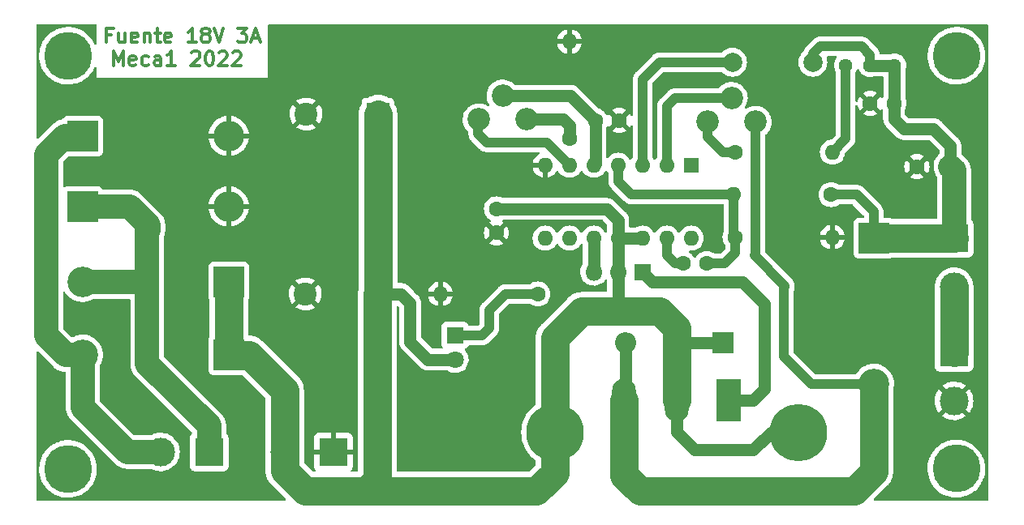
<source format=gbl>
%TF.GenerationSoftware,KiCad,Pcbnew,6.0.4-6f826c9f35~116~ubuntu20.04.1*%
%TF.CreationDate,2022-05-17T19:43:33-03:00*%
%TF.ProjectId,Kicad_Projects,4b696361-645f-4507-926f-6a656374732e,rev?*%
%TF.SameCoordinates,Original*%
%TF.FileFunction,Copper,L2,Bot*%
%TF.FilePolarity,Positive*%
%FSLAX46Y46*%
G04 Gerber Fmt 4.6, Leading zero omitted, Abs format (unit mm)*
G04 Created by KiCad (PCBNEW 6.0.4-6f826c9f35~116~ubuntu20.04.1) date 2022-05-17 19:43:33*
%MOMM*%
%LPD*%
G01*
G04 APERTURE LIST*
%ADD10C,0.300000*%
%TA.AperFunction,NonConductor*%
%ADD11C,0.300000*%
%TD*%
%TA.AperFunction,ComponentPad*%
%ADD12C,1.600000*%
%TD*%
%TA.AperFunction,ComponentPad*%
%ADD13O,1.600000X1.600000*%
%TD*%
%TA.AperFunction,ComponentPad*%
%ADD14C,2.340000*%
%TD*%
%TA.AperFunction,ComponentPad*%
%ADD15R,1.800000X1.800000*%
%TD*%
%TA.AperFunction,ComponentPad*%
%ADD16O,1.800000X1.800000*%
%TD*%
%TA.AperFunction,ComponentPad*%
%ADD17R,2.400000X2.400000*%
%TD*%
%TA.AperFunction,ComponentPad*%
%ADD18C,2.400000*%
%TD*%
%TA.AperFunction,ComponentPad*%
%ADD19R,2.500000X4.500000*%
%TD*%
%TA.AperFunction,ComponentPad*%
%ADD20O,2.500000X4.500000*%
%TD*%
%TA.AperFunction,ComponentPad*%
%ADD21R,3.200000X3.200000*%
%TD*%
%TA.AperFunction,ComponentPad*%
%ADD22O,3.200000X3.200000*%
%TD*%
%TA.AperFunction,ComponentPad*%
%ADD23R,2.200000X2.200000*%
%TD*%
%TA.AperFunction,ComponentPad*%
%ADD24O,2.200000X2.200000*%
%TD*%
%TA.AperFunction,ComponentPad*%
%ADD25C,6.000000*%
%TD*%
%TA.AperFunction,ComponentPad*%
%ADD26C,1.440000*%
%TD*%
%TA.AperFunction,ComponentPad*%
%ADD27R,3.000000X3.000000*%
%TD*%
%TA.AperFunction,ComponentPad*%
%ADD28C,3.000000*%
%TD*%
%TA.AperFunction,ComponentPad*%
%ADD29R,1.600000X1.600000*%
%TD*%
%TA.AperFunction,ComponentPad*%
%ADD30C,1.800000*%
%TD*%
%TA.AperFunction,ViaPad*%
%ADD31C,5.000000*%
%TD*%
%TA.AperFunction,ViaPad*%
%ADD32C,2.000000*%
%TD*%
%TA.AperFunction,Conductor*%
%ADD33C,1.000000*%
%TD*%
%TA.AperFunction,Conductor*%
%ADD34C,1.250000*%
%TD*%
%TA.AperFunction,Conductor*%
%ADD35C,3.000000*%
%TD*%
%TA.AperFunction,Conductor*%
%ADD36C,2.500000*%
%TD*%
G04 APERTURE END LIST*
D10*
D11*
X71820428Y-74031357D02*
X71320428Y-74031357D01*
X71320428Y-74817071D02*
X71320428Y-73317071D01*
X72034714Y-73317071D01*
X73249000Y-73817071D02*
X73249000Y-74817071D01*
X72606142Y-73817071D02*
X72606142Y-74602785D01*
X72677571Y-74745642D01*
X72820428Y-74817071D01*
X73034714Y-74817071D01*
X73177571Y-74745642D01*
X73249000Y-74674214D01*
X74534714Y-74745642D02*
X74391857Y-74817071D01*
X74106142Y-74817071D01*
X73963285Y-74745642D01*
X73891857Y-74602785D01*
X73891857Y-74031357D01*
X73963285Y-73888500D01*
X74106142Y-73817071D01*
X74391857Y-73817071D01*
X74534714Y-73888500D01*
X74606142Y-74031357D01*
X74606142Y-74174214D01*
X73891857Y-74317071D01*
X75249000Y-73817071D02*
X75249000Y-74817071D01*
X75249000Y-73959928D02*
X75320428Y-73888500D01*
X75463285Y-73817071D01*
X75677571Y-73817071D01*
X75820428Y-73888500D01*
X75891857Y-74031357D01*
X75891857Y-74817071D01*
X76391857Y-73817071D02*
X76963285Y-73817071D01*
X76606142Y-73317071D02*
X76606142Y-74602785D01*
X76677571Y-74745642D01*
X76820428Y-74817071D01*
X76963285Y-74817071D01*
X78034714Y-74745642D02*
X77891857Y-74817071D01*
X77606142Y-74817071D01*
X77463285Y-74745642D01*
X77391857Y-74602785D01*
X77391857Y-74031357D01*
X77463285Y-73888500D01*
X77606142Y-73817071D01*
X77891857Y-73817071D01*
X78034714Y-73888500D01*
X78106142Y-74031357D01*
X78106142Y-74174214D01*
X77391857Y-74317071D01*
X80677571Y-74817071D02*
X79820428Y-74817071D01*
X80249000Y-74817071D02*
X80249000Y-73317071D01*
X80106142Y-73531357D01*
X79963285Y-73674214D01*
X79820428Y-73745642D01*
X81534714Y-73959928D02*
X81391857Y-73888500D01*
X81320428Y-73817071D01*
X81249000Y-73674214D01*
X81249000Y-73602785D01*
X81320428Y-73459928D01*
X81391857Y-73388500D01*
X81534714Y-73317071D01*
X81820428Y-73317071D01*
X81963285Y-73388500D01*
X82034714Y-73459928D01*
X82106142Y-73602785D01*
X82106142Y-73674214D01*
X82034714Y-73817071D01*
X81963285Y-73888500D01*
X81820428Y-73959928D01*
X81534714Y-73959928D01*
X81391857Y-74031357D01*
X81320428Y-74102785D01*
X81249000Y-74245642D01*
X81249000Y-74531357D01*
X81320428Y-74674214D01*
X81391857Y-74745642D01*
X81534714Y-74817071D01*
X81820428Y-74817071D01*
X81963285Y-74745642D01*
X82034714Y-74674214D01*
X82106142Y-74531357D01*
X82106142Y-74245642D01*
X82034714Y-74102785D01*
X81963285Y-74031357D01*
X81820428Y-73959928D01*
X82534714Y-73317071D02*
X83034714Y-74817071D01*
X83534714Y-73317071D01*
X85034714Y-73317071D02*
X85963285Y-73317071D01*
X85463285Y-73888500D01*
X85677571Y-73888500D01*
X85820428Y-73959928D01*
X85891857Y-74031357D01*
X85963285Y-74174214D01*
X85963285Y-74531357D01*
X85891857Y-74674214D01*
X85820428Y-74745642D01*
X85677571Y-74817071D01*
X85249000Y-74817071D01*
X85106142Y-74745642D01*
X85034714Y-74674214D01*
X86534714Y-74388500D02*
X87249000Y-74388500D01*
X86391857Y-74817071D02*
X86891857Y-73317071D01*
X87391857Y-74817071D01*
X72070428Y-77232071D02*
X72070428Y-75732071D01*
X72570428Y-76803500D01*
X73070428Y-75732071D01*
X73070428Y-77232071D01*
X74356142Y-77160642D02*
X74213285Y-77232071D01*
X73927571Y-77232071D01*
X73784714Y-77160642D01*
X73713285Y-77017785D01*
X73713285Y-76446357D01*
X73784714Y-76303500D01*
X73927571Y-76232071D01*
X74213285Y-76232071D01*
X74356142Y-76303500D01*
X74427571Y-76446357D01*
X74427571Y-76589214D01*
X73713285Y-76732071D01*
X75713285Y-77160642D02*
X75570428Y-77232071D01*
X75284714Y-77232071D01*
X75141857Y-77160642D01*
X75070428Y-77089214D01*
X74999000Y-76946357D01*
X74999000Y-76517785D01*
X75070428Y-76374928D01*
X75141857Y-76303500D01*
X75284714Y-76232071D01*
X75570428Y-76232071D01*
X75713285Y-76303500D01*
X76999000Y-77232071D02*
X76999000Y-76446357D01*
X76927571Y-76303500D01*
X76784714Y-76232071D01*
X76499000Y-76232071D01*
X76356142Y-76303500D01*
X76999000Y-77160642D02*
X76856142Y-77232071D01*
X76499000Y-77232071D01*
X76356142Y-77160642D01*
X76284714Y-77017785D01*
X76284714Y-76874928D01*
X76356142Y-76732071D01*
X76499000Y-76660642D01*
X76856142Y-76660642D01*
X76999000Y-76589214D01*
X78499000Y-77232071D02*
X77641857Y-77232071D01*
X78070428Y-77232071D02*
X78070428Y-75732071D01*
X77927571Y-75946357D01*
X77784714Y-76089214D01*
X77641857Y-76160642D01*
X80213285Y-75874928D02*
X80284714Y-75803500D01*
X80427571Y-75732071D01*
X80784714Y-75732071D01*
X80927571Y-75803500D01*
X80999000Y-75874928D01*
X81070428Y-76017785D01*
X81070428Y-76160642D01*
X80999000Y-76374928D01*
X80141857Y-77232071D01*
X81070428Y-77232071D01*
X81999000Y-75732071D02*
X82141857Y-75732071D01*
X82284714Y-75803500D01*
X82356142Y-75874928D01*
X82427571Y-76017785D01*
X82499000Y-76303500D01*
X82499000Y-76660642D01*
X82427571Y-76946357D01*
X82356142Y-77089214D01*
X82284714Y-77160642D01*
X82141857Y-77232071D01*
X81999000Y-77232071D01*
X81856142Y-77160642D01*
X81784714Y-77089214D01*
X81713285Y-76946357D01*
X81641857Y-76660642D01*
X81641857Y-76303500D01*
X81713285Y-76017785D01*
X81784714Y-75874928D01*
X81856142Y-75803500D01*
X81999000Y-75732071D01*
X83070428Y-75874928D02*
X83141857Y-75803500D01*
X83284714Y-75732071D01*
X83641857Y-75732071D01*
X83784714Y-75803500D01*
X83856142Y-75874928D01*
X83927571Y-76017785D01*
X83927571Y-76160642D01*
X83856142Y-76374928D01*
X82999000Y-77232071D01*
X83927571Y-77232071D01*
X84499000Y-75874928D02*
X84570428Y-75803500D01*
X84713285Y-75732071D01*
X85070428Y-75732071D01*
X85213285Y-75803500D01*
X85284714Y-75874928D01*
X85356142Y-76017785D01*
X85356142Y-76160642D01*
X85284714Y-76374928D01*
X84427571Y-77232071D01*
X85356142Y-77232071D01*
D12*
%TO.P,R4,1*%
%TO.N,Net-(C5-Pad1)*%
X136907000Y-95158000D03*
D13*
%TO.P,R4,2*%
%TO.N,GND*%
X147067000Y-95158000D03*
%TD*%
D14*
%TO.P,Regulacion_Corriente1,1,1*%
%TO.N,Net-(R5-Pad1)*%
X134051000Y-83115000D03*
%TO.P,Regulacion_Corriente1,2,2*%
%TO.N,Net-(Regulacion_Corriente1-Pad2)*%
X136551000Y-80615000D03*
%TO.P,Regulacion_Corriente1,3,3*%
%TO.N,TBJ_Out*%
X139051000Y-83115000D03*
%TD*%
D15*
%TO.P,Q1,1,E*%
%TO.N,Net-(Q1-Pad1)*%
X127254000Y-98812000D03*
D16*
%TO.P,Q1,2,C*%
%TO.N,+VDC*%
X124714000Y-98812000D03*
%TO.P,Q1,3,B*%
%TO.N,Net-(Q1-Pad3)*%
X122174000Y-98812000D03*
%TD*%
D17*
%TO.P,C2,1*%
%TO.N,+VDC*%
X99568000Y-101092000D03*
D18*
%TO.P,C2,2*%
%TO.N,GND*%
X92068000Y-101092000D03*
%TD*%
D12*
%TO.P,R3,1*%
%TO.N,Vout*%
X146940000Y-90713000D03*
D13*
%TO.P,R3,2*%
%TO.N,Net-(C5-Pad1)*%
X136780000Y-90713000D03*
%TD*%
D14*
%TO.P,Regulacion_Tension1,3,3*%
%TO.N,Net-(R1-Pad1)*%
X115175000Y-82861000D03*
%TO.P,Regulacion_Tension1,2,2*%
%TO.N,Net-(C3-Pad1)*%
X112675000Y-80361000D03*
%TO.P,Regulacion_Tension1,1,1*%
%TO.N,Net-(Regulacion_Tension1-Pad1)*%
X110175000Y-82861000D03*
%TD*%
D19*
%TO.P,Q2,1,B*%
%TO.N,Net-(Q1-Pad1)*%
X136260000Y-112194000D03*
D20*
%TO.P,Q2,2,C*%
%TO.N,+VDC*%
X130810000Y-112194000D03*
%TO.P,Q2,3,E*%
%TO.N,TBJ_Out*%
X125360000Y-112194000D03*
%TD*%
D21*
%TO.P,D3,1,K*%
%TO.N,AC_N*%
X68834000Y-91948000D03*
D22*
%TO.P,D3,2,A*%
%TO.N,GND*%
X84074000Y-91948000D03*
%TD*%
D17*
%TO.P,C1,1*%
%TO.N,+VDC*%
X99651755Y-82296000D03*
D18*
%TO.P,C1,2*%
%TO.N,GND*%
X92151755Y-82296000D03*
%TD*%
D12*
%TO.P,C3,1*%
%TO.N,Net-(C3-Pad1)*%
X122322000Y-82966000D03*
%TO.P,C3,2*%
%TO.N,GND*%
X124822000Y-82966000D03*
%TD*%
D23*
%TO.P,D6,1,K*%
%TO.N,+VDC*%
X135636000Y-106172000D03*
D24*
%TO.P,D6,2,A*%
%TO.N,TBJ_Out*%
X125476000Y-106172000D03*
%TD*%
D21*
%TO.P,D2,1,K*%
%TO.N,+VDC*%
X84074000Y-99822000D03*
D22*
%TO.P,D2,2,A*%
%TO.N,AC_N*%
X68834000Y-99822000D03*
%TD*%
D21*
%TO.P,D1,1,K*%
%TO.N,+VDC*%
X84074000Y-107442000D03*
D22*
%TO.P,D1,2,A*%
%TO.N,AC_F*%
X68834000Y-107442000D03*
%TD*%
D21*
%TO.P,D7,1,K*%
%TO.N,Vout*%
X151384000Y-95250000D03*
D22*
%TO.P,D7,2,A*%
%TO.N,TBJ_Out*%
X151384000Y-110490000D03*
%TD*%
D25*
%TO.P,HS1,1*%
%TO.N,+VDC*%
X143510000Y-115570000D03*
X118110000Y-115570000D03*
%TD*%
D26*
%TO.P,Ajuste_Iout_max1,1,1*%
%TO.N,Net-(Ajuste_Iout_max1-Pad1)*%
X148464000Y-77199000D03*
%TO.P,Ajuste_Iout_max1,2,2*%
%TO.N,Vout*%
X151004000Y-77199000D03*
%TO.P,Ajuste_Iout_max1,3,3*%
X153544000Y-77199000D03*
%TD*%
D27*
%TO.P,J1,1,Pin_1*%
%TO.N,AC_N*%
X82042000Y-117602000D03*
D28*
%TO.P,J1,2,Pin_2*%
%TO.N,AC_F*%
X76962000Y-117602000D03*
%TD*%
D12*
%TO.P,C7,1*%
%TO.N,Vout*%
X153504000Y-81188000D03*
%TO.P,C7,2*%
%TO.N,GND*%
X151004000Y-81188000D03*
%TD*%
D29*
%TO.P,U1,1,NC*%
%TO.N,unconnected-(U1-Pad1)*%
X132339000Y-87640000D03*
D13*
%TO.P,U1,2,ILIM*%
%TO.N,Net-(Regulacion_Corriente1-Pad2)*%
X129799000Y-87640000D03*
%TO.P,U1,3,CSEN*%
%TO.N,Vout*%
X127259000Y-87640000D03*
%TO.P,U1,4,-*%
%TO.N,Net-(C5-Pad1)*%
X124719000Y-87640000D03*
%TO.P,U1,5,+*%
%TO.N,Net-(C3-Pad1)*%
X122179000Y-87640000D03*
%TO.P,U1,6,VREF*%
%TO.N,Net-(Regulacion_Tension1-Pad1)*%
X119639000Y-87640000D03*
%TO.P,U1,7,V-*%
%TO.N,GND*%
X117099000Y-87640000D03*
%TO.P,U1,8,NC*%
%TO.N,unconnected-(U1-Pad8)*%
X117099000Y-95260000D03*
%TO.P,U1,9,VZ*%
%TO.N,unconnected-(U1-Pad9)*%
X119639000Y-95260000D03*
%TO.P,U1,10,Vout*%
%TO.N,Net-(Q1-Pad3)*%
X122179000Y-95260000D03*
%TO.P,U1,11,VC*%
%TO.N,+VDC*%
X124719000Y-95260000D03*
%TO.P,U1,12,V+*%
X127259000Y-95260000D03*
%TO.P,U1,13,FC*%
%TO.N,Net-(C5-Pad2)*%
X129799000Y-95260000D03*
%TO.P,U1,14,NC*%
%TO.N,unconnected-(U1-Pad14)*%
X132339000Y-95260000D03*
%TD*%
D12*
%TO.P,R5,1*%
%TO.N,Net-(R5-Pad1)*%
X136907000Y-86268000D03*
D13*
%TO.P,R5,2*%
%TO.N,Net-(Ajuste_Iout_max1-Pad1)*%
X147067000Y-86268000D03*
%TD*%
D15*
%TO.P,D5,1,K*%
%TO.N,Net-(D5-Pad1)*%
X107696000Y-105410000D03*
D30*
%TO.P,D5,2,A*%
%TO.N,+VDC*%
X107696000Y-107950000D03*
%TD*%
D29*
%TO.P,C6,1*%
%TO.N,Vout*%
X159386000Y-87792000D03*
D12*
%TO.P,C6,2*%
%TO.N,GND*%
X155886000Y-87792000D03*
%TD*%
D21*
%TO.P,D4,1,K*%
%TO.N,AC_F*%
X68834000Y-84582000D03*
D22*
%TO.P,D4,2,A*%
%TO.N,GND*%
X84074000Y-84582000D03*
%TD*%
D27*
%TO.P,J3,1,Pin_1*%
%TO.N,Vout*%
X159766000Y-95250000D03*
D28*
%TO.P,J3,2,Pin_2*%
%TO.N,Vout_amp*%
X159766000Y-100330000D03*
%TD*%
D27*
%TO.P,J4,1,Pin_1*%
%TO.N,Vout_amp*%
X159766000Y-107188000D03*
D28*
%TO.P,J4,2,Pin_2*%
%TO.N,GND*%
X159766000Y-112268000D03*
%TD*%
D12*
%TO.P,C5,1*%
%TO.N,Net-(C5-Pad1)*%
X133965000Y-97917000D03*
%TO.P,C5,2*%
%TO.N,Net-(C5-Pad2)*%
X131465000Y-97917000D03*
%TD*%
%TO.P,R1,1*%
%TO.N,Net-(R1-Pad1)*%
X119635000Y-84871000D03*
D13*
%TO.P,R1,2*%
%TO.N,GND*%
X119635000Y-74711000D03*
%TD*%
D12*
%TO.P,R2,1*%
%TO.N,Net-(D5-Pad1)*%
X116332000Y-101092000D03*
D13*
%TO.P,R2,2*%
%TO.N,GND*%
X106172000Y-101092000D03*
%TD*%
D12*
%TO.P,C4,1*%
%TO.N,+VDC*%
X112014000Y-92202000D03*
%TO.P,C4,2*%
%TO.N,GND*%
X112014000Y-94702000D03*
%TD*%
D27*
%TO.P,J2,1,Pin_1*%
%TO.N,GND*%
X94996000Y-117602000D03*
D28*
%TO.P,J2,2,Pin_2*%
%TO.N,+VDC*%
X89916000Y-117602000D03*
%TD*%
D31*
%TO.N,*%
X160020000Y-76200000D03*
X67310000Y-119380000D03*
X67310000Y-76200000D03*
X159998022Y-119351386D03*
D32*
%TO.N,Vout*%
X136653000Y-76870000D03*
X145035000Y-76870000D03*
%TD*%
D33*
%TO.N,Net-(D5-Pad1)*%
X116332000Y-101092000D02*
X112939000Y-101092000D01*
X112939000Y-101092000D02*
X111253000Y-102778000D01*
X111253000Y-102778000D02*
X111253000Y-104683000D01*
X111253000Y-104683000D02*
X110526000Y-105410000D01*
X110526000Y-105410000D02*
X107696000Y-105410000D01*
D34*
%TO.N,Vout*%
X159386000Y-87792000D02*
X159386000Y-85633000D01*
X153504000Y-82799000D02*
X153504000Y-81188000D01*
X159386000Y-85633000D02*
X157608000Y-83855000D01*
X154560000Y-83855000D02*
X153504000Y-82799000D01*
X157608000Y-83855000D02*
X154560000Y-83855000D01*
X153544000Y-77199000D02*
X153544000Y-81148000D01*
X153544000Y-81148000D02*
X153504000Y-81188000D01*
X151004000Y-77199000D02*
X153544000Y-77199000D01*
D33*
X150115000Y-75219000D02*
X145797000Y-75219000D01*
X151004000Y-77199000D02*
X151004000Y-76108000D01*
X145035000Y-75981000D02*
X145035000Y-76870000D01*
X151004000Y-76108000D02*
X150115000Y-75219000D01*
X145797000Y-75219000D02*
X145035000Y-75981000D01*
%TO.N,Net-(Ajuste_Iout_max1-Pad1)*%
X148464000Y-77199000D02*
X148464000Y-84871000D01*
X148464000Y-84871000D02*
X147067000Y-86268000D01*
%TO.N,Vout*%
X146940000Y-90713000D02*
X149607000Y-90713000D01*
X151384000Y-92490000D02*
X151384000Y-95250000D01*
X149607000Y-90713000D02*
X151384000Y-92490000D01*
%TO.N,TBJ_Out*%
X142114000Y-100238000D02*
X138939000Y-97063000D01*
X144873000Y-110490000D02*
X141987000Y-107604000D01*
X142114000Y-100365000D02*
X142114000Y-100238000D01*
X151384000Y-110490000D02*
X144873000Y-110490000D01*
X141987000Y-107604000D02*
X141987000Y-100492000D01*
X141987000Y-100492000D02*
X142114000Y-100365000D01*
X138939000Y-97063000D02*
X139051000Y-96951000D01*
X139051000Y-96951000D02*
X139051000Y-83115000D01*
%TO.N,Net-(Regulacion_Corriente1-Pad2)*%
X130622000Y-80615000D02*
X129795000Y-81442000D01*
X136551000Y-80615000D02*
X130622000Y-80615000D01*
X129795000Y-81442000D02*
X129799000Y-81446000D01*
X129799000Y-81446000D02*
X129799000Y-87640000D01*
%TO.N,Net-(R5-Pad1)*%
X136907000Y-86268000D02*
X135637000Y-86268000D01*
X135637000Y-86268000D02*
X134051000Y-84682000D01*
X134051000Y-84682000D02*
X134051000Y-83115000D01*
%TO.N,Vout*%
X136653000Y-76870000D02*
X129033000Y-76870000D01*
X127259000Y-78644000D02*
X127259000Y-87640000D01*
X129033000Y-76870000D02*
X127259000Y-78644000D01*
%TO.N,Net-(C5-Pad2)*%
X129799000Y-95260000D02*
X129799000Y-97067000D01*
X129799000Y-97067000D02*
X130649000Y-97917000D01*
X130649000Y-97917000D02*
X131465000Y-97917000D01*
%TO.N,Net-(C5-Pad1)*%
X136907000Y-95158000D02*
X136907000Y-96809000D01*
X136907000Y-96809000D02*
X135799000Y-97917000D01*
X135799000Y-97917000D02*
X133965000Y-97917000D01*
X136780000Y-90713000D02*
X136780000Y-95031000D01*
X136780000Y-95031000D02*
X136907000Y-95158000D01*
X126112000Y-90713000D02*
X124715000Y-89316000D01*
X136780000Y-90713000D02*
X126112000Y-90713000D01*
X124715000Y-89316000D02*
X124719000Y-89312000D01*
X124719000Y-89312000D02*
X124719000Y-87640000D01*
%TO.N,Net-(Regulacion_Tension1-Pad1)*%
X119639000Y-87640000D02*
X117251000Y-85252000D01*
X117251000Y-85252000D02*
X110999000Y-85252000D01*
X110999000Y-85252000D02*
X110110000Y-84363000D01*
X110110000Y-84363000D02*
X110110000Y-82926000D01*
X110110000Y-82926000D02*
X110175000Y-82861000D01*
D34*
%TO.N,Net-(Q1-Pad3)*%
X122179000Y-95260000D02*
X122179000Y-98807000D01*
X122179000Y-98807000D02*
X122174000Y-98812000D01*
%TO.N,+VDC*%
X124719000Y-95260000D02*
X124719000Y-98807000D01*
X124719000Y-98807000D02*
X124714000Y-98812000D01*
X127259000Y-95260000D02*
X124719000Y-95260000D01*
X112014000Y-92202000D02*
X123537000Y-92202000D01*
X123537000Y-92202000D02*
X124719000Y-93384000D01*
X124719000Y-93384000D02*
X124719000Y-95260000D01*
D35*
X120905000Y-102905000D02*
X124715000Y-102905000D01*
X124715000Y-102905000D02*
X129033000Y-102905000D01*
D34*
X124714000Y-98812000D02*
X124714000Y-102904000D01*
X124714000Y-102904000D02*
X124715000Y-102905000D01*
%TO.N,Net-(Q1-Pad1)*%
X136260000Y-112194000D02*
X138794000Y-112194000D01*
X138794000Y-112194000D02*
X139955000Y-111033000D01*
X128299000Y-99857000D02*
X127254000Y-98812000D01*
X139955000Y-111033000D02*
X139955000Y-102143000D01*
X139955000Y-102143000D02*
X137669000Y-99857000D01*
X137669000Y-99857000D02*
X128299000Y-99857000D01*
%TO.N,Net-(R1-Pad1)*%
X119635000Y-83474000D02*
X119000000Y-82839000D01*
X119635000Y-84871000D02*
X119635000Y-83474000D01*
X119000000Y-82839000D02*
X118978000Y-82861000D01*
X118978000Y-82861000D02*
X115175000Y-82861000D01*
%TO.N,Net-(C3-Pad1)*%
X122322000Y-82966000D02*
X122322000Y-87497000D01*
X122322000Y-87497000D02*
X122179000Y-87640000D01*
X112675000Y-80361000D02*
X119717000Y-80361000D01*
X119717000Y-80361000D02*
X122322000Y-82966000D01*
%TO.N,+VDC*%
X130810000Y-112194000D02*
X130810000Y-115477000D01*
X130810000Y-115477000D02*
X132716000Y-117383000D01*
X132716000Y-117383000D02*
X138812000Y-117383000D01*
X138812000Y-117383000D02*
X140625000Y-115570000D01*
X140625000Y-115570000D02*
X143510000Y-115570000D01*
D35*
X130810000Y-104682000D02*
X130810000Y-106208000D01*
X130810000Y-106208000D02*
X130810000Y-112194000D01*
D34*
X135636000Y-106172000D02*
X130846000Y-106172000D01*
X130846000Y-106172000D02*
X130810000Y-106208000D01*
%TO.N,TBJ_Out*%
X125476000Y-106172000D02*
X125476000Y-112078000D01*
X125476000Y-112078000D02*
X125360000Y-112194000D01*
%TO.N,+VDC*%
X102998000Y-106080000D02*
X102998000Y-102016000D01*
X107696000Y-107950000D02*
X104868000Y-107950000D01*
X104868000Y-107950000D02*
X102998000Y-106080000D01*
X102998000Y-102016000D02*
X102074000Y-101092000D01*
X102074000Y-101092000D02*
X99568000Y-101092000D01*
D36*
%TO.N,Vout*%
X159766000Y-95250000D02*
X159766000Y-88172000D01*
X159766000Y-88172000D02*
X159386000Y-87792000D01*
D35*
X159766000Y-95250000D02*
X151384000Y-95250000D01*
%TO.N,Vout_amp*%
X159766000Y-107188000D02*
X159766000Y-100330000D01*
%TO.N,TBJ_Out*%
X151384000Y-110490000D02*
X151384000Y-119658980D01*
X151384000Y-119658980D02*
X149353000Y-121689980D01*
X125360000Y-120060000D02*
X125360000Y-112194000D01*
X149353000Y-121689980D02*
X126989980Y-121689980D01*
X126989980Y-121689980D02*
X125360000Y-120060000D01*
%TO.N,+VDC*%
X118110000Y-115570000D02*
X118110000Y-105700000D01*
X118110000Y-105700000D02*
X120905000Y-102905000D01*
X129033000Y-102905000D02*
X130810000Y-104682000D01*
X92064980Y-121689980D02*
X98437020Y-121689980D01*
X98437020Y-121689980D02*
X116206000Y-121689980D01*
X99568000Y-101092000D02*
X99568000Y-120559000D01*
X99568000Y-120559000D02*
X98437020Y-121689980D01*
X89916000Y-117602000D02*
X89916000Y-119541000D01*
X89916000Y-119541000D02*
X92064980Y-121689980D01*
X116206000Y-121689980D02*
X118110000Y-119785980D01*
X118110000Y-119785980D02*
X118110000Y-115570000D01*
X99651755Y-82296000D02*
X99651755Y-101008245D01*
X99651755Y-101008245D02*
X99568000Y-101092000D01*
X84074000Y-107442000D02*
X86199000Y-107442000D01*
X86199000Y-107442000D02*
X89916000Y-111159000D01*
X89916000Y-111159000D02*
X89916000Y-117602000D01*
X84074000Y-99822000D02*
X84074000Y-107442000D01*
D36*
%TO.N,AC_N*%
X75566000Y-108366000D02*
X75566000Y-99476000D01*
X75566000Y-99476000D02*
X75566000Y-94523000D01*
X68834000Y-99822000D02*
X75220000Y-99822000D01*
X75220000Y-99822000D02*
X75566000Y-99476000D01*
X82042000Y-117602000D02*
X82042000Y-114842000D01*
X82042000Y-114842000D02*
X75566000Y-108366000D01*
X75566000Y-94523000D02*
X75693000Y-94396000D01*
X73753000Y-91948000D02*
X68834000Y-91948000D01*
X75693000Y-94396000D02*
X75693000Y-93888000D01*
X75693000Y-93888000D02*
X73753000Y-91948000D01*
%TO.N,AC_F*%
X68834000Y-107442000D02*
X68834000Y-112937000D01*
X73499000Y-117602000D02*
X76962000Y-117602000D01*
X68834000Y-112937000D02*
X73499000Y-117602000D01*
X65025000Y-105445000D02*
X67057000Y-107477000D01*
X65025000Y-86522000D02*
X65025000Y-105445000D01*
X67057000Y-107477000D02*
X68799000Y-107477000D01*
X68834000Y-84582000D02*
X66965000Y-84582000D01*
X68799000Y-107477000D02*
X68834000Y-107442000D01*
X66965000Y-84582000D02*
X65025000Y-86522000D01*
%TD*%
%TA.AperFunction,Conductor*%
%TO.N,GND*%
G36*
X70246907Y-72918502D02*
G01*
X70293400Y-72972158D01*
X70304786Y-73024500D01*
X70304786Y-74936212D01*
X70284784Y-75004333D01*
X70231128Y-75050826D01*
X70160854Y-75060930D01*
X70096274Y-75031436D01*
X70062888Y-74985646D01*
X70010740Y-74863386D01*
X70010738Y-74863383D01*
X70009316Y-74860048D01*
X69959569Y-74772831D01*
X69839208Y-74561816D01*
X69837417Y-74558676D01*
X69830763Y-74549617D01*
X69708532Y-74383221D01*
X69632018Y-74279060D01*
X69611470Y-74256947D01*
X69398309Y-74027559D01*
X69395842Y-74024904D01*
X69132019Y-73799578D01*
X68844047Y-73606069D01*
X68535741Y-73446940D01*
X68211189Y-73324302D01*
X68207668Y-73323418D01*
X68207663Y-73323416D01*
X68046378Y-73282904D01*
X67874692Y-73239780D01*
X67852476Y-73236855D01*
X67534315Y-73194968D01*
X67534307Y-73194967D01*
X67530711Y-73194494D01*
X67386045Y-73192221D01*
X67187446Y-73189101D01*
X67187442Y-73189101D01*
X67183804Y-73189044D01*
X67180190Y-73189405D01*
X67180184Y-73189405D01*
X66936843Y-73213694D01*
X66838569Y-73223503D01*
X66499583Y-73297414D01*
X66496156Y-73298587D01*
X66496150Y-73298589D01*
X66417296Y-73325587D01*
X66171339Y-73409797D01*
X65858188Y-73559163D01*
X65564279Y-73743532D01*
X65561443Y-73745804D01*
X65561436Y-73745809D01*
X65415002Y-73863125D01*
X65293509Y-73960459D01*
X65049466Y-74207071D01*
X65047225Y-74209929D01*
X64846646Y-74465738D01*
X64835386Y-74480098D01*
X64833493Y-74483187D01*
X64833491Y-74483190D01*
X64787233Y-74558676D01*
X64654105Y-74775921D01*
X64652580Y-74779206D01*
X64652578Y-74779210D01*
X64613505Y-74863386D01*
X64508027Y-75090620D01*
X64454291Y-75253103D01*
X64401535Y-75412622D01*
X64399087Y-75420023D01*
X64398351Y-75423578D01*
X64398350Y-75423581D01*
X64334285Y-75732940D01*
X64328730Y-75759764D01*
X64313399Y-75931544D01*
X64299656Y-76085535D01*
X64297888Y-76105341D01*
X64297983Y-76108971D01*
X64297983Y-76108972D01*
X64304517Y-76358496D01*
X64306970Y-76452171D01*
X64355856Y-76795660D01*
X64443897Y-77131253D01*
X64569927Y-77454503D01*
X64571624Y-77457708D01*
X64705113Y-77709825D01*
X64732275Y-77761126D01*
X64734325Y-77764109D01*
X64734327Y-77764112D01*
X64926733Y-78044064D01*
X64926739Y-78044071D01*
X64928790Y-78047056D01*
X65013081Y-78143681D01*
X65122665Y-78269299D01*
X65156866Y-78308505D01*
X65159551Y-78310948D01*
X65369268Y-78501775D01*
X65413481Y-78542006D01*
X65695233Y-78744466D01*
X65998388Y-78913200D01*
X66318928Y-79045972D01*
X66322422Y-79046967D01*
X66322424Y-79046968D01*
X66649103Y-79140025D01*
X66649108Y-79140026D01*
X66652604Y-79141022D01*
X66813454Y-79167362D01*
X66991412Y-79196504D01*
X66991419Y-79196505D01*
X66994993Y-79197090D01*
X67168276Y-79205262D01*
X67337931Y-79213263D01*
X67337932Y-79213263D01*
X67341558Y-79213434D01*
X67350415Y-79212830D01*
X67684073Y-79190084D01*
X67684081Y-79190083D01*
X67687704Y-79189836D01*
X67691279Y-79189173D01*
X67691282Y-79189173D01*
X68025279Y-79127270D01*
X68025283Y-79127269D01*
X68028844Y-79126609D01*
X68263700Y-79054358D01*
X68356978Y-79025662D01*
X68360456Y-79024592D01*
X68678145Y-78885136D01*
X68922511Y-78742341D01*
X68974560Y-78711926D01*
X68974562Y-78711925D01*
X68977700Y-78710091D01*
X69012186Y-78684198D01*
X69252244Y-78503958D01*
X69252248Y-78503955D01*
X69255151Y-78501775D01*
X69506819Y-78262950D01*
X69729370Y-77996783D01*
X69732722Y-77991681D01*
X69851659Y-77810615D01*
X69919853Y-77706799D01*
X70066221Y-77415778D01*
X70114698Y-77363908D01*
X70183523Y-77346481D01*
X70250843Y-77369030D01*
X70295286Y-77424396D01*
X70304786Y-77472392D01*
X70304786Y-78494500D01*
X88193215Y-78494500D01*
X88193215Y-74977522D01*
X118352273Y-74977522D01*
X118399764Y-75154761D01*
X118403510Y-75165053D01*
X118495586Y-75362511D01*
X118501069Y-75372007D01*
X118626028Y-75550467D01*
X118633084Y-75558875D01*
X118787125Y-75712916D01*
X118795533Y-75719972D01*
X118973993Y-75844931D01*
X118983489Y-75850414D01*
X119180947Y-75942490D01*
X119191239Y-75946236D01*
X119363503Y-75992394D01*
X119377599Y-75992058D01*
X119381000Y-75984116D01*
X119381000Y-75978967D01*
X119889000Y-75978967D01*
X119892973Y-75992498D01*
X119901522Y-75993727D01*
X120078761Y-75946236D01*
X120089053Y-75942490D01*
X120286511Y-75850414D01*
X120296007Y-75844931D01*
X120474467Y-75719972D01*
X120482875Y-75712916D01*
X120636916Y-75558875D01*
X120643972Y-75550467D01*
X120768931Y-75372007D01*
X120774414Y-75362511D01*
X120866490Y-75165053D01*
X120870236Y-75154761D01*
X120916394Y-74982497D01*
X120916058Y-74968401D01*
X120908116Y-74965000D01*
X119907115Y-74965000D01*
X119891876Y-74969475D01*
X119890671Y-74970865D01*
X119889000Y-74978548D01*
X119889000Y-75978967D01*
X119381000Y-75978967D01*
X119381000Y-74983115D01*
X119376525Y-74967876D01*
X119375135Y-74966671D01*
X119367452Y-74965000D01*
X118367033Y-74965000D01*
X118353502Y-74968973D01*
X118352273Y-74977522D01*
X88193215Y-74977522D01*
X88193215Y-74439503D01*
X118353606Y-74439503D01*
X118353942Y-74453599D01*
X118361884Y-74457000D01*
X119362885Y-74457000D01*
X119378124Y-74452525D01*
X119379329Y-74451135D01*
X119381000Y-74443452D01*
X119381000Y-74438885D01*
X119889000Y-74438885D01*
X119893475Y-74454124D01*
X119894865Y-74455329D01*
X119902548Y-74457000D01*
X120902967Y-74457000D01*
X120916498Y-74453027D01*
X120917727Y-74444478D01*
X120870236Y-74267239D01*
X120866490Y-74256947D01*
X120774414Y-74059489D01*
X120768931Y-74049993D01*
X120643972Y-73871533D01*
X120636916Y-73863125D01*
X120482875Y-73709084D01*
X120474467Y-73702028D01*
X120296007Y-73577069D01*
X120286511Y-73571586D01*
X120089053Y-73479510D01*
X120078761Y-73475764D01*
X119906497Y-73429606D01*
X119892401Y-73429942D01*
X119889000Y-73437884D01*
X119889000Y-74438885D01*
X119381000Y-74438885D01*
X119381000Y-73443033D01*
X119377027Y-73429502D01*
X119368478Y-73428273D01*
X119191239Y-73475764D01*
X119180947Y-73479510D01*
X118983489Y-73571586D01*
X118973993Y-73577069D01*
X118795533Y-73702028D01*
X118787125Y-73709084D01*
X118633084Y-73863125D01*
X118626028Y-73871533D01*
X118501069Y-74049993D01*
X118495586Y-74059489D01*
X118403510Y-74256947D01*
X118399764Y-74267239D01*
X118353606Y-74439503D01*
X88193215Y-74439503D01*
X88193215Y-73024500D01*
X88213217Y-72956379D01*
X88266873Y-72909886D01*
X88319215Y-72898500D01*
X163195500Y-72898500D01*
X163263621Y-72918502D01*
X163310114Y-72972158D01*
X163321500Y-73024500D01*
X163321500Y-122555500D01*
X163301498Y-122623621D01*
X163247842Y-122670114D01*
X163195500Y-122681500D01*
X151506118Y-122681500D01*
X151437997Y-122661498D01*
X151391504Y-122607842D01*
X151381400Y-122537568D01*
X151410894Y-122472988D01*
X151417023Y-122466405D01*
X152764683Y-121118745D01*
X152769467Y-121114204D01*
X152829060Y-121060546D01*
X152832322Y-121057609D01*
X152910640Y-120964275D01*
X152912051Y-120962622D01*
X152924772Y-120947988D01*
X152991977Y-120870677D01*
X152994371Y-120866991D01*
X152994376Y-120866984D01*
X152997368Y-120862377D01*
X153006512Y-120850019D01*
X153010047Y-120845806D01*
X153010052Y-120845799D01*
X153012879Y-120842430D01*
X153077420Y-120739142D01*
X153078602Y-120737286D01*
X153142567Y-120638789D01*
X153144964Y-120635098D01*
X153147842Y-120628927D01*
X153149150Y-120626123D01*
X153156482Y-120612617D01*
X153158683Y-120609094D01*
X153161731Y-120604216D01*
X153163517Y-120600204D01*
X153163521Y-120600197D01*
X153211276Y-120492936D01*
X153212188Y-120490935D01*
X153261816Y-120384508D01*
X153261817Y-120384507D01*
X153263676Y-120380519D01*
X153266568Y-120371059D01*
X153271957Y-120356645D01*
X153274190Y-120351630D01*
X153274191Y-120351629D01*
X153275982Y-120347605D01*
X153309567Y-120230478D01*
X153310192Y-120228368D01*
X153313146Y-120218707D01*
X153345801Y-120111897D01*
X153347350Y-120102115D01*
X153350680Y-120087099D01*
X153352193Y-120081823D01*
X153353407Y-120077590D01*
X153367868Y-119974695D01*
X153370354Y-119957002D01*
X153370679Y-119954825D01*
X153389056Y-119838804D01*
X153389056Y-119838803D01*
X153389744Y-119834460D01*
X153389917Y-119824550D01*
X153391124Y-119809215D01*
X153391887Y-119803788D01*
X153392500Y-119799428D01*
X153392500Y-119677668D01*
X153392519Y-119675469D01*
X153393700Y-119607822D01*
X153394646Y-119553606D01*
X153393439Y-119543774D01*
X153392500Y-119528421D01*
X153392500Y-119256727D01*
X156985910Y-119256727D01*
X156986005Y-119260357D01*
X156986005Y-119260358D01*
X156993271Y-119537820D01*
X156994992Y-119603557D01*
X157043878Y-119947046D01*
X157131919Y-120282639D01*
X157257949Y-120605889D01*
X157266577Y-120622184D01*
X157410743Y-120894467D01*
X157420297Y-120912512D01*
X157422347Y-120915495D01*
X157422349Y-120915498D01*
X157614755Y-121195450D01*
X157614761Y-121195457D01*
X157616812Y-121198442D01*
X157844888Y-121459891D01*
X157879019Y-121490948D01*
X158057290Y-121653161D01*
X158101503Y-121693392D01*
X158383255Y-121895852D01*
X158686410Y-122064586D01*
X159006950Y-122197358D01*
X159010444Y-122198353D01*
X159010446Y-122198354D01*
X159337125Y-122291411D01*
X159337130Y-122291412D01*
X159340626Y-122292408D01*
X159518947Y-122321609D01*
X159679434Y-122347890D01*
X159679441Y-122347891D01*
X159683015Y-122348476D01*
X159856298Y-122356648D01*
X160025953Y-122364649D01*
X160025954Y-122364649D01*
X160029580Y-122364820D01*
X160038437Y-122364216D01*
X160372095Y-122341470D01*
X160372103Y-122341469D01*
X160375726Y-122341222D01*
X160379301Y-122340559D01*
X160379304Y-122340559D01*
X160713301Y-122278656D01*
X160713305Y-122278655D01*
X160716866Y-122277995D01*
X160890488Y-122224582D01*
X161045000Y-122177048D01*
X161048478Y-122175978D01*
X161366167Y-122036522D01*
X161561566Y-121922341D01*
X161662582Y-121863312D01*
X161662584Y-121863311D01*
X161665722Y-121861477D01*
X161854734Y-121719563D01*
X161940266Y-121655344D01*
X161940270Y-121655341D01*
X161943173Y-121653161D01*
X162194841Y-121414336D01*
X162417392Y-121148169D01*
X162421981Y-121141184D01*
X162553393Y-120941126D01*
X162607875Y-120858185D01*
X162685820Y-120703208D01*
X162762139Y-120551466D01*
X162762142Y-120551458D01*
X162763766Y-120548230D01*
X162778664Y-120507519D01*
X162881751Y-120225823D01*
X162881752Y-120225819D01*
X162882999Y-120222412D01*
X162883844Y-120218890D01*
X162883847Y-120218882D01*
X162963146Y-119888577D01*
X162963147Y-119888573D01*
X162963993Y-119885048D01*
X162969589Y-119838804D01*
X163005338Y-119543390D01*
X163005338Y-119543383D01*
X163005674Y-119540611D01*
X163005771Y-119537548D01*
X163011333Y-119360559D01*
X163011621Y-119351386D01*
X163010611Y-119333873D01*
X162991858Y-119008632D01*
X162991857Y-119008627D01*
X162991649Y-119005012D01*
X162967565Y-118867016D01*
X162932622Y-118666801D01*
X162932620Y-118666794D01*
X162931998Y-118663228D01*
X162930113Y-118656862D01*
X162884935Y-118504347D01*
X162833459Y-118330566D01*
X162831459Y-118325876D01*
X162698762Y-118014772D01*
X162698760Y-118014769D01*
X162697338Y-118011434D01*
X162647591Y-117924217D01*
X162527230Y-117713202D01*
X162525439Y-117710062D01*
X162320040Y-117430446D01*
X162237977Y-117342135D01*
X162086331Y-117178945D01*
X162083864Y-117176290D01*
X161820041Y-116950964D01*
X161532069Y-116757455D01*
X161223763Y-116598326D01*
X160899211Y-116475688D01*
X160895690Y-116474804D01*
X160895685Y-116474802D01*
X160734400Y-116434290D01*
X160562714Y-116391166D01*
X160540498Y-116388241D01*
X160222337Y-116346354D01*
X160222329Y-116346353D01*
X160218733Y-116345880D01*
X160074067Y-116343607D01*
X159875468Y-116340487D01*
X159875464Y-116340487D01*
X159871826Y-116340430D01*
X159868212Y-116340791D01*
X159868206Y-116340791D01*
X159624865Y-116365080D01*
X159526591Y-116374889D01*
X159187605Y-116448800D01*
X159184178Y-116449973D01*
X159184172Y-116449975D01*
X158875647Y-116555607D01*
X158859361Y-116561183D01*
X158546210Y-116710549D01*
X158252301Y-116894918D01*
X158249465Y-116897190D01*
X158249458Y-116897195D01*
X158050521Y-117056574D01*
X157981531Y-117111845D01*
X157953215Y-117140459D01*
X157766217Y-117329426D01*
X157737488Y-117358457D01*
X157735247Y-117361315D01*
X157544579Y-117604484D01*
X157523408Y-117631484D01*
X157521515Y-117634573D01*
X157521513Y-117634576D01*
X157475255Y-117710062D01*
X157342127Y-117927307D01*
X157340602Y-117930592D01*
X157340600Y-117930596D01*
X157288245Y-118043386D01*
X157196049Y-118242006D01*
X157157753Y-118357803D01*
X157103816Y-118520893D01*
X157087109Y-118571409D01*
X157086373Y-118574964D01*
X157086372Y-118574967D01*
X157018127Y-118904509D01*
X157016752Y-118911150D01*
X157000068Y-119098094D01*
X156989874Y-119212316D01*
X156985910Y-119256727D01*
X153392500Y-119256727D01*
X153392500Y-113857654D01*
X158541618Y-113857654D01*
X158548673Y-113867627D01*
X158579679Y-113893551D01*
X158586598Y-113898579D01*
X158811272Y-114039515D01*
X158818807Y-114043556D01*
X159060520Y-114152694D01*
X159068551Y-114155680D01*
X159322832Y-114231002D01*
X159331184Y-114232869D01*
X159593340Y-114272984D01*
X159601874Y-114273700D01*
X159867045Y-114277867D01*
X159875596Y-114277418D01*
X160138883Y-114245557D01*
X160147284Y-114243955D01*
X160403824Y-114176653D01*
X160411926Y-114173926D01*
X160656949Y-114072434D01*
X160664617Y-114068628D01*
X160893598Y-113934822D01*
X160900679Y-113930009D01*
X160980655Y-113867301D01*
X160989125Y-113855442D01*
X160982608Y-113843818D01*
X159778812Y-112640022D01*
X159764868Y-112632408D01*
X159763035Y-112632539D01*
X159756420Y-112636790D01*
X158548910Y-113844300D01*
X158541618Y-113857654D01*
X153392500Y-113857654D01*
X153392500Y-112251204D01*
X157753665Y-112251204D01*
X157768932Y-112515969D01*
X157770005Y-112524470D01*
X157821065Y-112784722D01*
X157823276Y-112792974D01*
X157909184Y-113043894D01*
X157912499Y-113051779D01*
X158031664Y-113288713D01*
X158036020Y-113296079D01*
X158165347Y-113484250D01*
X158175601Y-113492594D01*
X158189342Y-113485448D01*
X159393978Y-112280812D01*
X159400356Y-112269132D01*
X160130408Y-112269132D01*
X160130539Y-112270965D01*
X160134790Y-112277580D01*
X161341730Y-113484520D01*
X161353939Y-113491187D01*
X161365439Y-113482497D01*
X161462831Y-113349913D01*
X161467418Y-113342685D01*
X161593962Y-113109621D01*
X161597530Y-113101827D01*
X161691271Y-112853750D01*
X161693748Y-112845544D01*
X161752954Y-112587038D01*
X161754294Y-112578577D01*
X161778031Y-112312616D01*
X161778277Y-112307677D01*
X161778666Y-112270485D01*
X161778523Y-112265519D01*
X161760362Y-111999123D01*
X161759201Y-111990649D01*
X161705419Y-111730944D01*
X161703120Y-111722709D01*
X161614588Y-111472705D01*
X161611191Y-111464854D01*
X161489550Y-111229178D01*
X161485122Y-111221866D01*
X161366031Y-111052417D01*
X161355509Y-111044037D01*
X161342121Y-111051089D01*
X160138022Y-112255188D01*
X160130408Y-112269132D01*
X159400356Y-112269132D01*
X159401592Y-112266868D01*
X159401461Y-112265035D01*
X159397210Y-112258420D01*
X158189814Y-111051024D01*
X158177804Y-111044466D01*
X158166064Y-111053434D01*
X158057935Y-111203911D01*
X158053418Y-111211196D01*
X157929325Y-111445567D01*
X157925839Y-111453395D01*
X157834700Y-111702446D01*
X157832311Y-111710670D01*
X157775812Y-111969795D01*
X157774563Y-111978250D01*
X157753754Y-112242653D01*
X157753665Y-112251204D01*
X153392500Y-112251204D01*
X153392500Y-111162828D01*
X153400635Y-111118289D01*
X153405704Y-111104874D01*
X153405706Y-111104867D01*
X153407225Y-111100848D01*
X153462027Y-110861570D01*
X153470449Y-110824797D01*
X153470450Y-110824793D01*
X153471407Y-110820613D01*
X153483691Y-110682980D01*
X153483912Y-110680500D01*
X158542584Y-110680500D01*
X158548980Y-110691770D01*
X159753188Y-111895978D01*
X159767132Y-111903592D01*
X159768965Y-111903461D01*
X159775580Y-111899210D01*
X160982604Y-110692186D01*
X160989795Y-110679017D01*
X160982473Y-110668780D01*
X160935233Y-110630115D01*
X160928261Y-110625160D01*
X160702122Y-110486582D01*
X160694552Y-110482624D01*
X160451704Y-110376022D01*
X160443644Y-110373120D01*
X160188592Y-110300467D01*
X160180214Y-110298685D01*
X159917656Y-110261318D01*
X159909111Y-110260691D01*
X159643908Y-110259302D01*
X159635374Y-110259839D01*
X159372433Y-110294456D01*
X159364035Y-110296149D01*
X159108238Y-110366127D01*
X159100143Y-110368946D01*
X158856199Y-110472997D01*
X158848577Y-110476881D01*
X158621013Y-110613075D01*
X158613981Y-110617962D01*
X158551053Y-110668377D01*
X158542584Y-110680500D01*
X153483912Y-110680500D01*
X153496743Y-110536726D01*
X153496743Y-110536724D01*
X153496963Y-110534260D01*
X153497427Y-110490000D01*
X153495150Y-110456601D01*
X153478165Y-110207452D01*
X153478164Y-110207446D01*
X153477873Y-110203175D01*
X153419574Y-109921658D01*
X153323607Y-109650657D01*
X153191750Y-109395188D01*
X153178488Y-109376317D01*
X153073143Y-109226427D01*
X153026441Y-109159977D01*
X152909392Y-109034017D01*
X152833661Y-108952521D01*
X152833658Y-108952519D01*
X152830740Y-108949378D01*
X152608268Y-108767287D01*
X152363142Y-108617073D01*
X152345048Y-108609130D01*
X152103830Y-108503243D01*
X152099898Y-108501517D01*
X152073963Y-108494129D01*
X151827534Y-108423932D01*
X151827535Y-108423932D01*
X151823406Y-108422756D01*
X151608002Y-108392100D01*
X151543036Y-108382854D01*
X151543034Y-108382854D01*
X151538784Y-108382249D01*
X151534495Y-108382227D01*
X151534488Y-108382226D01*
X151255583Y-108380765D01*
X151255576Y-108380765D01*
X151251297Y-108380743D01*
X151247053Y-108381302D01*
X151247049Y-108381302D01*
X151129514Y-108396776D01*
X150966266Y-108418268D01*
X150962126Y-108419401D01*
X150962124Y-108419401D01*
X150896389Y-108437384D01*
X150688964Y-108494129D01*
X150685016Y-108495813D01*
X150428476Y-108605237D01*
X150428472Y-108605239D01*
X150424524Y-108606923D01*
X150313653Y-108673278D01*
X150181521Y-108752357D01*
X150181517Y-108752360D01*
X150177839Y-108754561D01*
X149953472Y-108934313D01*
X149851503Y-109041766D01*
X149759597Y-109138615D01*
X149755577Y-109142851D01*
X149587814Y-109376317D01*
X149585809Y-109380104D01*
X149585807Y-109380107D01*
X149567618Y-109414460D01*
X149518065Y-109465303D01*
X149456264Y-109481500D01*
X145342925Y-109481500D01*
X145274804Y-109461498D01*
X145253830Y-109444595D01*
X143032405Y-107223171D01*
X142998380Y-107160859D01*
X142995500Y-107134076D01*
X142995500Y-100887393D01*
X143011085Y-100826692D01*
X143011753Y-100825478D01*
X143027873Y-100796155D01*
X143042464Y-100769614D01*
X143042465Y-100769612D01*
X143045433Y-100764213D01*
X143047045Y-100759131D01*
X143049562Y-100754437D01*
X143076762Y-100665469D01*
X143077108Y-100664358D01*
X143077260Y-100663881D01*
X143105235Y-100575694D01*
X143105829Y-100570398D01*
X143107387Y-100565302D01*
X143116790Y-100472743D01*
X143116911Y-100471607D01*
X143122500Y-100421773D01*
X143122500Y-100418246D01*
X143122555Y-100417261D01*
X143123002Y-100411581D01*
X143127374Y-100368538D01*
X143123059Y-100322891D01*
X143122500Y-100311033D01*
X143122500Y-100308918D01*
X157752917Y-100308918D01*
X157755713Y-100357408D01*
X157757291Y-100384773D01*
X157757500Y-100392026D01*
X157757500Y-108736134D01*
X157764255Y-108798316D01*
X157815385Y-108934705D01*
X157902739Y-109051261D01*
X158019295Y-109138615D01*
X158155684Y-109189745D01*
X158217866Y-109196500D01*
X159654133Y-109196500D01*
X159667303Y-109197190D01*
X159691364Y-109199719D01*
X159691367Y-109199719D01*
X159695733Y-109200178D01*
X159700121Y-109200025D01*
X159700127Y-109200025D01*
X159798854Y-109196577D01*
X159803251Y-109196500D01*
X161314134Y-109196500D01*
X161376316Y-109189745D01*
X161512705Y-109138615D01*
X161629261Y-109051261D01*
X161716615Y-108934705D01*
X161767745Y-108798316D01*
X161774500Y-108736134D01*
X161774500Y-100425403D01*
X161774999Y-100414202D01*
X161778531Y-100374627D01*
X161778531Y-100374625D01*
X161778751Y-100372161D01*
X161778898Y-100358187D01*
X161779167Y-100332484D01*
X161779167Y-100332483D01*
X161779193Y-100330000D01*
X161774577Y-100262285D01*
X161774500Y-100260796D01*
X161774500Y-100259854D01*
X161770953Y-100209129D01*
X161760567Y-100056778D01*
X161760283Y-100055405D01*
X161760262Y-100055202D01*
X161760119Y-100054181D01*
X161759811Y-100049788D01*
X161758897Y-100045489D01*
X161758895Y-100045473D01*
X161732966Y-99923490D01*
X161732830Y-99922844D01*
X161731360Y-99915743D01*
X161714121Y-99832500D01*
X161705904Y-99792821D01*
X161705903Y-99792816D01*
X161705032Y-99788612D01*
X161703747Y-99784983D01*
X161702576Y-99780214D01*
X161702325Y-99779337D01*
X161701409Y-99775030D01*
X161699060Y-99768574D01*
X161657776Y-99655148D01*
X161657404Y-99654114D01*
X161615046Y-99534500D01*
X161615045Y-99534499D01*
X161613617Y-99530465D01*
X161611654Y-99526662D01*
X161609945Y-99522713D01*
X161610121Y-99522637D01*
X161608481Y-99518894D01*
X161606848Y-99515225D01*
X161605337Y-99511074D01*
X161572964Y-99450190D01*
X161546695Y-99400785D01*
X161545980Y-99399421D01*
X161489976Y-99290915D01*
X161489975Y-99290914D01*
X161488013Y-99287112D01*
X161485283Y-99283228D01*
X161477113Y-99269921D01*
X161475531Y-99266945D01*
X161475530Y-99266943D01*
X161473464Y-99263058D01*
X161451171Y-99232373D01*
X161401892Y-99164547D01*
X161400741Y-99162937D01*
X161389224Y-99146550D01*
X161330545Y-99063057D01*
X161324757Y-99056828D01*
X161315130Y-99045128D01*
X161310949Y-99039374D01*
X161310948Y-99039373D01*
X161308358Y-99035808D01*
X161290468Y-99017282D01*
X161226106Y-98950633D01*
X161224443Y-98948877D01*
X161147046Y-98865588D01*
X161147043Y-98865585D01*
X161144125Y-98862445D01*
X161134645Y-98854685D01*
X161123825Y-98844717D01*
X161116300Y-98836925D01*
X161116293Y-98836918D01*
X161113231Y-98833748D01*
X161109027Y-98830463D01*
X161022725Y-98763037D01*
X161020492Y-98761252D01*
X160973976Y-98723179D01*
X160932205Y-98688990D01*
X160928545Y-98686747D01*
X160928542Y-98686745D01*
X160918558Y-98680626D01*
X160906832Y-98672492D01*
X160891882Y-98660812D01*
X160795473Y-98605150D01*
X160792639Y-98603464D01*
X160739200Y-98570717D01*
X160698704Y-98545901D01*
X160680630Y-98537967D01*
X160668276Y-98531713D01*
X160652439Y-98522569D01*
X160652434Y-98522566D01*
X160648619Y-98520364D01*
X160644535Y-98518714D01*
X160644529Y-98518711D01*
X160575482Y-98490815D01*
X160548722Y-98480003D01*
X160545288Y-98478556D01*
X160529766Y-98471742D01*
X160447945Y-98435825D01*
X160443824Y-98434651D01*
X160443821Y-98434650D01*
X160425359Y-98429391D01*
X160412680Y-98425038D01*
X160388176Y-98415138D01*
X160383903Y-98414073D01*
X160383898Y-98414071D01*
X160287141Y-98389947D01*
X160283104Y-98388869D01*
X160188694Y-98361976D01*
X160188696Y-98361976D01*
X160184566Y-98360800D01*
X160157611Y-98356964D01*
X160144882Y-98354478D01*
X160115624Y-98347183D01*
X160091428Y-98344640D01*
X160015692Y-98336680D01*
X160011108Y-98336113D01*
X159917694Y-98322818D01*
X159913443Y-98322213D01*
X159882465Y-98322051D01*
X159869962Y-98321363D01*
X159846581Y-98318906D01*
X159840635Y-98318281D01*
X159840634Y-98318281D01*
X159836267Y-98317822D01*
X159831880Y-98317975D01*
X159831873Y-98317975D01*
X159772458Y-98320051D01*
X159739482Y-98321202D01*
X159734450Y-98321277D01*
X159639591Y-98320780D01*
X159635333Y-98321341D01*
X159635327Y-98321341D01*
X159605165Y-98325312D01*
X159593116Y-98326313D01*
X159559940Y-98327471D01*
X159559933Y-98327472D01*
X159555542Y-98327625D01*
X159463779Y-98343805D01*
X159458351Y-98344640D01*
X159368078Y-98356525D01*
X159330965Y-98366678D01*
X159319611Y-98369226D01*
X159304435Y-98371902D01*
X159283250Y-98375637D01*
X159283246Y-98375638D01*
X159278913Y-98376402D01*
X159193766Y-98404068D01*
X159188152Y-98405747D01*
X159103928Y-98428788D01*
X159099977Y-98430473D01*
X159099975Y-98430474D01*
X159065104Y-98445348D01*
X159054611Y-98449282D01*
X159011765Y-98463203D01*
X158934610Y-98500834D01*
X158928854Y-98503463D01*
X158852030Y-98536232D01*
X158812585Y-98559839D01*
X158803129Y-98564962D01*
X158763255Y-98584410D01*
X158759298Y-98586340D01*
X158755649Y-98588801D01*
X158755646Y-98588803D01*
X158691218Y-98632259D01*
X158685468Y-98635916D01*
X158617043Y-98676868D01*
X158613698Y-98679548D01*
X158613695Y-98679550D01*
X158578252Y-98707946D01*
X158569939Y-98714064D01*
X158537932Y-98735653D01*
X158530970Y-98740349D01*
X158526424Y-98743415D01*
X158523155Y-98746358D01*
X158523153Y-98746360D01*
X158468131Y-98795902D01*
X158462605Y-98800596D01*
X158403318Y-98848094D01*
X158370956Y-98882197D01*
X158366522Y-98886869D01*
X158359435Y-98893772D01*
X158320947Y-98928427D01*
X158320943Y-98928431D01*
X158317678Y-98931371D01*
X158314857Y-98934733D01*
X158314854Y-98934736D01*
X158269643Y-98988616D01*
X158264520Y-98994356D01*
X158240742Y-99019413D01*
X158214808Y-99046742D01*
X158181414Y-99093215D01*
X158175646Y-99100639D01*
X158137121Y-99146550D01*
X158134792Y-99150278D01*
X158134790Y-99150280D01*
X158099483Y-99206783D01*
X158094952Y-99213539D01*
X158055002Y-99269136D01*
X158052999Y-99272918D01*
X158052994Y-99272927D01*
X158026477Y-99323009D01*
X158021978Y-99330818D01*
X157988269Y-99384764D01*
X157970006Y-99425785D01*
X157960886Y-99446269D01*
X157957136Y-99453975D01*
X157926857Y-99511161D01*
X157925383Y-99515188D01*
X157925382Y-99515191D01*
X157904622Y-99571920D01*
X157901406Y-99579861D01*
X157893987Y-99596524D01*
X157884037Y-99618873D01*
X157874018Y-99641375D01*
X157872805Y-99645605D01*
X157872804Y-99645608D01*
X157870365Y-99654114D01*
X157860837Y-99687346D01*
X157856484Y-99702526D01*
X157853695Y-99711083D01*
X157832743Y-99768337D01*
X157831831Y-99772521D01*
X157831829Y-99772527D01*
X157818157Y-99835235D01*
X157816169Y-99843119D01*
X157796593Y-99911390D01*
X157795982Y-99915740D01*
X157795981Y-99915743D01*
X157788256Y-99970711D01*
X157786590Y-99980016D01*
X157783929Y-99992223D01*
X157774404Y-100035907D01*
X157770726Y-100082643D01*
X157768738Y-100107904D01*
X157767900Y-100115554D01*
X157757500Y-100189552D01*
X157757500Y-100245731D01*
X157757112Y-100255617D01*
X157752917Y-100308918D01*
X143122500Y-100308918D01*
X143122500Y-100299843D01*
X143123237Y-100286236D01*
X143126659Y-100254738D01*
X143126659Y-100254733D01*
X143127324Y-100248612D01*
X143123851Y-100208910D01*
X143122950Y-100198612D01*
X143122621Y-100193786D01*
X143122500Y-100191314D01*
X143122500Y-100188231D01*
X143118916Y-100151679D01*
X143118310Y-100145494D01*
X143118188Y-100144181D01*
X143112868Y-100083379D01*
X143110087Y-100051587D01*
X143108600Y-100046468D01*
X143108080Y-100041167D01*
X143081205Y-99952151D01*
X143080874Y-99951033D01*
X143056630Y-99867586D01*
X143056628Y-99867582D01*
X143054909Y-99861664D01*
X143052456Y-99856932D01*
X143050916Y-99851831D01*
X143032863Y-99817877D01*
X143007269Y-99769740D01*
X143006657Y-99768574D01*
X142966729Y-99691547D01*
X142963892Y-99686074D01*
X142960569Y-99681911D01*
X142958066Y-99677204D01*
X142899245Y-99605082D01*
X142898554Y-99604226D01*
X142867262Y-99565027D01*
X142864758Y-99562523D01*
X142864116Y-99561805D01*
X142860415Y-99557472D01*
X142833065Y-99523938D01*
X142797737Y-99494712D01*
X142788958Y-99486723D01*
X140096405Y-96794171D01*
X140062379Y-96731859D01*
X140059500Y-96705076D01*
X140059500Y-95424522D01*
X145784273Y-95424522D01*
X145831764Y-95601761D01*
X145835510Y-95612053D01*
X145927586Y-95809511D01*
X145933069Y-95819007D01*
X146058028Y-95997467D01*
X146065084Y-96005875D01*
X146219125Y-96159916D01*
X146227533Y-96166972D01*
X146405993Y-96291931D01*
X146415489Y-96297414D01*
X146612947Y-96389490D01*
X146623239Y-96393236D01*
X146795503Y-96439394D01*
X146809599Y-96439058D01*
X146813000Y-96431116D01*
X146813000Y-96425967D01*
X147321000Y-96425967D01*
X147324973Y-96439498D01*
X147333522Y-96440727D01*
X147510761Y-96393236D01*
X147521053Y-96389490D01*
X147718511Y-96297414D01*
X147728007Y-96291931D01*
X147906467Y-96166972D01*
X147914875Y-96159916D01*
X148068916Y-96005875D01*
X148075972Y-95997467D01*
X148200931Y-95819007D01*
X148206414Y-95809511D01*
X148298490Y-95612053D01*
X148302236Y-95601761D01*
X148348394Y-95429497D01*
X148348058Y-95415401D01*
X148340116Y-95412000D01*
X147339115Y-95412000D01*
X147323876Y-95416475D01*
X147322671Y-95417865D01*
X147321000Y-95425548D01*
X147321000Y-96425967D01*
X146813000Y-96425967D01*
X146813000Y-95430115D01*
X146808525Y-95414876D01*
X146807135Y-95413671D01*
X146799452Y-95412000D01*
X145799033Y-95412000D01*
X145785502Y-95415973D01*
X145784273Y-95424522D01*
X140059500Y-95424522D01*
X140059500Y-94886503D01*
X145785606Y-94886503D01*
X145785942Y-94900599D01*
X145793884Y-94904000D01*
X146794885Y-94904000D01*
X146810124Y-94899525D01*
X146811329Y-94898135D01*
X146813000Y-94890452D01*
X146813000Y-94885885D01*
X147321000Y-94885885D01*
X147325475Y-94901124D01*
X147326865Y-94902329D01*
X147334548Y-94904000D01*
X148334967Y-94904000D01*
X148348498Y-94900027D01*
X148349727Y-94891478D01*
X148302236Y-94714239D01*
X148298490Y-94703947D01*
X148206414Y-94506489D01*
X148200931Y-94496993D01*
X148075972Y-94318533D01*
X148068916Y-94310125D01*
X147914875Y-94156084D01*
X147906467Y-94149028D01*
X147728007Y-94024069D01*
X147718511Y-94018586D01*
X147521053Y-93926510D01*
X147510761Y-93922764D01*
X147338497Y-93876606D01*
X147324401Y-93876942D01*
X147321000Y-93884884D01*
X147321000Y-94885885D01*
X146813000Y-94885885D01*
X146813000Y-93890033D01*
X146809027Y-93876502D01*
X146800478Y-93875273D01*
X146623239Y-93922764D01*
X146612947Y-93926510D01*
X146415489Y-94018586D01*
X146405993Y-94024069D01*
X146227533Y-94149028D01*
X146219125Y-94156084D01*
X146065084Y-94310125D01*
X146058028Y-94318533D01*
X145933069Y-94496993D01*
X145927586Y-94506489D01*
X145835510Y-94703947D01*
X145831764Y-94714239D01*
X145785606Y-94886503D01*
X140059500Y-94886503D01*
X140059500Y-88878062D01*
X155164493Y-88878062D01*
X155173789Y-88890077D01*
X155224994Y-88925931D01*
X155234489Y-88931414D01*
X155431947Y-89023490D01*
X155442239Y-89027236D01*
X155652688Y-89083625D01*
X155663481Y-89085528D01*
X155880525Y-89104517D01*
X155891475Y-89104517D01*
X156108519Y-89085528D01*
X156119312Y-89083625D01*
X156329761Y-89027236D01*
X156340053Y-89023490D01*
X156537511Y-88931414D01*
X156547006Y-88925931D01*
X156599048Y-88889491D01*
X156607424Y-88879012D01*
X156600356Y-88865566D01*
X155898812Y-88164022D01*
X155884868Y-88156408D01*
X155883035Y-88156539D01*
X155876420Y-88160790D01*
X155170923Y-88866287D01*
X155164493Y-88878062D01*
X140059500Y-88878062D01*
X140059500Y-87797475D01*
X154573483Y-87797475D01*
X154592472Y-88014519D01*
X154594375Y-88025312D01*
X154650764Y-88235761D01*
X154654510Y-88246053D01*
X154746586Y-88443511D01*
X154752069Y-88453006D01*
X154788509Y-88505048D01*
X154798988Y-88513424D01*
X154812434Y-88506356D01*
X155513978Y-87804812D01*
X155520356Y-87793132D01*
X156250408Y-87793132D01*
X156250539Y-87794965D01*
X156254790Y-87801580D01*
X156960287Y-88507077D01*
X156972062Y-88513507D01*
X156984077Y-88504211D01*
X157019931Y-88453006D01*
X157025414Y-88443511D01*
X157117490Y-88246053D01*
X157121236Y-88235761D01*
X157177625Y-88025312D01*
X157179528Y-88014519D01*
X157198517Y-87797475D01*
X157198517Y-87786525D01*
X157179528Y-87569481D01*
X157177625Y-87558688D01*
X157121236Y-87348239D01*
X157117490Y-87337947D01*
X157025414Y-87140489D01*
X157019931Y-87130994D01*
X156983491Y-87078952D01*
X156973012Y-87070576D01*
X156959566Y-87077644D01*
X156258022Y-87779188D01*
X156250408Y-87793132D01*
X155520356Y-87793132D01*
X155521592Y-87790868D01*
X155521461Y-87789035D01*
X155517210Y-87782420D01*
X154811713Y-87076923D01*
X154799938Y-87070493D01*
X154787923Y-87079789D01*
X154752069Y-87130994D01*
X154746586Y-87140489D01*
X154654510Y-87337947D01*
X154650764Y-87348239D01*
X154594375Y-87558688D01*
X154592472Y-87569481D01*
X154573483Y-87786525D01*
X154573483Y-87797475D01*
X140059500Y-87797475D01*
X140059500Y-84518963D01*
X140079502Y-84450842D01*
X140104089Y-84422796D01*
X140227203Y-84318573D01*
X140227211Y-84318565D01*
X140230775Y-84315548D01*
X140279151Y-84260386D01*
X140392187Y-84131494D01*
X140392191Y-84131489D01*
X140395269Y-84127979D01*
X140419582Y-84090181D01*
X140497805Y-83968569D01*
X140530231Y-83918157D01*
X140632697Y-83690691D01*
X140650856Y-83626303D01*
X140699146Y-83455082D01*
X140699147Y-83455079D01*
X140700416Y-83450578D01*
X140706456Y-83403099D01*
X140731502Y-83206222D01*
X140731502Y-83206218D01*
X140731900Y-83203092D01*
X140732118Y-83194794D01*
X140733618Y-83137481D01*
X140734207Y-83115000D01*
X140728966Y-83044476D01*
X140716064Y-82870858D01*
X140716063Y-82870854D01*
X140715718Y-82866206D01*
X140660659Y-82622878D01*
X140654738Y-82607652D01*
X140571931Y-82394714D01*
X140571930Y-82394712D01*
X140570238Y-82390361D01*
X140565736Y-82382483D01*
X140510300Y-82285491D01*
X140446442Y-82173763D01*
X140291990Y-81977842D01*
X140110276Y-81806902D01*
X139977828Y-81715020D01*
X139909130Y-81667362D01*
X139909125Y-81667359D01*
X139905292Y-81664700D01*
X139901110Y-81662637D01*
X139901102Y-81662633D01*
X139685728Y-81556423D01*
X139685725Y-81556422D01*
X139681540Y-81554358D01*
X139676992Y-81552902D01*
X139631319Y-81538282D01*
X139443937Y-81478300D01*
X139439330Y-81477550D01*
X139439327Y-81477549D01*
X139202312Y-81438949D01*
X139202313Y-81438949D01*
X139197701Y-81438198D01*
X139076753Y-81436615D01*
X138952920Y-81434994D01*
X138952917Y-81434994D01*
X138948243Y-81434933D01*
X138701042Y-81468575D01*
X138696556Y-81469883D01*
X138696554Y-81469883D01*
X138667677Y-81478300D01*
X138461528Y-81538387D01*
X138457275Y-81540347D01*
X138457274Y-81540348D01*
X138429971Y-81552935D01*
X138234965Y-81642834D01*
X138231056Y-81645397D01*
X138126759Y-81713777D01*
X138058824Y-81734400D01*
X137990523Y-81715020D01*
X137943543Y-81661791D01*
X137932798Y-81591612D01*
X137951703Y-81540242D01*
X137953740Y-81537076D01*
X138030231Y-81418157D01*
X138132697Y-81190691D01*
X138145853Y-81144043D01*
X138199146Y-80955082D01*
X138199147Y-80955079D01*
X138200416Y-80950578D01*
X138217539Y-80815978D01*
X138231502Y-80706222D01*
X138231502Y-80706218D01*
X138231900Y-80703092D01*
X138232234Y-80690367D01*
X138234124Y-80618160D01*
X138234207Y-80615000D01*
X138233163Y-80600957D01*
X138216064Y-80370858D01*
X138216063Y-80370854D01*
X138215718Y-80366206D01*
X138160659Y-80122878D01*
X138152516Y-80101938D01*
X138071931Y-79894714D01*
X138071930Y-79894712D01*
X138070238Y-79890361D01*
X137946442Y-79673763D01*
X137791990Y-79477842D01*
X137610276Y-79306902D01*
X137452229Y-79197261D01*
X137409130Y-79167362D01*
X137409125Y-79167359D01*
X137405292Y-79164700D01*
X137401110Y-79162637D01*
X137401102Y-79162633D01*
X137185728Y-79056423D01*
X137185725Y-79056422D01*
X137181540Y-79054358D01*
X137176992Y-79052902D01*
X137131647Y-79038387D01*
X136943937Y-78978300D01*
X136939330Y-78977550D01*
X136939327Y-78977549D01*
X136702312Y-78938949D01*
X136702313Y-78938949D01*
X136697701Y-78938198D01*
X136576753Y-78936615D01*
X136452920Y-78934994D01*
X136452917Y-78934994D01*
X136448243Y-78934933D01*
X136201042Y-78968575D01*
X136196556Y-78969883D01*
X136196554Y-78969883D01*
X136167677Y-78978300D01*
X135961528Y-79038387D01*
X135957275Y-79040347D01*
X135957274Y-79040348D01*
X135929971Y-79052935D01*
X135734965Y-79142834D01*
X135731056Y-79145397D01*
X135530242Y-79277056D01*
X135530237Y-79277060D01*
X135526329Y-79279622D01*
X135433266Y-79362684D01*
X135374367Y-79415253D01*
X135340202Y-79445746D01*
X135337209Y-79449345D01*
X135244289Y-79561069D01*
X135185352Y-79600653D01*
X135147415Y-79606500D01*
X130683850Y-79606500D01*
X130670242Y-79605763D01*
X130669662Y-79605700D01*
X130632612Y-79601675D01*
X130582570Y-79606053D01*
X130577788Y-79606379D01*
X130575310Y-79606500D01*
X130572231Y-79606500D01*
X130569177Y-79606799D01*
X130569166Y-79606800D01*
X130529529Y-79610687D01*
X130528215Y-79610809D01*
X130492688Y-79613917D01*
X130435587Y-79618913D01*
X130430468Y-79620400D01*
X130425167Y-79620920D01*
X130336166Y-79647791D01*
X130335033Y-79648126D01*
X130251586Y-79672370D01*
X130251582Y-79672372D01*
X130245664Y-79674091D01*
X130240932Y-79676544D01*
X130235831Y-79678084D01*
X130230388Y-79680978D01*
X130153740Y-79721731D01*
X130152574Y-79722343D01*
X130075547Y-79762271D01*
X130070074Y-79765108D01*
X130065911Y-79768431D01*
X130061204Y-79770934D01*
X130056429Y-79774828D01*
X130056428Y-79774829D01*
X129989102Y-79829739D01*
X129988075Y-79830567D01*
X129951792Y-79859531D01*
X129951787Y-79859536D01*
X129949028Y-79861738D01*
X129946527Y-79864239D01*
X129945809Y-79864881D01*
X129941461Y-79868594D01*
X129907938Y-79895935D01*
X129904015Y-79900677D01*
X129904013Y-79900679D01*
X129878703Y-79931273D01*
X129870713Y-79940053D01*
X129124219Y-80686547D01*
X129114418Y-80695372D01*
X129083453Y-80720447D01*
X129051157Y-80759210D01*
X129048500Y-80762266D01*
X129046691Y-80764075D01*
X129044744Y-80766445D01*
X129044737Y-80766453D01*
X129018061Y-80798930D01*
X129017634Y-80799446D01*
X128956854Y-80872396D01*
X128955155Y-80875512D01*
X128952897Y-80878261D01*
X128930025Y-80920917D01*
X128908055Y-80961890D01*
X128907637Y-80962663D01*
X128862178Y-81046041D01*
X128861113Y-81049439D01*
X128859438Y-81052563D01*
X128857637Y-81058454D01*
X128831726Y-81143204D01*
X128831466Y-81144043D01*
X128815640Y-81194547D01*
X128803035Y-81234768D01*
X128802651Y-81238303D01*
X128801613Y-81241698D01*
X128795145Y-81305373D01*
X128792015Y-81336185D01*
X128791928Y-81337008D01*
X128781676Y-81431388D01*
X128781985Y-81434924D01*
X128781626Y-81438462D01*
X128782205Y-81444587D01*
X128782205Y-81444588D01*
X128789941Y-81526424D01*
X128790500Y-81538282D01*
X128790500Y-86759260D01*
X128767713Y-86831531D01*
X128661477Y-86983251D01*
X128659154Y-86988233D01*
X128659151Y-86988238D01*
X128643195Y-87022457D01*
X128596278Y-87075742D01*
X128528001Y-87095203D01*
X128460041Y-87074661D01*
X128414805Y-87022457D01*
X128398849Y-86988238D01*
X128398846Y-86988233D01*
X128396523Y-86983251D01*
X128290287Y-86831531D01*
X128267500Y-86759260D01*
X128267500Y-79113925D01*
X128287502Y-79045804D01*
X128304405Y-79024830D01*
X129413829Y-77915405D01*
X129476141Y-77881380D01*
X129502924Y-77878500D01*
X135472444Y-77878500D01*
X135540565Y-77898502D01*
X135568254Y-77922668D01*
X135583031Y-77939969D01*
X135763584Y-78094176D01*
X135767792Y-78096755D01*
X135767798Y-78096759D01*
X135961817Y-78215654D01*
X135966037Y-78218240D01*
X135970607Y-78220133D01*
X135970611Y-78220135D01*
X136177352Y-78305769D01*
X136185406Y-78309105D01*
X136265609Y-78328360D01*
X136411476Y-78363380D01*
X136411482Y-78363381D01*
X136416289Y-78364535D01*
X136653000Y-78383165D01*
X136889711Y-78364535D01*
X136894518Y-78363381D01*
X136894524Y-78363380D01*
X137040391Y-78328360D01*
X137120594Y-78309105D01*
X137128648Y-78305769D01*
X137335389Y-78220135D01*
X137335393Y-78220133D01*
X137339963Y-78218240D01*
X137344183Y-78215654D01*
X137538202Y-78096759D01*
X137538208Y-78096755D01*
X137542416Y-78094176D01*
X137722969Y-77939969D01*
X137740052Y-77919968D01*
X137773009Y-77881380D01*
X137877176Y-77759416D01*
X137879755Y-77755208D01*
X137879759Y-77755202D01*
X137998654Y-77561183D01*
X138001240Y-77556963D01*
X138036271Y-77472392D01*
X138090211Y-77342167D01*
X138090212Y-77342165D01*
X138092105Y-77337594D01*
X138124064Y-77204475D01*
X138146380Y-77111524D01*
X138146381Y-77111518D01*
X138147535Y-77106711D01*
X138166165Y-76870000D01*
X143521835Y-76870000D01*
X143540465Y-77106711D01*
X143541619Y-77111518D01*
X143541620Y-77111524D01*
X143563936Y-77204475D01*
X143595895Y-77337594D01*
X143597788Y-77342165D01*
X143597789Y-77342167D01*
X143651730Y-77472392D01*
X143686760Y-77556963D01*
X143689346Y-77561183D01*
X143808241Y-77755202D01*
X143808245Y-77755208D01*
X143810824Y-77759416D01*
X143914991Y-77881380D01*
X143947949Y-77919968D01*
X143965031Y-77939969D01*
X144145584Y-78094176D01*
X144149792Y-78096755D01*
X144149798Y-78096759D01*
X144343817Y-78215654D01*
X144348037Y-78218240D01*
X144352607Y-78220133D01*
X144352611Y-78220135D01*
X144559352Y-78305769D01*
X144567406Y-78309105D01*
X144647609Y-78328360D01*
X144793476Y-78363380D01*
X144793482Y-78363381D01*
X144798289Y-78364535D01*
X145035000Y-78383165D01*
X145271711Y-78364535D01*
X145276518Y-78363381D01*
X145276524Y-78363380D01*
X145422391Y-78328360D01*
X145502594Y-78309105D01*
X145510648Y-78305769D01*
X145717389Y-78220135D01*
X145717393Y-78220133D01*
X145721963Y-78218240D01*
X145726183Y-78215654D01*
X145920202Y-78096759D01*
X145920208Y-78096755D01*
X145924416Y-78094176D01*
X146104969Y-77939969D01*
X146122052Y-77919968D01*
X146155009Y-77881380D01*
X146259176Y-77759416D01*
X146261755Y-77755208D01*
X146261759Y-77755202D01*
X146380654Y-77561183D01*
X146383240Y-77556963D01*
X146418271Y-77472392D01*
X146472211Y-77342167D01*
X146472212Y-77342165D01*
X146474105Y-77337594D01*
X146506064Y-77204475D01*
X146528380Y-77111524D01*
X146528381Y-77111518D01*
X146529535Y-77106711D01*
X146548165Y-76870000D01*
X146529535Y-76633289D01*
X146518515Y-76587385D01*
X146479714Y-76425770D01*
X146474105Y-76402406D01*
X146472210Y-76397832D01*
X146470681Y-76393125D01*
X146472822Y-76392429D01*
X146466230Y-76331132D01*
X146498008Y-76267644D01*
X146559065Y-76231415D01*
X146590229Y-76227500D01*
X147402486Y-76227500D01*
X147470607Y-76247502D01*
X147517100Y-76301158D01*
X147527204Y-76371432D01*
X147505701Y-76425768D01*
X147396024Y-76582404D01*
X147305178Y-76777223D01*
X147303756Y-76782531D01*
X147303755Y-76782533D01*
X147292634Y-76824038D01*
X147249542Y-76984858D01*
X147230807Y-77199000D01*
X147249542Y-77413142D01*
X147250966Y-77418455D01*
X147250966Y-77418457D01*
X147292924Y-77575043D01*
X147305178Y-77620777D01*
X147307500Y-77625757D01*
X147307501Y-77625759D01*
X147372017Y-77764112D01*
X147396024Y-77815596D01*
X147432715Y-77867996D01*
X147455500Y-77940264D01*
X147455500Y-84401074D01*
X147435498Y-84469195D01*
X147418596Y-84490169D01*
X146975884Y-84932882D01*
X146913571Y-84966907D01*
X146897771Y-84969308D01*
X146838913Y-84974457D01*
X146733648Y-85002663D01*
X146623067Y-85032293D01*
X146623065Y-85032294D01*
X146617757Y-85033716D01*
X146612776Y-85036039D01*
X146612775Y-85036039D01*
X146415238Y-85128151D01*
X146415233Y-85128154D01*
X146410251Y-85130477D01*
X146326136Y-85189375D01*
X146227211Y-85258643D01*
X146227208Y-85258645D01*
X146222700Y-85261802D01*
X146060802Y-85423700D01*
X146057645Y-85428208D01*
X146057643Y-85428211D01*
X146046507Y-85444115D01*
X145929477Y-85611251D01*
X145927154Y-85616233D01*
X145927151Y-85616238D01*
X145869735Y-85739368D01*
X145832716Y-85818757D01*
X145831294Y-85824065D01*
X145831293Y-85824067D01*
X145784069Y-86000309D01*
X145773457Y-86039913D01*
X145753502Y-86268000D01*
X145773457Y-86496087D01*
X145774881Y-86501400D01*
X145774881Y-86501402D01*
X145825881Y-86691733D01*
X145832716Y-86717243D01*
X145835039Y-86722224D01*
X145835039Y-86722225D01*
X145927151Y-86919762D01*
X145927154Y-86919767D01*
X145929477Y-86924749D01*
X145990997Y-87012608D01*
X146054836Y-87103779D01*
X146060802Y-87112300D01*
X146222700Y-87274198D01*
X146227208Y-87277355D01*
X146227211Y-87277357D01*
X146274544Y-87310500D01*
X146410251Y-87405523D01*
X146415233Y-87407846D01*
X146415238Y-87407849D01*
X146612775Y-87499961D01*
X146617757Y-87502284D01*
X146623065Y-87503706D01*
X146623067Y-87503707D01*
X146833598Y-87560119D01*
X146833600Y-87560119D01*
X146838913Y-87561543D01*
X147067000Y-87581498D01*
X147295087Y-87561543D01*
X147300400Y-87560119D01*
X147300402Y-87560119D01*
X147510933Y-87503707D01*
X147510935Y-87503706D01*
X147516243Y-87502284D01*
X147521225Y-87499961D01*
X147718762Y-87407849D01*
X147718767Y-87407846D01*
X147723749Y-87405523D01*
X147859456Y-87310500D01*
X147906789Y-87277357D01*
X147906792Y-87277355D01*
X147911300Y-87274198D01*
X148073198Y-87112300D01*
X148079165Y-87103779D01*
X148143003Y-87012608D01*
X148204523Y-86924749D01*
X148206846Y-86919767D01*
X148206849Y-86919762D01*
X148298961Y-86722225D01*
X148298961Y-86722224D01*
X148301284Y-86717243D01*
X148304568Y-86704988D01*
X155164576Y-86704988D01*
X155171644Y-86718434D01*
X155873188Y-87419978D01*
X155887132Y-87427592D01*
X155888965Y-87427461D01*
X155895580Y-87423210D01*
X156601077Y-86717713D01*
X156607507Y-86705938D01*
X156598211Y-86693923D01*
X156547006Y-86658069D01*
X156537511Y-86652586D01*
X156340053Y-86560510D01*
X156329761Y-86556764D01*
X156119312Y-86500375D01*
X156108519Y-86498472D01*
X155891475Y-86479483D01*
X155880525Y-86479483D01*
X155663481Y-86498472D01*
X155652688Y-86500375D01*
X155442239Y-86556764D01*
X155431947Y-86560510D01*
X155234489Y-86652586D01*
X155224994Y-86658069D01*
X155172952Y-86694509D01*
X155164576Y-86704988D01*
X148304568Y-86704988D01*
X148308120Y-86691733D01*
X148325403Y-86627229D01*
X148360543Y-86496087D01*
X148365692Y-86437229D01*
X148391555Y-86371112D01*
X148402118Y-86359116D01*
X149133379Y-85627855D01*
X149143522Y-85618753D01*
X149168218Y-85598897D01*
X149173025Y-85595032D01*
X149205320Y-85556544D01*
X149208478Y-85552925D01*
X149210124Y-85551110D01*
X149212309Y-85548925D01*
X149214264Y-85546545D01*
X149214273Y-85546535D01*
X149239549Y-85515764D01*
X149240391Y-85514749D01*
X149281845Y-85465346D01*
X149300154Y-85443526D01*
X149302723Y-85438852D01*
X149306102Y-85434739D01*
X149312042Y-85423662D01*
X149338922Y-85373530D01*
X149349975Y-85352915D01*
X149350584Y-85351793D01*
X149354849Y-85344036D01*
X149395433Y-85270213D01*
X149397045Y-85265131D01*
X149399562Y-85260437D01*
X149426762Y-85171469D01*
X149427108Y-85170358D01*
X149433266Y-85150949D01*
X149455235Y-85081694D01*
X149455829Y-85076398D01*
X149457387Y-85071302D01*
X149466790Y-84978743D01*
X149466911Y-84977607D01*
X149472500Y-84927773D01*
X149472500Y-84924246D01*
X149472555Y-84923261D01*
X149473002Y-84917581D01*
X149475989Y-84888175D01*
X149476752Y-84880663D01*
X149476752Y-84880661D01*
X149477374Y-84874538D01*
X149473059Y-84828891D01*
X149472500Y-84817033D01*
X149472500Y-82274062D01*
X150282493Y-82274062D01*
X150291789Y-82286077D01*
X150342994Y-82321931D01*
X150352489Y-82327414D01*
X150549947Y-82419490D01*
X150560239Y-82423236D01*
X150770688Y-82479625D01*
X150781481Y-82481528D01*
X150998525Y-82500517D01*
X151009475Y-82500517D01*
X151226519Y-82481528D01*
X151237312Y-82479625D01*
X151447761Y-82423236D01*
X151458053Y-82419490D01*
X151655511Y-82327414D01*
X151665006Y-82321931D01*
X151717048Y-82285491D01*
X151725424Y-82275012D01*
X151718356Y-82261566D01*
X151016812Y-81560022D01*
X151002868Y-81552408D01*
X151001035Y-81552539D01*
X150994420Y-81556790D01*
X150288923Y-82262287D01*
X150282493Y-82274062D01*
X149472500Y-82274062D01*
X149472500Y-81483154D01*
X149492502Y-81415033D01*
X149546158Y-81368540D01*
X149616432Y-81358436D01*
X149681012Y-81387930D01*
X149720207Y-81450543D01*
X149768764Y-81631761D01*
X149772510Y-81642053D01*
X149864586Y-81839511D01*
X149870069Y-81849006D01*
X149906509Y-81901048D01*
X149916988Y-81909424D01*
X149930434Y-81902356D01*
X150631978Y-81200812D01*
X150639592Y-81186868D01*
X150639461Y-81185035D01*
X150635210Y-81178420D01*
X149929713Y-80472923D01*
X149917938Y-80466493D01*
X149905923Y-80475789D01*
X149870069Y-80526994D01*
X149864586Y-80536489D01*
X149772510Y-80733947D01*
X149768764Y-80744239D01*
X149720207Y-80925457D01*
X149683255Y-80986080D01*
X149619395Y-81017101D01*
X149548900Y-81008673D01*
X149494153Y-80963470D01*
X149472500Y-80892846D01*
X149472500Y-80100988D01*
X150282576Y-80100988D01*
X150289644Y-80114434D01*
X150991188Y-80815978D01*
X151005132Y-80823592D01*
X151006965Y-80823461D01*
X151013580Y-80819210D01*
X151719077Y-80113713D01*
X151725507Y-80101938D01*
X151716211Y-80089923D01*
X151665006Y-80054069D01*
X151655511Y-80048586D01*
X151458053Y-79956510D01*
X151447761Y-79952764D01*
X151237312Y-79896375D01*
X151226519Y-79894472D01*
X151009475Y-79875483D01*
X150998525Y-79875483D01*
X150781481Y-79894472D01*
X150770688Y-79896375D01*
X150560239Y-79952764D01*
X150549947Y-79956510D01*
X150352489Y-80048586D01*
X150342994Y-80054069D01*
X150290952Y-80090509D01*
X150282576Y-80100988D01*
X149472500Y-80100988D01*
X149472500Y-77940264D01*
X149495285Y-77867996D01*
X149531976Y-77815596D01*
X149555984Y-77764112D01*
X149619805Y-77627247D01*
X149666723Y-77573962D01*
X149735000Y-77554501D01*
X149802960Y-77575043D01*
X149848195Y-77627247D01*
X149912017Y-77764112D01*
X149936024Y-77815596D01*
X150059319Y-77991681D01*
X150211319Y-78143681D01*
X150387403Y-78266976D01*
X150392381Y-78269297D01*
X150392384Y-78269299D01*
X150553958Y-78344642D01*
X150582223Y-78357822D01*
X150587531Y-78359244D01*
X150587533Y-78359245D01*
X150784543Y-78412034D01*
X150784545Y-78412034D01*
X150789858Y-78413458D01*
X151004000Y-78432193D01*
X151218142Y-78413458D01*
X151223455Y-78412034D01*
X151223457Y-78412034D01*
X151420467Y-78359245D01*
X151420469Y-78359244D01*
X151425777Y-78357822D01*
X151454764Y-78344305D01*
X151508014Y-78332500D01*
X152284500Y-78332500D01*
X152352621Y-78352502D01*
X152399114Y-78406158D01*
X152410500Y-78458500D01*
X152410500Y-80428652D01*
X152387713Y-80500923D01*
X152366477Y-80531251D01*
X152364153Y-80536235D01*
X152362829Y-80538528D01*
X152311447Y-80587521D01*
X152241733Y-80600957D01*
X152175822Y-80574571D01*
X152144591Y-80538528D01*
X152137934Y-80526998D01*
X152101491Y-80474952D01*
X152091012Y-80466576D01*
X152077566Y-80473644D01*
X151376022Y-81175188D01*
X151368408Y-81189132D01*
X151368539Y-81190965D01*
X151372790Y-81197580D01*
X152078287Y-81903077D01*
X152090062Y-81909507D01*
X152102077Y-81900211D01*
X152141088Y-81844498D01*
X152143203Y-81845979D01*
X152186718Y-81804454D01*
X152256426Y-81790990D01*
X152322348Y-81817350D01*
X152363553Y-81875165D01*
X152370500Y-81916424D01*
X152370500Y-82692633D01*
X152369567Y-82703694D01*
X152369847Y-82703715D01*
X152369408Y-82709688D01*
X152368402Y-82715607D01*
X152369267Y-82755223D01*
X152370470Y-82810370D01*
X152370500Y-82813119D01*
X152370500Y-82853041D01*
X152371231Y-82860705D01*
X152371769Y-82869901D01*
X152373121Y-82931848D01*
X152380230Y-82964868D01*
X152380365Y-82965494D01*
X152382617Y-82980044D01*
X152385887Y-83014315D01*
X152387577Y-83020075D01*
X152387577Y-83020076D01*
X152403329Y-83073768D01*
X152405603Y-83082717D01*
X152418644Y-83143295D01*
X152420992Y-83148814D01*
X152420993Y-83148816D01*
X152432120Y-83174966D01*
X152437083Y-83188827D01*
X152446774Y-83221860D01*
X152449518Y-83227187D01*
X152449518Y-83227188D01*
X152475139Y-83276934D01*
X152479061Y-83285286D01*
X152503329Y-83342320D01*
X152514852Y-83359435D01*
X152522556Y-83370879D01*
X152530052Y-83383554D01*
X152545809Y-83414148D01*
X152584083Y-83462874D01*
X152589506Y-83470324D01*
X152619236Y-83514482D01*
X152624122Y-83521740D01*
X152627945Y-83525956D01*
X152649138Y-83547149D01*
X152659128Y-83558410D01*
X152679417Y-83584239D01*
X152683947Y-83588170D01*
X152683948Y-83588171D01*
X152727564Y-83626019D01*
X152734078Y-83632089D01*
X153683280Y-84581291D01*
X153690444Y-84589776D01*
X153690657Y-84589592D01*
X153694572Y-84594128D01*
X153698043Y-84599021D01*
X153702374Y-84603167D01*
X153766553Y-84664605D01*
X153768517Y-84666528D01*
X153796708Y-84694719D01*
X153799020Y-84696628D01*
X153799023Y-84696631D01*
X153802625Y-84699605D01*
X153809522Y-84705740D01*
X153849946Y-84744437D01*
X153849950Y-84744440D01*
X153854285Y-84748590D01*
X153883197Y-84767258D01*
X153895081Y-84775955D01*
X153921626Y-84797876D01*
X153967472Y-84822924D01*
X153976005Y-84827586D01*
X153983924Y-84832297D01*
X154035991Y-84865916D01*
X154067928Y-84878787D01*
X154081224Y-84885073D01*
X154111436Y-84901579D01*
X154117152Y-84903409D01*
X154117155Y-84903410D01*
X154170446Y-84920468D01*
X154179133Y-84923604D01*
X154181103Y-84924398D01*
X154236604Y-84946766D01*
X154242482Y-84947914D01*
X154242486Y-84947915D01*
X154260682Y-84951468D01*
X154270385Y-84953363D01*
X154284647Y-84957025D01*
X154311712Y-84965689D01*
X154311722Y-84965691D01*
X154317432Y-84967519D01*
X154323388Y-84968235D01*
X154323395Y-84968236D01*
X154378955Y-84974911D01*
X154388075Y-84976347D01*
X154431435Y-84984814D01*
X154448887Y-84988222D01*
X154454571Y-84988500D01*
X154484545Y-84988500D01*
X154499573Y-84989399D01*
X154526233Y-84992602D01*
X154526237Y-84992602D01*
X154532180Y-84993316D01*
X154538156Y-84992893D01*
X154538159Y-84992893D01*
X154595755Y-84988815D01*
X154604653Y-84988500D01*
X157086299Y-84988500D01*
X157154420Y-85008502D01*
X157175394Y-85025405D01*
X158215595Y-86065606D01*
X158249621Y-86127918D01*
X158252500Y-86154701D01*
X158252500Y-86387961D01*
X158232498Y-86456082D01*
X158214422Y-86478215D01*
X158190622Y-86501400D01*
X158065268Y-86623515D01*
X158062434Y-86627242D01*
X158062433Y-86627243D01*
X157930661Y-86800533D01*
X157907062Y-86831567D01*
X157849012Y-86937379D01*
X157807740Y-87012608D01*
X157781346Y-87060717D01*
X157690881Y-87305932D01*
X157637655Y-87561826D01*
X157632663Y-87649750D01*
X157623103Y-87818100D01*
X157623103Y-87818107D01*
X157622838Y-87822776D01*
X157646753Y-88083050D01*
X157708877Y-88336930D01*
X157807845Y-88578839D01*
X157941481Y-88803463D01*
X157944437Y-88807082D01*
X157944442Y-88807088D01*
X157979073Y-88849473D01*
X158006684Y-88914880D01*
X158007500Y-88929194D01*
X158007500Y-93115500D01*
X157987498Y-93183621D01*
X157933842Y-93230114D01*
X157881500Y-93241500D01*
X153328874Y-93241500D01*
X153260753Y-93221498D01*
X153253327Y-93216339D01*
X153230705Y-93199385D01*
X153094316Y-93148255D01*
X153032134Y-93141500D01*
X152518500Y-93141500D01*
X152450379Y-93121498D01*
X152403886Y-93067842D01*
X152392500Y-93015500D01*
X152392500Y-92551850D01*
X152393237Y-92538242D01*
X152396660Y-92506737D01*
X152396660Y-92506733D01*
X152397325Y-92500612D01*
X152392949Y-92450589D01*
X152392619Y-92445753D01*
X152392500Y-92443315D01*
X152392500Y-92440231D01*
X152391506Y-92430087D01*
X152388319Y-92397588D01*
X152388197Y-92396274D01*
X152380625Y-92309728D01*
X152380088Y-92303587D01*
X152378599Y-92298463D01*
X152378080Y-92293167D01*
X152351211Y-92204172D01*
X152350870Y-92203022D01*
X152350573Y-92202000D01*
X152324909Y-92113664D01*
X152322456Y-92108932D01*
X152320916Y-92103831D01*
X152318028Y-92098400D01*
X152318025Y-92098392D01*
X152277237Y-92021680D01*
X152276625Y-92020514D01*
X152236729Y-91943548D01*
X152233892Y-91938075D01*
X152230570Y-91933914D01*
X152228066Y-91929204D01*
X152169312Y-91857165D01*
X152168483Y-91856139D01*
X152139457Y-91819778D01*
X152137262Y-91817028D01*
X152134771Y-91814537D01*
X152134121Y-91813810D01*
X152130406Y-91809461D01*
X152118740Y-91795158D01*
X152103065Y-91775938D01*
X152098323Y-91772015D01*
X152098321Y-91772013D01*
X152067727Y-91746703D01*
X152058947Y-91738713D01*
X150363855Y-90043621D01*
X150354753Y-90033478D01*
X150334897Y-90008782D01*
X150331032Y-90003975D01*
X150292578Y-89971708D01*
X150288931Y-89968528D01*
X150287119Y-89966885D01*
X150284925Y-89964691D01*
X150251651Y-89937358D01*
X150250853Y-89936696D01*
X150179526Y-89876846D01*
X150174856Y-89874278D01*
X150170739Y-89870897D01*
X150088914Y-89827023D01*
X150087755Y-89826394D01*
X150011619Y-89784538D01*
X150011611Y-89784535D01*
X150006213Y-89781567D01*
X150001131Y-89779955D01*
X149996437Y-89777438D01*
X149907469Y-89750238D01*
X149906441Y-89749918D01*
X149817694Y-89721765D01*
X149812398Y-89721171D01*
X149807302Y-89719613D01*
X149714743Y-89710210D01*
X149713607Y-89710089D01*
X149679992Y-89706319D01*
X149667270Y-89704892D01*
X149667266Y-89704892D01*
X149663773Y-89704500D01*
X149660246Y-89704500D01*
X149659261Y-89704445D01*
X149653581Y-89703998D01*
X149624175Y-89701011D01*
X149616663Y-89700248D01*
X149616661Y-89700248D01*
X149610538Y-89699626D01*
X149571937Y-89703275D01*
X149564891Y-89703941D01*
X149553033Y-89704500D01*
X147820740Y-89704500D01*
X147748469Y-89681713D01*
X147728308Y-89667596D01*
X147596749Y-89575477D01*
X147591767Y-89573154D01*
X147591762Y-89573151D01*
X147394225Y-89481039D01*
X147394224Y-89481039D01*
X147389243Y-89478716D01*
X147383935Y-89477294D01*
X147383933Y-89477293D01*
X147173402Y-89420881D01*
X147173400Y-89420881D01*
X147168087Y-89419457D01*
X146940000Y-89399502D01*
X146711913Y-89419457D01*
X146706600Y-89420881D01*
X146706598Y-89420881D01*
X146496067Y-89477293D01*
X146496065Y-89477294D01*
X146490757Y-89478716D01*
X146485776Y-89481039D01*
X146485775Y-89481039D01*
X146288238Y-89573151D01*
X146288233Y-89573154D01*
X146283251Y-89575477D01*
X146247159Y-89600749D01*
X146100211Y-89703643D01*
X146100208Y-89703645D01*
X146095700Y-89706802D01*
X145933802Y-89868700D01*
X145930645Y-89873208D01*
X145930643Y-89873211D01*
X145906713Y-89907387D01*
X145802477Y-90056251D01*
X145800154Y-90061233D01*
X145800151Y-90061238D01*
X145722198Y-90228411D01*
X145705716Y-90263757D01*
X145704294Y-90269065D01*
X145704293Y-90269067D01*
X145655299Y-90451914D01*
X145646457Y-90484913D01*
X145626502Y-90713000D01*
X145646457Y-90941087D01*
X145647881Y-90946400D01*
X145647881Y-90946402D01*
X145689634Y-91102223D01*
X145705716Y-91162243D01*
X145708039Y-91167224D01*
X145708039Y-91167225D01*
X145800151Y-91364762D01*
X145800154Y-91364767D01*
X145802477Y-91369749D01*
X145866588Y-91461309D01*
X145927815Y-91548749D01*
X145933802Y-91557300D01*
X146095700Y-91719198D01*
X146100208Y-91722355D01*
X146100211Y-91722357D01*
X146151693Y-91758405D01*
X146283251Y-91850523D01*
X146288233Y-91852846D01*
X146288238Y-91852849D01*
X146482745Y-91943548D01*
X146490757Y-91947284D01*
X146496065Y-91948706D01*
X146496067Y-91948707D01*
X146706598Y-92005119D01*
X146706600Y-92005119D01*
X146711913Y-92006543D01*
X146940000Y-92026498D01*
X147168087Y-92006543D01*
X147173400Y-92005119D01*
X147173402Y-92005119D01*
X147383933Y-91948707D01*
X147383935Y-91948706D01*
X147389243Y-91947284D01*
X147397255Y-91943548D01*
X147591762Y-91852849D01*
X147591767Y-91852846D01*
X147596749Y-91850523D01*
X147748469Y-91744287D01*
X147820740Y-91721500D01*
X149137075Y-91721500D01*
X149205196Y-91741502D01*
X149226170Y-91758405D01*
X150338595Y-92870830D01*
X150372621Y-92933142D01*
X150375500Y-92959925D01*
X150375500Y-93015500D01*
X150355498Y-93083621D01*
X150301842Y-93130114D01*
X150249500Y-93141500D01*
X149735866Y-93141500D01*
X149673684Y-93148255D01*
X149537295Y-93199385D01*
X149420739Y-93286739D01*
X149333385Y-93403295D01*
X149282255Y-93539684D01*
X149275500Y-93601866D01*
X149275500Y-96898134D01*
X149282255Y-96960316D01*
X149333385Y-97096705D01*
X149420739Y-97213261D01*
X149537295Y-97300615D01*
X149673684Y-97351745D01*
X149735866Y-97358500D01*
X153032134Y-97358500D01*
X153094316Y-97351745D01*
X153230705Y-97300615D01*
X153253311Y-97283673D01*
X153319815Y-97258826D01*
X153328874Y-97258500D01*
X161314134Y-97258500D01*
X161376316Y-97251745D01*
X161512705Y-97200615D01*
X161629261Y-97113261D01*
X161716615Y-96996705D01*
X161767745Y-96860316D01*
X161774500Y-96798134D01*
X161774500Y-95361867D01*
X161775190Y-95348697D01*
X161777719Y-95324636D01*
X161777719Y-95324633D01*
X161778178Y-95320267D01*
X161776074Y-95260000D01*
X161774577Y-95217146D01*
X161774500Y-95212749D01*
X161774500Y-93701866D01*
X161767745Y-93639684D01*
X161716615Y-93503295D01*
X161629261Y-93386739D01*
X161574935Y-93346024D01*
X161532420Y-93289165D01*
X161524500Y-93245198D01*
X161524500Y-88226897D01*
X161524703Y-88219754D01*
X161528897Y-88145900D01*
X161528897Y-88145893D01*
X161529162Y-88141224D01*
X161518712Y-88027497D01*
X161518530Y-88025319D01*
X161510061Y-87911348D01*
X161508483Y-87904376D01*
X161505903Y-87888089D01*
X161505247Y-87880950D01*
X161504137Y-87876416D01*
X161504136Y-87876407D01*
X161478081Y-87769930D01*
X161477577Y-87767790D01*
X161453408Y-87660980D01*
X161452377Y-87656423D01*
X161449781Y-87649748D01*
X161444831Y-87634045D01*
X161444236Y-87631614D01*
X161444233Y-87631604D01*
X161443123Y-87627069D01*
X161399828Y-87521243D01*
X161399031Y-87519244D01*
X161359341Y-87417180D01*
X161357647Y-87412823D01*
X161354090Y-87406599D01*
X161346869Y-87391794D01*
X161344155Y-87385161D01*
X161285712Y-87286925D01*
X161284648Y-87285101D01*
X161230273Y-87189964D01*
X161230271Y-87189960D01*
X161227951Y-87185902D01*
X161223518Y-87180278D01*
X161214191Y-87166709D01*
X161210519Y-87160537D01*
X161207572Y-87156929D01*
X161207567Y-87156923D01*
X161138210Y-87072035D01*
X161136834Y-87070320D01*
X161069030Y-86984311D01*
X161069027Y-86984308D01*
X161066138Y-86980643D01*
X160989948Y-86908971D01*
X160987186Y-86906291D01*
X160582528Y-86501633D01*
X160563251Y-86485023D01*
X160524703Y-86425407D01*
X160519500Y-86389572D01*
X160519500Y-85739368D01*
X160520433Y-85728307D01*
X160520153Y-85728286D01*
X160520592Y-85722313D01*
X160521598Y-85716394D01*
X160519530Y-85621611D01*
X160519500Y-85618863D01*
X160519500Y-85578959D01*
X160518770Y-85571311D01*
X160518231Y-85562099D01*
X160518025Y-85552626D01*
X160516880Y-85500153D01*
X160509633Y-85466491D01*
X160507382Y-85451946D01*
X160505740Y-85434739D01*
X160504113Y-85417685D01*
X160486671Y-85358232D01*
X160484400Y-85349287D01*
X160472620Y-85294571D01*
X160472617Y-85294560D01*
X160471356Y-85288705D01*
X160457880Y-85257034D01*
X160452916Y-85243171D01*
X160451425Y-85238089D01*
X160443226Y-85210140D01*
X160414853Y-85155050D01*
X160410932Y-85146697D01*
X160389020Y-85095202D01*
X160386671Y-85089681D01*
X160371825Y-85067630D01*
X160367446Y-85061125D01*
X160359950Y-85048450D01*
X160352104Y-85033216D01*
X160344191Y-85017852D01*
X160305919Y-84969130D01*
X160300485Y-84961665D01*
X160291228Y-84947915D01*
X160265878Y-84910260D01*
X160262055Y-84906044D01*
X160240862Y-84884851D01*
X160230871Y-84873589D01*
X160226805Y-84868413D01*
X160210583Y-84847761D01*
X160203789Y-84841865D01*
X160162436Y-84805981D01*
X160155922Y-84799911D01*
X158484720Y-83128709D01*
X158477556Y-83120224D01*
X158477343Y-83120408D01*
X158473428Y-83115872D01*
X158469957Y-83110979D01*
X158401447Y-83045395D01*
X158399483Y-83043472D01*
X158371293Y-83015282D01*
X158365373Y-83010393D01*
X158358479Y-83004261D01*
X158318054Y-82965563D01*
X158318050Y-82965560D01*
X158313715Y-82961410D01*
X158308676Y-82958157D01*
X158308673Y-82958154D01*
X158284800Y-82942740D01*
X158272916Y-82934042D01*
X158250997Y-82915941D01*
X158250998Y-82915941D01*
X158246375Y-82912124D01*
X158191981Y-82882406D01*
X158184061Y-82877693D01*
X158137054Y-82847341D01*
X158137050Y-82847339D01*
X158132009Y-82844084D01*
X158100080Y-82831216D01*
X158086778Y-82824928D01*
X158061829Y-82811297D01*
X158056565Y-82808421D01*
X158050860Y-82806595D01*
X158050858Y-82806594D01*
X158027018Y-82798963D01*
X157997545Y-82789529D01*
X157988865Y-82786395D01*
X157936959Y-82765476D01*
X157931396Y-82763234D01*
X157925510Y-82762084D01*
X157925508Y-82762084D01*
X157897615Y-82756637D01*
X157883351Y-82752975D01*
X157856273Y-82744307D01*
X157856271Y-82744307D01*
X157850568Y-82742481D01*
X157844619Y-82741766D01*
X157844613Y-82741765D01*
X157789045Y-82735089D01*
X157779925Y-82733653D01*
X157736565Y-82725186D01*
X157719113Y-82721778D01*
X157713429Y-82721500D01*
X157683455Y-82721500D01*
X157668427Y-82720601D01*
X157641767Y-82717398D01*
X157641763Y-82717398D01*
X157635820Y-82716684D01*
X157629844Y-82717107D01*
X157629841Y-82717107D01*
X157572249Y-82721185D01*
X157563350Y-82721500D01*
X155081701Y-82721500D01*
X155013580Y-82701498D01*
X154992606Y-82684595D01*
X154674405Y-82366394D01*
X154640379Y-82304082D01*
X154637500Y-82277299D01*
X154637500Y-81881310D01*
X154649305Y-81828060D01*
X154655140Y-81815548D01*
X154712869Y-81691746D01*
X154735961Y-81642225D01*
X154735961Y-81642224D01*
X154738284Y-81637243D01*
X154741967Y-81623500D01*
X154796119Y-81421402D01*
X154796119Y-81421400D01*
X154797543Y-81416087D01*
X154817498Y-81188000D01*
X154797543Y-80959913D01*
X154789714Y-80930693D01*
X154761016Y-80823592D01*
X154738284Y-80738757D01*
X154724873Y-80709995D01*
X154689305Y-80633720D01*
X154677500Y-80580471D01*
X154677500Y-77703014D01*
X154689305Y-77649764D01*
X154700499Y-77625759D01*
X154700500Y-77625758D01*
X154702822Y-77620777D01*
X154715077Y-77575043D01*
X154757034Y-77418457D01*
X154757034Y-77418455D01*
X154758458Y-77413142D01*
X154777193Y-77199000D01*
X154758458Y-76984858D01*
X154715366Y-76824038D01*
X154704245Y-76782533D01*
X154704244Y-76782531D01*
X154702822Y-76777223D01*
X154611976Y-76582404D01*
X154488681Y-76406319D01*
X154336681Y-76254319D01*
X154160597Y-76131024D01*
X154155619Y-76128703D01*
X154155616Y-76128701D01*
X154105520Y-76105341D01*
X157007888Y-76105341D01*
X157007983Y-76108971D01*
X157007983Y-76108972D01*
X157014517Y-76358496D01*
X157016970Y-76452171D01*
X157065856Y-76795660D01*
X157153897Y-77131253D01*
X157279927Y-77454503D01*
X157281624Y-77457708D01*
X157415113Y-77709825D01*
X157442275Y-77761126D01*
X157444325Y-77764109D01*
X157444327Y-77764112D01*
X157636733Y-78044064D01*
X157636739Y-78044071D01*
X157638790Y-78047056D01*
X157723081Y-78143681D01*
X157832665Y-78269299D01*
X157866866Y-78308505D01*
X157869551Y-78310948D01*
X158079268Y-78501775D01*
X158123481Y-78542006D01*
X158405233Y-78744466D01*
X158708388Y-78913200D01*
X159028928Y-79045972D01*
X159032422Y-79046967D01*
X159032424Y-79046968D01*
X159359103Y-79140025D01*
X159359108Y-79140026D01*
X159362604Y-79141022D01*
X159523454Y-79167362D01*
X159701412Y-79196504D01*
X159701419Y-79196505D01*
X159704993Y-79197090D01*
X159878276Y-79205262D01*
X160047931Y-79213263D01*
X160047932Y-79213263D01*
X160051558Y-79213434D01*
X160060415Y-79212830D01*
X160394073Y-79190084D01*
X160394081Y-79190083D01*
X160397704Y-79189836D01*
X160401279Y-79189173D01*
X160401282Y-79189173D01*
X160735279Y-79127270D01*
X160735283Y-79127269D01*
X160738844Y-79126609D01*
X160973700Y-79054358D01*
X161066978Y-79025662D01*
X161070456Y-79024592D01*
X161388145Y-78885136D01*
X161632511Y-78742341D01*
X161684560Y-78711926D01*
X161684562Y-78711925D01*
X161687700Y-78710091D01*
X161722186Y-78684198D01*
X161962244Y-78503958D01*
X161962248Y-78503955D01*
X161965151Y-78501775D01*
X162216819Y-78262950D01*
X162439370Y-77996783D01*
X162442722Y-77991681D01*
X162561659Y-77810615D01*
X162629853Y-77706799D01*
X162707799Y-77551821D01*
X162784117Y-77400080D01*
X162784120Y-77400072D01*
X162785744Y-77396844D01*
X162807427Y-77337594D01*
X162903729Y-77074437D01*
X162903730Y-77074433D01*
X162904977Y-77071026D01*
X162905822Y-77067504D01*
X162905825Y-77067496D01*
X162985124Y-76737191D01*
X162985125Y-76737187D01*
X162985971Y-76733662D01*
X162997520Y-76638223D01*
X163027316Y-76392004D01*
X163027316Y-76391997D01*
X163027652Y-76389225D01*
X163033599Y-76200000D01*
X163030770Y-76150935D01*
X163013836Y-75857246D01*
X163013835Y-75857241D01*
X163013627Y-75853626D01*
X162989069Y-75712916D01*
X162954600Y-75515415D01*
X162954598Y-75515408D01*
X162953976Y-75511842D01*
X162950198Y-75499086D01*
X162909742Y-75362511D01*
X162855437Y-75179180D01*
X162854013Y-75175841D01*
X162720740Y-74863386D01*
X162720738Y-74863383D01*
X162719316Y-74860048D01*
X162669569Y-74772831D01*
X162549208Y-74561816D01*
X162547417Y-74558676D01*
X162540763Y-74549617D01*
X162418532Y-74383221D01*
X162342018Y-74279060D01*
X162321470Y-74256947D01*
X162108309Y-74027559D01*
X162105842Y-74024904D01*
X161842019Y-73799578D01*
X161554047Y-73606069D01*
X161245741Y-73446940D01*
X160921189Y-73324302D01*
X160917668Y-73323418D01*
X160917663Y-73323416D01*
X160756378Y-73282904D01*
X160584692Y-73239780D01*
X160562476Y-73236855D01*
X160244315Y-73194968D01*
X160244307Y-73194967D01*
X160240711Y-73194494D01*
X160096045Y-73192221D01*
X159897446Y-73189101D01*
X159897442Y-73189101D01*
X159893804Y-73189044D01*
X159890190Y-73189405D01*
X159890184Y-73189405D01*
X159646843Y-73213694D01*
X159548569Y-73223503D01*
X159209583Y-73297414D01*
X159206156Y-73298587D01*
X159206150Y-73298589D01*
X159127296Y-73325587D01*
X158881339Y-73409797D01*
X158568188Y-73559163D01*
X158274279Y-73743532D01*
X158271443Y-73745804D01*
X158271436Y-73745809D01*
X158125002Y-73863125D01*
X158003509Y-73960459D01*
X157759466Y-74207071D01*
X157757225Y-74209929D01*
X157556646Y-74465738D01*
X157545386Y-74480098D01*
X157543493Y-74483187D01*
X157543491Y-74483190D01*
X157497233Y-74558676D01*
X157364105Y-74775921D01*
X157362580Y-74779206D01*
X157362578Y-74779210D01*
X157323505Y-74863386D01*
X157218027Y-75090620D01*
X157164291Y-75253103D01*
X157111535Y-75412622D01*
X157109087Y-75420023D01*
X157108351Y-75423578D01*
X157108350Y-75423581D01*
X157044285Y-75732940D01*
X157038730Y-75759764D01*
X157023399Y-75931544D01*
X157009656Y-76085535D01*
X157007888Y-76105341D01*
X154105520Y-76105341D01*
X153970759Y-76042501D01*
X153970758Y-76042500D01*
X153965777Y-76040178D01*
X153960469Y-76038756D01*
X153960467Y-76038755D01*
X153763457Y-75985966D01*
X153763455Y-75985966D01*
X153758142Y-75984542D01*
X153544000Y-75965807D01*
X153329858Y-75984542D01*
X153324545Y-75985966D01*
X153324543Y-75985966D01*
X153127533Y-76038755D01*
X153127531Y-76038756D01*
X153122223Y-76040178D01*
X153117242Y-76042500D01*
X153117241Y-76042501D01*
X153093236Y-76053695D01*
X153039986Y-76065500D01*
X152128136Y-76065500D01*
X152060015Y-76045498D01*
X152013522Y-75991842D01*
X152002616Y-75950482D01*
X152000625Y-75927728D01*
X152000624Y-75927720D01*
X152000087Y-75921587D01*
X151998600Y-75916468D01*
X151998080Y-75911167D01*
X151971209Y-75822166D01*
X151970874Y-75821033D01*
X151946630Y-75737586D01*
X151946628Y-75737582D01*
X151944909Y-75731664D01*
X151942456Y-75726932D01*
X151940916Y-75721831D01*
X151936176Y-75712916D01*
X151897269Y-75639740D01*
X151896657Y-75638574D01*
X151856729Y-75561547D01*
X151853892Y-75556074D01*
X151850569Y-75551911D01*
X151848066Y-75547204D01*
X151789245Y-75475082D01*
X151788554Y-75474226D01*
X151757262Y-75435027D01*
X151754758Y-75432523D01*
X151754116Y-75431805D01*
X151750415Y-75427472D01*
X151723065Y-75393938D01*
X151687733Y-75364709D01*
X151678963Y-75356728D01*
X150871851Y-74549617D01*
X150862749Y-74539473D01*
X150842897Y-74514782D01*
X150839032Y-74509975D01*
X150800578Y-74477708D01*
X150796931Y-74474528D01*
X150795119Y-74472885D01*
X150792925Y-74470691D01*
X150759651Y-74443358D01*
X150758853Y-74442696D01*
X150687526Y-74382846D01*
X150682856Y-74380278D01*
X150678739Y-74376897D01*
X150596914Y-74333023D01*
X150595755Y-74332394D01*
X150519619Y-74290538D01*
X150519611Y-74290535D01*
X150514213Y-74287567D01*
X150509131Y-74285955D01*
X150504437Y-74283438D01*
X150415469Y-74256238D01*
X150414441Y-74255918D01*
X150325694Y-74227765D01*
X150320398Y-74227171D01*
X150315302Y-74225613D01*
X150222743Y-74216210D01*
X150221607Y-74216089D01*
X150187992Y-74212319D01*
X150175270Y-74210892D01*
X150175266Y-74210892D01*
X150171773Y-74210500D01*
X150168246Y-74210500D01*
X150167261Y-74210445D01*
X150161581Y-74209998D01*
X150132175Y-74207011D01*
X150124663Y-74206248D01*
X150124661Y-74206248D01*
X150118538Y-74205626D01*
X150076259Y-74209623D01*
X150072891Y-74209941D01*
X150061033Y-74210500D01*
X145858850Y-74210500D01*
X145845242Y-74209763D01*
X145844662Y-74209700D01*
X145807612Y-74205675D01*
X145757570Y-74210053D01*
X145752788Y-74210379D01*
X145750310Y-74210500D01*
X145747231Y-74210500D01*
X145744177Y-74210799D01*
X145744166Y-74210800D01*
X145704529Y-74214687D01*
X145703215Y-74214809D01*
X145667688Y-74217917D01*
X145610587Y-74222913D01*
X145605468Y-74224400D01*
X145600167Y-74224920D01*
X145511166Y-74251791D01*
X145510033Y-74252126D01*
X145426586Y-74276370D01*
X145426582Y-74276372D01*
X145420664Y-74278091D01*
X145415932Y-74280544D01*
X145410831Y-74282084D01*
X145405388Y-74284978D01*
X145328740Y-74325731D01*
X145327574Y-74326343D01*
X145250547Y-74366271D01*
X145245074Y-74369108D01*
X145240911Y-74372431D01*
X145236204Y-74374934D01*
X145231429Y-74378828D01*
X145231428Y-74378829D01*
X145164102Y-74433739D01*
X145163075Y-74434567D01*
X145126792Y-74463531D01*
X145126787Y-74463536D01*
X145124028Y-74465738D01*
X145121527Y-74468239D01*
X145120809Y-74468881D01*
X145116461Y-74472594D01*
X145110190Y-74477709D01*
X145082938Y-74499935D01*
X145079015Y-74504677D01*
X145079013Y-74504679D01*
X145053703Y-74535273D01*
X145045713Y-74544053D01*
X144365621Y-75224145D01*
X144355478Y-75233247D01*
X144325975Y-75256968D01*
X144322008Y-75261696D01*
X144293709Y-75295421D01*
X144290528Y-75299069D01*
X144288885Y-75300881D01*
X144286691Y-75303075D01*
X144259358Y-75336349D01*
X144258696Y-75337147D01*
X144198846Y-75408474D01*
X144196278Y-75413144D01*
X144192897Y-75417261D01*
X144187434Y-75427450D01*
X144149023Y-75499086D01*
X144148394Y-75500245D01*
X144106538Y-75576381D01*
X144106535Y-75576389D01*
X144103567Y-75581787D01*
X144101955Y-75586869D01*
X144099438Y-75591563D01*
X144097635Y-75597461D01*
X144097634Y-75597463D01*
X144072274Y-75680412D01*
X144071900Y-75681615D01*
X144070988Y-75684490D01*
X144032710Y-75742227D01*
X143965031Y-75800031D01*
X143961818Y-75803793D01*
X143961816Y-75803795D01*
X143946015Y-75822296D01*
X143810824Y-75980584D01*
X143808245Y-75984792D01*
X143808241Y-75984798D01*
X143736591Y-76101720D01*
X143686760Y-76183037D01*
X143684867Y-76187607D01*
X143684865Y-76187611D01*
X143599739Y-76393125D01*
X143595895Y-76402406D01*
X143590286Y-76425770D01*
X143551486Y-76587385D01*
X143540465Y-76633289D01*
X143521835Y-76870000D01*
X138166165Y-76870000D01*
X138147535Y-76633289D01*
X138136515Y-76587385D01*
X138097714Y-76425770D01*
X138092105Y-76402406D01*
X138088261Y-76393125D01*
X138003135Y-76187611D01*
X138003133Y-76187607D01*
X138001240Y-76183037D01*
X137951409Y-76101720D01*
X137879759Y-75984798D01*
X137879755Y-75984792D01*
X137877176Y-75980584D01*
X137722969Y-75800031D01*
X137542416Y-75645824D01*
X137538208Y-75643245D01*
X137538202Y-75643241D01*
X137344183Y-75524346D01*
X137339963Y-75521760D01*
X137335393Y-75519867D01*
X137335389Y-75519865D01*
X137125167Y-75432789D01*
X137125165Y-75432788D01*
X137120594Y-75430895D01*
X137007552Y-75403756D01*
X136894524Y-75376620D01*
X136894518Y-75376619D01*
X136889711Y-75375465D01*
X136653000Y-75356835D01*
X136416289Y-75375465D01*
X136411482Y-75376619D01*
X136411476Y-75376620D01*
X136298448Y-75403756D01*
X136185406Y-75430895D01*
X136180835Y-75432788D01*
X136180833Y-75432789D01*
X135970611Y-75519865D01*
X135970607Y-75519867D01*
X135966037Y-75521760D01*
X135961817Y-75524346D01*
X135767798Y-75643241D01*
X135767792Y-75643245D01*
X135763584Y-75645824D01*
X135583031Y-75800031D01*
X135579823Y-75803787D01*
X135579822Y-75803788D01*
X135568254Y-75817332D01*
X135508803Y-75856140D01*
X135472444Y-75861500D01*
X129094843Y-75861500D01*
X129081236Y-75860763D01*
X129049738Y-75857341D01*
X129049733Y-75857341D01*
X129043612Y-75856676D01*
X129017362Y-75858973D01*
X128993612Y-75861050D01*
X128988786Y-75861379D01*
X128986314Y-75861500D01*
X128983231Y-75861500D01*
X128971262Y-75862674D01*
X128940494Y-75865690D01*
X128939181Y-75865812D01*
X128894916Y-75869685D01*
X128846587Y-75873913D01*
X128841468Y-75875400D01*
X128836167Y-75875920D01*
X128747166Y-75902791D01*
X128746033Y-75903126D01*
X128662586Y-75927370D01*
X128662582Y-75927372D01*
X128656664Y-75929091D01*
X128651932Y-75931544D01*
X128646831Y-75933084D01*
X128641388Y-75935978D01*
X128564740Y-75976731D01*
X128563574Y-75977343D01*
X128534338Y-75992498D01*
X128481074Y-76020108D01*
X128476911Y-76023431D01*
X128472204Y-76025934D01*
X128400082Y-76084755D01*
X128399226Y-76085446D01*
X128360027Y-76116738D01*
X128357523Y-76119242D01*
X128356805Y-76119884D01*
X128352472Y-76123585D01*
X128318938Y-76150935D01*
X128315011Y-76155682D01*
X128315009Y-76155684D01*
X128289713Y-76186262D01*
X128281723Y-76195042D01*
X126589621Y-77887145D01*
X126579478Y-77896247D01*
X126549975Y-77919968D01*
X126546008Y-77924696D01*
X126517709Y-77958421D01*
X126514528Y-77962069D01*
X126512885Y-77963881D01*
X126510691Y-77966075D01*
X126483358Y-77999349D01*
X126482696Y-78000147D01*
X126422846Y-78071474D01*
X126420278Y-78076144D01*
X126416897Y-78080261D01*
X126411158Y-78090965D01*
X126373023Y-78162086D01*
X126372394Y-78163245D01*
X126330538Y-78239381D01*
X126330535Y-78239389D01*
X126327567Y-78244787D01*
X126325955Y-78249869D01*
X126323438Y-78254563D01*
X126296238Y-78343531D01*
X126295918Y-78344559D01*
X126267765Y-78433306D01*
X126267171Y-78438602D01*
X126265613Y-78443698D01*
X126259714Y-78501775D01*
X126256218Y-78536187D01*
X126256089Y-78537393D01*
X126250500Y-78587227D01*
X126250500Y-78590754D01*
X126250445Y-78591739D01*
X126249998Y-78597419D01*
X126245626Y-78640462D01*
X126246206Y-78646593D01*
X126249941Y-78686109D01*
X126250500Y-78697967D01*
X126250500Y-82366087D01*
X126230498Y-82434208D01*
X126176842Y-82480701D01*
X126106568Y-82490805D01*
X126041988Y-82461311D01*
X126010305Y-82419337D01*
X125961414Y-82314489D01*
X125955931Y-82304994D01*
X125919491Y-82252952D01*
X125909012Y-82244576D01*
X125895566Y-82251644D01*
X125194022Y-82953188D01*
X125186408Y-82967132D01*
X125186539Y-82968965D01*
X125190790Y-82975580D01*
X125896287Y-83681077D01*
X125908062Y-83687507D01*
X125920077Y-83678211D01*
X125955931Y-83627006D01*
X125961414Y-83617511D01*
X126010305Y-83512663D01*
X126057222Y-83459378D01*
X126125500Y-83439917D01*
X126193460Y-83460459D01*
X126239525Y-83514482D01*
X126250500Y-83565913D01*
X126250500Y-86759260D01*
X126227713Y-86831531D01*
X126121477Y-86983251D01*
X126119154Y-86988233D01*
X126119151Y-86988238D01*
X126103195Y-87022457D01*
X126056278Y-87075742D01*
X125988001Y-87095203D01*
X125920041Y-87074661D01*
X125874805Y-87022457D01*
X125858849Y-86988238D01*
X125858846Y-86988233D01*
X125856523Y-86983251D01*
X125753176Y-86835656D01*
X125728357Y-86800211D01*
X125728355Y-86800208D01*
X125725198Y-86795700D01*
X125563300Y-86633802D01*
X125558792Y-86630645D01*
X125558789Y-86630643D01*
X125458628Y-86560510D01*
X125375749Y-86502477D01*
X125370767Y-86500154D01*
X125370762Y-86500151D01*
X125173225Y-86408039D01*
X125173224Y-86408039D01*
X125168243Y-86405716D01*
X125162935Y-86404294D01*
X125162933Y-86404293D01*
X124952402Y-86347881D01*
X124952400Y-86347881D01*
X124947087Y-86346457D01*
X124719000Y-86326502D01*
X124490913Y-86346457D01*
X124485600Y-86347881D01*
X124485598Y-86347881D01*
X124275067Y-86404293D01*
X124275065Y-86404294D01*
X124269757Y-86405716D01*
X124264776Y-86408039D01*
X124264775Y-86408039D01*
X124067238Y-86500151D01*
X124067233Y-86500154D01*
X124062251Y-86502477D01*
X123979372Y-86560510D01*
X123879211Y-86630643D01*
X123879208Y-86630645D01*
X123874700Y-86633802D01*
X123712802Y-86795700D01*
X123709645Y-86800208D01*
X123709643Y-86800211D01*
X123684713Y-86835815D01*
X123629256Y-86880143D01*
X123558636Y-86887452D01*
X123495276Y-86855421D01*
X123459291Y-86794220D01*
X123455500Y-86763544D01*
X123455500Y-84052062D01*
X124100493Y-84052062D01*
X124109789Y-84064077D01*
X124160994Y-84099931D01*
X124170489Y-84105414D01*
X124367947Y-84197490D01*
X124378239Y-84201236D01*
X124588688Y-84257625D01*
X124599481Y-84259528D01*
X124816525Y-84278517D01*
X124827475Y-84278517D01*
X125044519Y-84259528D01*
X125055312Y-84257625D01*
X125265761Y-84201236D01*
X125276053Y-84197490D01*
X125473511Y-84105414D01*
X125483006Y-84099931D01*
X125535048Y-84063491D01*
X125543424Y-84053012D01*
X125536356Y-84039566D01*
X124834812Y-83338022D01*
X124820868Y-83330408D01*
X124819035Y-83330539D01*
X124812420Y-83334790D01*
X124106923Y-84040287D01*
X124100493Y-84052062D01*
X123455500Y-84052062D01*
X123455500Y-83694424D01*
X123475502Y-83626303D01*
X123529158Y-83579810D01*
X123599432Y-83569706D01*
X123664012Y-83599200D01*
X123683853Y-83623239D01*
X123684912Y-83622498D01*
X123724509Y-83679048D01*
X123734988Y-83687424D01*
X123748434Y-83680356D01*
X124449978Y-82978812D01*
X124457592Y-82964868D01*
X124457461Y-82963035D01*
X124453210Y-82956420D01*
X123747713Y-82250923D01*
X123735938Y-82244493D01*
X123723923Y-82253789D01*
X123688066Y-82304998D01*
X123681409Y-82316528D01*
X123630027Y-82365521D01*
X123560313Y-82378958D01*
X123494402Y-82352571D01*
X123463171Y-82316528D01*
X123461847Y-82314235D01*
X123459523Y-82309251D01*
X123375805Y-82189690D01*
X123331357Y-82126211D01*
X123331355Y-82126208D01*
X123328198Y-82121700D01*
X123166300Y-81959802D01*
X123161792Y-81956645D01*
X123161789Y-81956643D01*
X123057411Y-81883557D01*
X123050886Y-81878988D01*
X124100576Y-81878988D01*
X124107644Y-81892434D01*
X124809188Y-82593978D01*
X124823132Y-82601592D01*
X124824965Y-82601461D01*
X124831580Y-82597210D01*
X125537077Y-81891713D01*
X125543507Y-81879938D01*
X125534211Y-81867923D01*
X125483006Y-81832069D01*
X125473511Y-81826586D01*
X125276053Y-81734510D01*
X125265761Y-81730764D01*
X125055312Y-81674375D01*
X125044519Y-81672472D01*
X124827475Y-81653483D01*
X124816525Y-81653483D01*
X124599481Y-81672472D01*
X124588688Y-81674375D01*
X124378239Y-81730764D01*
X124367947Y-81734510D01*
X124170489Y-81826586D01*
X124160994Y-81832069D01*
X124108952Y-81868509D01*
X124100576Y-81878988D01*
X123050886Y-81878988D01*
X122978749Y-81828477D01*
X122973767Y-81826154D01*
X122973762Y-81826151D01*
X122776225Y-81734039D01*
X122776224Y-81734039D01*
X122771243Y-81731716D01*
X122765935Y-81730294D01*
X122765933Y-81730293D01*
X122726645Y-81719766D01*
X122693865Y-81710983D01*
X122637382Y-81678371D01*
X120593720Y-79634709D01*
X120586556Y-79626224D01*
X120586343Y-79626408D01*
X120582428Y-79621872D01*
X120578957Y-79616979D01*
X120510447Y-79551395D01*
X120508483Y-79549472D01*
X120480293Y-79521282D01*
X120474373Y-79516393D01*
X120467479Y-79510261D01*
X120427054Y-79471563D01*
X120427050Y-79471560D01*
X120422715Y-79467410D01*
X120417676Y-79464157D01*
X120417673Y-79464154D01*
X120393800Y-79448740D01*
X120381916Y-79440042D01*
X120359997Y-79421941D01*
X120359998Y-79421941D01*
X120355375Y-79418124D01*
X120300981Y-79388406D01*
X120293061Y-79383693D01*
X120246054Y-79353341D01*
X120246050Y-79353339D01*
X120241009Y-79350084D01*
X120209080Y-79337216D01*
X120195778Y-79330928D01*
X120170829Y-79317297D01*
X120165565Y-79314421D01*
X120159860Y-79312595D01*
X120159858Y-79312594D01*
X120133747Y-79304236D01*
X120106545Y-79295529D01*
X120097865Y-79292395D01*
X120045959Y-79271476D01*
X120040396Y-79269234D01*
X120034510Y-79268084D01*
X120034508Y-79268084D01*
X120006615Y-79262637D01*
X119992351Y-79258975D01*
X119965273Y-79250307D01*
X119965271Y-79250307D01*
X119959568Y-79248481D01*
X119953619Y-79247766D01*
X119953613Y-79247765D01*
X119898045Y-79241089D01*
X119888925Y-79239653D01*
X119845565Y-79231186D01*
X119828113Y-79227778D01*
X119822429Y-79227500D01*
X119792455Y-79227500D01*
X119777427Y-79226601D01*
X119750767Y-79223398D01*
X119750763Y-79223398D01*
X119744820Y-79222684D01*
X119738844Y-79223107D01*
X119738841Y-79223107D01*
X119681249Y-79227185D01*
X119672350Y-79227500D01*
X113969829Y-79227500D01*
X113901708Y-79207498D01*
X113883496Y-79193274D01*
X113737690Y-79056113D01*
X113737686Y-79056109D01*
X113734276Y-79052902D01*
X113570013Y-78938949D01*
X113533130Y-78913362D01*
X113533125Y-78913359D01*
X113529292Y-78910700D01*
X113525110Y-78908637D01*
X113525102Y-78908633D01*
X113309728Y-78802423D01*
X113309725Y-78802422D01*
X113305540Y-78800358D01*
X113067937Y-78724300D01*
X113063330Y-78723550D01*
X113063327Y-78723549D01*
X112826312Y-78684949D01*
X112826313Y-78684949D01*
X112821701Y-78684198D01*
X112700753Y-78682615D01*
X112576920Y-78680994D01*
X112576917Y-78680994D01*
X112572243Y-78680933D01*
X112325042Y-78714575D01*
X112320556Y-78715883D01*
X112320554Y-78715883D01*
X112291677Y-78724300D01*
X112085528Y-78784387D01*
X111858965Y-78888834D01*
X111855056Y-78891397D01*
X111654242Y-79023056D01*
X111654237Y-79023060D01*
X111650329Y-79025622D01*
X111646837Y-79028739D01*
X111494505Y-79164700D01*
X111464202Y-79191746D01*
X111304675Y-79383557D01*
X111175252Y-79596840D01*
X111173443Y-79601154D01*
X111173442Y-79601156D01*
X111100615Y-79774829D01*
X111078775Y-79826911D01*
X111077624Y-79831443D01*
X111077623Y-79831446D01*
X111069930Y-79861738D01*
X111017365Y-80068714D01*
X110992370Y-80316939D01*
X110992594Y-80321606D01*
X110992594Y-80321611D01*
X110995533Y-80382788D01*
X111004339Y-80566131D01*
X111053010Y-80810818D01*
X111137314Y-81045622D01*
X111255398Y-81265386D01*
X111258194Y-81269130D01*
X111258197Y-81269135D01*
X111260656Y-81272428D01*
X111285386Y-81338978D01*
X111270210Y-81408334D01*
X111219947Y-81458475D01*
X111150555Y-81473482D01*
X111087876Y-81451341D01*
X111033132Y-81413364D01*
X111029292Y-81410700D01*
X111025110Y-81408637D01*
X111025102Y-81408633D01*
X110809728Y-81302423D01*
X110809725Y-81302422D01*
X110805540Y-81300358D01*
X110567937Y-81224300D01*
X110563330Y-81223550D01*
X110563327Y-81223549D01*
X110326312Y-81184949D01*
X110326313Y-81184949D01*
X110321701Y-81184198D01*
X110200753Y-81182615D01*
X110076920Y-81180994D01*
X110076917Y-81180994D01*
X110072243Y-81180933D01*
X109825042Y-81214575D01*
X109820556Y-81215883D01*
X109820554Y-81215883D01*
X109791677Y-81224300D01*
X109585528Y-81284387D01*
X109358965Y-81388834D01*
X109355056Y-81391397D01*
X109154242Y-81523056D01*
X109154237Y-81523060D01*
X109150329Y-81525622D01*
X109076393Y-81591612D01*
X108983665Y-81674375D01*
X108964202Y-81691746D01*
X108804675Y-81883557D01*
X108675252Y-82096840D01*
X108673443Y-82101154D01*
X108673442Y-82101156D01*
X108586365Y-82308812D01*
X108578775Y-82326911D01*
X108577624Y-82331443D01*
X108577623Y-82331446D01*
X108563691Y-82386305D01*
X108517365Y-82568714D01*
X108492370Y-82816939D01*
X108492594Y-82821606D01*
X108492594Y-82821611D01*
X108496512Y-82903169D01*
X108504339Y-83066131D01*
X108553010Y-83310818D01*
X108637314Y-83545622D01*
X108755398Y-83765386D01*
X108758193Y-83769130D01*
X108758195Y-83769132D01*
X108780963Y-83799622D01*
X108904668Y-83965283D01*
X109030660Y-84090181D01*
X109064206Y-84123436D01*
X109098503Y-84185599D01*
X109101500Y-84212919D01*
X109101500Y-84301157D01*
X109100763Y-84314764D01*
X109099638Y-84325124D01*
X109096676Y-84352388D01*
X109097213Y-84358523D01*
X109101050Y-84402388D01*
X109101379Y-84407214D01*
X109101500Y-84409686D01*
X109101500Y-84412769D01*
X109101893Y-84416775D01*
X109105690Y-84455506D01*
X109105812Y-84456819D01*
X109108730Y-84490169D01*
X109113913Y-84549413D01*
X109115400Y-84554532D01*
X109115920Y-84559833D01*
X109142791Y-84648834D01*
X109143126Y-84649967D01*
X109166893Y-84731769D01*
X109169091Y-84739336D01*
X109171544Y-84744068D01*
X109173084Y-84749169D01*
X109175978Y-84754612D01*
X109216731Y-84831260D01*
X109217343Y-84832426D01*
X109249730Y-84894906D01*
X109260108Y-84914926D01*
X109263431Y-84919089D01*
X109265934Y-84923796D01*
X109324755Y-84995918D01*
X109325446Y-84996774D01*
X109356738Y-85035973D01*
X109359242Y-85038477D01*
X109359884Y-85039195D01*
X109363585Y-85043528D01*
X109390935Y-85077062D01*
X109426267Y-85106291D01*
X109435037Y-85114272D01*
X110242149Y-85921383D01*
X110251251Y-85931527D01*
X110274968Y-85961025D01*
X110279696Y-85964992D01*
X110313421Y-85993291D01*
X110317069Y-85996472D01*
X110318881Y-85998115D01*
X110321075Y-86000309D01*
X110354349Y-86027642D01*
X110355147Y-86028304D01*
X110426474Y-86088154D01*
X110431144Y-86090722D01*
X110435261Y-86094103D01*
X110493145Y-86125140D01*
X110517086Y-86137977D01*
X110518245Y-86138606D01*
X110594381Y-86180462D01*
X110594389Y-86180465D01*
X110599787Y-86183433D01*
X110604869Y-86185045D01*
X110609563Y-86187562D01*
X110615454Y-86189363D01*
X110698477Y-86214747D01*
X110699735Y-86215139D01*
X110788306Y-86243235D01*
X110793597Y-86243829D01*
X110798698Y-86245388D01*
X110891263Y-86254790D01*
X110892450Y-86254916D01*
X110921838Y-86258213D01*
X110938730Y-86260108D01*
X110938735Y-86260108D01*
X110942227Y-86260500D01*
X110945752Y-86260500D01*
X110946737Y-86260555D01*
X110952432Y-86261003D01*
X110964342Y-86262213D01*
X110989334Y-86264752D01*
X110989339Y-86264752D01*
X110995462Y-86265374D01*
X111041108Y-86261059D01*
X111052967Y-86260500D01*
X116394006Y-86260500D01*
X116462127Y-86280502D01*
X116508620Y-86334158D01*
X116518724Y-86404432D01*
X116489230Y-86469012D01*
X116451886Y-86497200D01*
X116452253Y-86497836D01*
X116437993Y-86506069D01*
X116259533Y-86631028D01*
X116251125Y-86638084D01*
X116097084Y-86792125D01*
X116090028Y-86800533D01*
X115965069Y-86978993D01*
X115959586Y-86988489D01*
X115867510Y-87185947D01*
X115863764Y-87196239D01*
X115817606Y-87368503D01*
X115817942Y-87382599D01*
X115825884Y-87386000D01*
X117227000Y-87386000D01*
X117295121Y-87406002D01*
X117341614Y-87459658D01*
X117353000Y-87512000D01*
X117353000Y-88907967D01*
X117356973Y-88921498D01*
X117365522Y-88922727D01*
X117542761Y-88875236D01*
X117553053Y-88871490D01*
X117750511Y-88779414D01*
X117760007Y-88773931D01*
X117938467Y-88648972D01*
X117946875Y-88641916D01*
X118100916Y-88487875D01*
X118107972Y-88479467D01*
X118232931Y-88301007D01*
X118238414Y-88291511D01*
X118254529Y-88256951D01*
X118301446Y-88203666D01*
X118369723Y-88184205D01*
X118437683Y-88204747D01*
X118482919Y-88256951D01*
X118499151Y-88291762D01*
X118499154Y-88291767D01*
X118501477Y-88296749D01*
X118504634Y-88301257D01*
X118610890Y-88453006D01*
X118632802Y-88484300D01*
X118794700Y-88646198D01*
X118799208Y-88649355D01*
X118799211Y-88649357D01*
X118840542Y-88678297D01*
X118982251Y-88777523D01*
X118987233Y-88779846D01*
X118987238Y-88779849D01*
X119136549Y-88849473D01*
X119189757Y-88874284D01*
X119195065Y-88875706D01*
X119195067Y-88875707D01*
X119405598Y-88932119D01*
X119405600Y-88932119D01*
X119410913Y-88933543D01*
X119639000Y-88953498D01*
X119867087Y-88933543D01*
X119872400Y-88932119D01*
X119872402Y-88932119D01*
X120082933Y-88875707D01*
X120082935Y-88875706D01*
X120088243Y-88874284D01*
X120141451Y-88849473D01*
X120290762Y-88779849D01*
X120290767Y-88779846D01*
X120295749Y-88777523D01*
X120437458Y-88678297D01*
X120478789Y-88649357D01*
X120478792Y-88649355D01*
X120483300Y-88646198D01*
X120645198Y-88484300D01*
X120667111Y-88453006D01*
X120773366Y-88301257D01*
X120776523Y-88296749D01*
X120778846Y-88291767D01*
X120778849Y-88291762D01*
X120794805Y-88257543D01*
X120841722Y-88204258D01*
X120909999Y-88184797D01*
X120977959Y-88205339D01*
X121023195Y-88257543D01*
X121039151Y-88291762D01*
X121039154Y-88291767D01*
X121041477Y-88296749D01*
X121044634Y-88301257D01*
X121150890Y-88453006D01*
X121172802Y-88484300D01*
X121334700Y-88646198D01*
X121339208Y-88649355D01*
X121339211Y-88649357D01*
X121380542Y-88678297D01*
X121522251Y-88777523D01*
X121527233Y-88779846D01*
X121527238Y-88779849D01*
X121676549Y-88849473D01*
X121729757Y-88874284D01*
X121735065Y-88875706D01*
X121735067Y-88875707D01*
X121945598Y-88932119D01*
X121945600Y-88932119D01*
X121950913Y-88933543D01*
X122179000Y-88953498D01*
X122407087Y-88933543D01*
X122412400Y-88932119D01*
X122412402Y-88932119D01*
X122622933Y-88875707D01*
X122622935Y-88875706D01*
X122628243Y-88874284D01*
X122681451Y-88849473D01*
X122830762Y-88779849D01*
X122830767Y-88779846D01*
X122835749Y-88777523D01*
X122977458Y-88678297D01*
X123018789Y-88649357D01*
X123018792Y-88649355D01*
X123023300Y-88646198D01*
X123185198Y-88484300D01*
X123207111Y-88453006D01*
X123313366Y-88301257D01*
X123316523Y-88296749D01*
X123318846Y-88291767D01*
X123318849Y-88291762D01*
X123334805Y-88257543D01*
X123381722Y-88204258D01*
X123449999Y-88184797D01*
X123517959Y-88205339D01*
X123563195Y-88257543D01*
X123579151Y-88291762D01*
X123579154Y-88291767D01*
X123581477Y-88296749D01*
X123612647Y-88341264D01*
X123687713Y-88448469D01*
X123710500Y-88520740D01*
X123710500Y-89217336D01*
X123709763Y-89230943D01*
X123701676Y-89305388D01*
X123701985Y-89308924D01*
X123701626Y-89312462D01*
X123702205Y-89318587D01*
X123702205Y-89318588D01*
X123710560Y-89406970D01*
X123710640Y-89407847D01*
X123718913Y-89502413D01*
X123719905Y-89505827D01*
X123720239Y-89509362D01*
X123722001Y-89515272D01*
X123722001Y-89515273D01*
X123747349Y-89600304D01*
X123747597Y-89601146D01*
X123774091Y-89692336D01*
X123775725Y-89695489D01*
X123776741Y-89698896D01*
X123779617Y-89704350D01*
X123779619Y-89704356D01*
X123821012Y-89782865D01*
X123821392Y-89783590D01*
X123865108Y-89867926D01*
X123867325Y-89870703D01*
X123868982Y-89873846D01*
X123928749Y-89947652D01*
X123929146Y-89948146D01*
X123942354Y-89964691D01*
X123961738Y-89988973D01*
X123963558Y-89990793D01*
X123966150Y-89993839D01*
X123978251Y-90008782D01*
X123993447Y-90027547D01*
X123998182Y-90031492D01*
X124030208Y-90058175D01*
X124038649Y-90065884D01*
X125355145Y-91382379D01*
X125364247Y-91392522D01*
X125387968Y-91422025D01*
X125426456Y-91454320D01*
X125430075Y-91457478D01*
X125431890Y-91459124D01*
X125434075Y-91461309D01*
X125436455Y-91463264D01*
X125436465Y-91463273D01*
X125467236Y-91488549D01*
X125468251Y-91489391D01*
X125539474Y-91549154D01*
X125544148Y-91551723D01*
X125548261Y-91555102D01*
X125553698Y-91558017D01*
X125553699Y-91558018D01*
X125630047Y-91598955D01*
X125631177Y-91599568D01*
X125712787Y-91644433D01*
X125717869Y-91646045D01*
X125722563Y-91648562D01*
X125811531Y-91675762D01*
X125812559Y-91676082D01*
X125901306Y-91704235D01*
X125906602Y-91704829D01*
X125911698Y-91706387D01*
X126004257Y-91715790D01*
X126005393Y-91715911D01*
X126039008Y-91719681D01*
X126051730Y-91721108D01*
X126051734Y-91721108D01*
X126055227Y-91721500D01*
X126058754Y-91721500D01*
X126059739Y-91721555D01*
X126065419Y-91722002D01*
X126094825Y-91724989D01*
X126102337Y-91725752D01*
X126102339Y-91725752D01*
X126108462Y-91726374D01*
X126154108Y-91722059D01*
X126165967Y-91721500D01*
X135645500Y-91721500D01*
X135713621Y-91741502D01*
X135760114Y-91795158D01*
X135771500Y-91847500D01*
X135771500Y-94468979D01*
X135759695Y-94522228D01*
X135729778Y-94586387D01*
X135703632Y-94642458D01*
X135672716Y-94708757D01*
X135671294Y-94714065D01*
X135671293Y-94714067D01*
X135623756Y-94891478D01*
X135613457Y-94929913D01*
X135593502Y-95158000D01*
X135613457Y-95386087D01*
X135614881Y-95391400D01*
X135614881Y-95391402D01*
X135639320Y-95482607D01*
X135672716Y-95607243D01*
X135675039Y-95612224D01*
X135675039Y-95612225D01*
X135767151Y-95809762D01*
X135767154Y-95809767D01*
X135769477Y-95814749D01*
X135813446Y-95877543D01*
X135875713Y-95966469D01*
X135898500Y-96038740D01*
X135898500Y-96339076D01*
X135878498Y-96407197D01*
X135861595Y-96428171D01*
X135418171Y-96871595D01*
X135355859Y-96905621D01*
X135329076Y-96908500D01*
X134845740Y-96908500D01*
X134773469Y-96885713D01*
X134653245Y-96801531D01*
X134621749Y-96779477D01*
X134616767Y-96777154D01*
X134616762Y-96777151D01*
X134419225Y-96685039D01*
X134419224Y-96685039D01*
X134414243Y-96682716D01*
X134408935Y-96681294D01*
X134408933Y-96681293D01*
X134198402Y-96624881D01*
X134198400Y-96624881D01*
X134193087Y-96623457D01*
X133965000Y-96603502D01*
X133736913Y-96623457D01*
X133731600Y-96624881D01*
X133731598Y-96624881D01*
X133521067Y-96681293D01*
X133521065Y-96681294D01*
X133515757Y-96682716D01*
X133510776Y-96685039D01*
X133510775Y-96685039D01*
X133313238Y-96777151D01*
X133313233Y-96777154D01*
X133308251Y-96779477D01*
X133276755Y-96801531D01*
X133125211Y-96907643D01*
X133125208Y-96907645D01*
X133120700Y-96910802D01*
X132958802Y-97072700D01*
X132827477Y-97260251D01*
X132825154Y-97265233D01*
X132824118Y-97267027D01*
X132772734Y-97316019D01*
X132703021Y-97329454D01*
X132637110Y-97303066D01*
X132605882Y-97267027D01*
X132604846Y-97265233D01*
X132602523Y-97260251D01*
X132471198Y-97072700D01*
X132309300Y-96910802D01*
X132304792Y-96907645D01*
X132304789Y-96907643D01*
X132153245Y-96801531D01*
X132139752Y-96792083D01*
X132095425Y-96736627D01*
X132088116Y-96666008D01*
X132120147Y-96602647D01*
X132181348Y-96566662D01*
X132223005Y-96563350D01*
X132333524Y-96573019D01*
X132333525Y-96573019D01*
X132339000Y-96573498D01*
X132567087Y-96553543D01*
X132572400Y-96552119D01*
X132572402Y-96552119D01*
X132782933Y-96495707D01*
X132782935Y-96495706D01*
X132788243Y-96494284D01*
X132880254Y-96451379D01*
X132990762Y-96399849D01*
X132990767Y-96399846D01*
X132995749Y-96397523D01*
X133146550Y-96291931D01*
X133178789Y-96269357D01*
X133178792Y-96269355D01*
X133183300Y-96266198D01*
X133345198Y-96104300D01*
X133476523Y-95916749D01*
X133478846Y-95911767D01*
X133478849Y-95911762D01*
X133570961Y-95714225D01*
X133570961Y-95714224D01*
X133573284Y-95709243D01*
X133632543Y-95488087D01*
X133652498Y-95260000D01*
X133632543Y-95031913D01*
X133621025Y-94988926D01*
X133574707Y-94816067D01*
X133574706Y-94816065D01*
X133573284Y-94810757D01*
X133528727Y-94715203D01*
X133478849Y-94608238D01*
X133478846Y-94608233D01*
X133476523Y-94603251D01*
X133385264Y-94472920D01*
X133348357Y-94420211D01*
X133348355Y-94420208D01*
X133345198Y-94415700D01*
X133183300Y-94253802D01*
X133178792Y-94250645D01*
X133178789Y-94250643D01*
X133054471Y-94163595D01*
X132995749Y-94122477D01*
X132990767Y-94120154D01*
X132990762Y-94120151D01*
X132793225Y-94028039D01*
X132793224Y-94028039D01*
X132788243Y-94025716D01*
X132782935Y-94024294D01*
X132782933Y-94024293D01*
X132572402Y-93967881D01*
X132572400Y-93967881D01*
X132567087Y-93966457D01*
X132339000Y-93946502D01*
X132110913Y-93966457D01*
X132105600Y-93967881D01*
X132105598Y-93967881D01*
X131895067Y-94024293D01*
X131895065Y-94024294D01*
X131889757Y-94025716D01*
X131884776Y-94028039D01*
X131884775Y-94028039D01*
X131687238Y-94120151D01*
X131687233Y-94120154D01*
X131682251Y-94122477D01*
X131623529Y-94163595D01*
X131499211Y-94250643D01*
X131499208Y-94250645D01*
X131494700Y-94253802D01*
X131332802Y-94415700D01*
X131329645Y-94420208D01*
X131329643Y-94420211D01*
X131292736Y-94472920D01*
X131201477Y-94603251D01*
X131199154Y-94608233D01*
X131199151Y-94608238D01*
X131183195Y-94642457D01*
X131136278Y-94695742D01*
X131068001Y-94715203D01*
X131000041Y-94694661D01*
X130954805Y-94642457D01*
X130938849Y-94608238D01*
X130938846Y-94608233D01*
X130936523Y-94603251D01*
X130845264Y-94472920D01*
X130808357Y-94420211D01*
X130808355Y-94420208D01*
X130805198Y-94415700D01*
X130643300Y-94253802D01*
X130638792Y-94250645D01*
X130638789Y-94250643D01*
X130514471Y-94163595D01*
X130455749Y-94122477D01*
X130450767Y-94120154D01*
X130450762Y-94120151D01*
X130253225Y-94028039D01*
X130253224Y-94028039D01*
X130248243Y-94025716D01*
X130242935Y-94024294D01*
X130242933Y-94024293D01*
X130032402Y-93967881D01*
X130032400Y-93967881D01*
X130027087Y-93966457D01*
X129799000Y-93946502D01*
X129570913Y-93966457D01*
X129565600Y-93967881D01*
X129565598Y-93967881D01*
X129355067Y-94024293D01*
X129355065Y-94024294D01*
X129349757Y-94025716D01*
X129344776Y-94028039D01*
X129344775Y-94028039D01*
X129147238Y-94120151D01*
X129147233Y-94120154D01*
X129142251Y-94122477D01*
X129083529Y-94163595D01*
X128959211Y-94250643D01*
X128959208Y-94250645D01*
X128954700Y-94253802D01*
X128792802Y-94415700D01*
X128789645Y-94420208D01*
X128789643Y-94420211D01*
X128752736Y-94472920D01*
X128661477Y-94603251D01*
X128659154Y-94608233D01*
X128659151Y-94608238D01*
X128643195Y-94642457D01*
X128596278Y-94695742D01*
X128528001Y-94715203D01*
X128460041Y-94694661D01*
X128414805Y-94642457D01*
X128398849Y-94608238D01*
X128398846Y-94608233D01*
X128396523Y-94603251D01*
X128305264Y-94472920D01*
X128268357Y-94420211D01*
X128268355Y-94420208D01*
X128265198Y-94415700D01*
X128103300Y-94253802D01*
X128098792Y-94250645D01*
X128098789Y-94250643D01*
X127974471Y-94163595D01*
X127915749Y-94122477D01*
X127910767Y-94120154D01*
X127910762Y-94120151D01*
X127713225Y-94028039D01*
X127713224Y-94028039D01*
X127708243Y-94025716D01*
X127702935Y-94024294D01*
X127702933Y-94024293D01*
X127492402Y-93967881D01*
X127492400Y-93967881D01*
X127487087Y-93966457D01*
X127259000Y-93946502D01*
X127030913Y-93966457D01*
X127025600Y-93967881D01*
X127025598Y-93967881D01*
X126815067Y-94024293D01*
X126815065Y-94024294D01*
X126809757Y-94025716D01*
X126804776Y-94028039D01*
X126804775Y-94028039D01*
X126776993Y-94040994D01*
X126636519Y-94106498D01*
X126618940Y-94114695D01*
X126565690Y-94126500D01*
X125978500Y-94126500D01*
X125910379Y-94106498D01*
X125863886Y-94052842D01*
X125852500Y-94000500D01*
X125852500Y-93490367D01*
X125853433Y-93479306D01*
X125853153Y-93479285D01*
X125853592Y-93473312D01*
X125854598Y-93467393D01*
X125852530Y-93372629D01*
X125852500Y-93369881D01*
X125852500Y-93329959D01*
X125851769Y-93322295D01*
X125851231Y-93313094D01*
X125851128Y-93308351D01*
X125849879Y-93251152D01*
X125846895Y-93237289D01*
X125842634Y-93217500D01*
X125840382Y-93202948D01*
X125837683Y-93174662D01*
X125837113Y-93168685D01*
X125819671Y-93109231D01*
X125817400Y-93100286D01*
X125805621Y-93045577D01*
X125805619Y-93045571D01*
X125804356Y-93039704D01*
X125790875Y-93008020D01*
X125785921Y-92994185D01*
X125776226Y-92961140D01*
X125747855Y-92906055D01*
X125743930Y-92897695D01*
X125722018Y-92846198D01*
X125722018Y-92846197D01*
X125719670Y-92840680D01*
X125700447Y-92812127D01*
X125692951Y-92799452D01*
X125679937Y-92774183D01*
X125679935Y-92774180D01*
X125677191Y-92768852D01*
X125660794Y-92747978D01*
X125638922Y-92720133D01*
X125633488Y-92712667D01*
X125601413Y-92665025D01*
X125601409Y-92665019D01*
X125598877Y-92661259D01*
X125595055Y-92657044D01*
X125573862Y-92635851D01*
X125563871Y-92624589D01*
X125547288Y-92603478D01*
X125543583Y-92598761D01*
X125495435Y-92556980D01*
X125488922Y-92550911D01*
X124413720Y-91475709D01*
X124406556Y-91467224D01*
X124406343Y-91467408D01*
X124402428Y-91462872D01*
X124398957Y-91457979D01*
X124330447Y-91392395D01*
X124328483Y-91390472D01*
X124300293Y-91362282D01*
X124294373Y-91357393D01*
X124287479Y-91351261D01*
X124247054Y-91312563D01*
X124247050Y-91312560D01*
X124242715Y-91308410D01*
X124237676Y-91305157D01*
X124237673Y-91305154D01*
X124213800Y-91289740D01*
X124201916Y-91281042D01*
X124179997Y-91262941D01*
X124179998Y-91262941D01*
X124175375Y-91259124D01*
X124120981Y-91229406D01*
X124113061Y-91224693D01*
X124066054Y-91194341D01*
X124066050Y-91194339D01*
X124061009Y-91191084D01*
X124029080Y-91178216D01*
X124015778Y-91171928D01*
X123990829Y-91158297D01*
X123985565Y-91155421D01*
X123979860Y-91153595D01*
X123979858Y-91153594D01*
X123956018Y-91145963D01*
X123926545Y-91136529D01*
X123917865Y-91133395D01*
X123865959Y-91112476D01*
X123860396Y-91110234D01*
X123854510Y-91109084D01*
X123854508Y-91109084D01*
X123826615Y-91103637D01*
X123812351Y-91099975D01*
X123785273Y-91091307D01*
X123785271Y-91091307D01*
X123779568Y-91089481D01*
X123773619Y-91088766D01*
X123773613Y-91088765D01*
X123718045Y-91082089D01*
X123708925Y-91080653D01*
X123665565Y-91072186D01*
X123648113Y-91068778D01*
X123642429Y-91068500D01*
X123612455Y-91068500D01*
X123597427Y-91067601D01*
X123570767Y-91064398D01*
X123570763Y-91064398D01*
X123564820Y-91063684D01*
X123558844Y-91064107D01*
X123558841Y-91064107D01*
X123501249Y-91068185D01*
X123492350Y-91068500D01*
X112707310Y-91068500D01*
X112654060Y-91056695D01*
X112468225Y-90970039D01*
X112468224Y-90970039D01*
X112463243Y-90967716D01*
X112457935Y-90966294D01*
X112457933Y-90966293D01*
X112247402Y-90909881D01*
X112247400Y-90909881D01*
X112242087Y-90908457D01*
X112014000Y-90888502D01*
X111785913Y-90908457D01*
X111780600Y-90909881D01*
X111780598Y-90909881D01*
X111570067Y-90966293D01*
X111570065Y-90966294D01*
X111564757Y-90967716D01*
X111559776Y-90970039D01*
X111559775Y-90970039D01*
X111362238Y-91062151D01*
X111362233Y-91062154D01*
X111357251Y-91064477D01*
X111258826Y-91133395D01*
X111174211Y-91192643D01*
X111174208Y-91192645D01*
X111169700Y-91195802D01*
X111007802Y-91357700D01*
X111004645Y-91362208D01*
X111004643Y-91362211D01*
X110989388Y-91383998D01*
X110876477Y-91545251D01*
X110874154Y-91550233D01*
X110874151Y-91550238D01*
X110782539Y-91746703D01*
X110779716Y-91752757D01*
X110778294Y-91758065D01*
X110778293Y-91758067D01*
X110732597Y-91928605D01*
X110720457Y-91973913D01*
X110700502Y-92202000D01*
X110720457Y-92430087D01*
X110721881Y-92435400D01*
X110721881Y-92435402D01*
X110753798Y-92554515D01*
X110779716Y-92651243D01*
X110782039Y-92656224D01*
X110782039Y-92656225D01*
X110874151Y-92853762D01*
X110874154Y-92853767D01*
X110876477Y-92858749D01*
X110928568Y-92933142D01*
X110999320Y-93034186D01*
X111007802Y-93046300D01*
X111169700Y-93208198D01*
X111174208Y-93211355D01*
X111174211Y-93211357D01*
X111248829Y-93263605D01*
X111357251Y-93339523D01*
X111362235Y-93341847D01*
X111364528Y-93343171D01*
X111413521Y-93394553D01*
X111426957Y-93464267D01*
X111400571Y-93530178D01*
X111364528Y-93561409D01*
X111352998Y-93568066D01*
X111300952Y-93604509D01*
X111292576Y-93614988D01*
X111299644Y-93628434D01*
X112001188Y-94329978D01*
X112015132Y-94337592D01*
X112016965Y-94337461D01*
X112023580Y-94333210D01*
X112729077Y-93627713D01*
X112735507Y-93615938D01*
X112726211Y-93603923D01*
X112670498Y-93564912D01*
X112671979Y-93562797D01*
X112630454Y-93519282D01*
X112616990Y-93449574D01*
X112643350Y-93383652D01*
X112701165Y-93342447D01*
X112742424Y-93335500D01*
X123015299Y-93335500D01*
X123083420Y-93355502D01*
X123104394Y-93372405D01*
X123548595Y-93816606D01*
X123582621Y-93878918D01*
X123585500Y-93905701D01*
X123585500Y-94566690D01*
X123573694Y-94619941D01*
X123563194Y-94642458D01*
X123516277Y-94695742D01*
X123448000Y-94715203D01*
X123380040Y-94694661D01*
X123334805Y-94642457D01*
X123318849Y-94608238D01*
X123318846Y-94608233D01*
X123316523Y-94603251D01*
X123225264Y-94472920D01*
X123188357Y-94420211D01*
X123188355Y-94420208D01*
X123185198Y-94415700D01*
X123023300Y-94253802D01*
X123018792Y-94250645D01*
X123018789Y-94250643D01*
X122894471Y-94163595D01*
X122835749Y-94122477D01*
X122830767Y-94120154D01*
X122830762Y-94120151D01*
X122633225Y-94028039D01*
X122633224Y-94028039D01*
X122628243Y-94025716D01*
X122622935Y-94024294D01*
X122622933Y-94024293D01*
X122412402Y-93967881D01*
X122412400Y-93967881D01*
X122407087Y-93966457D01*
X122179000Y-93946502D01*
X121950913Y-93966457D01*
X121945600Y-93967881D01*
X121945598Y-93967881D01*
X121735067Y-94024293D01*
X121735065Y-94024294D01*
X121729757Y-94025716D01*
X121724776Y-94028039D01*
X121724775Y-94028039D01*
X121527238Y-94120151D01*
X121527233Y-94120154D01*
X121522251Y-94122477D01*
X121463529Y-94163595D01*
X121339211Y-94250643D01*
X121339208Y-94250645D01*
X121334700Y-94253802D01*
X121172802Y-94415700D01*
X121169645Y-94420208D01*
X121169643Y-94420211D01*
X121132736Y-94472920D01*
X121041477Y-94603251D01*
X121039154Y-94608233D01*
X121039151Y-94608238D01*
X121023195Y-94642457D01*
X120976278Y-94695742D01*
X120908001Y-94715203D01*
X120840041Y-94694661D01*
X120794805Y-94642457D01*
X120778849Y-94608238D01*
X120778846Y-94608233D01*
X120776523Y-94603251D01*
X120685264Y-94472920D01*
X120648357Y-94420211D01*
X120648355Y-94420208D01*
X120645198Y-94415700D01*
X120483300Y-94253802D01*
X120478792Y-94250645D01*
X120478789Y-94250643D01*
X120354471Y-94163595D01*
X120295749Y-94122477D01*
X120290767Y-94120154D01*
X120290762Y-94120151D01*
X120093225Y-94028039D01*
X120093224Y-94028039D01*
X120088243Y-94025716D01*
X120082935Y-94024294D01*
X120082933Y-94024293D01*
X119872402Y-93967881D01*
X119872400Y-93967881D01*
X119867087Y-93966457D01*
X119639000Y-93946502D01*
X119410913Y-93966457D01*
X119405600Y-93967881D01*
X119405598Y-93967881D01*
X119195067Y-94024293D01*
X119195065Y-94024294D01*
X119189757Y-94025716D01*
X119184776Y-94028039D01*
X119184775Y-94028039D01*
X118987238Y-94120151D01*
X118987233Y-94120154D01*
X118982251Y-94122477D01*
X118923529Y-94163595D01*
X118799211Y-94250643D01*
X118799208Y-94250645D01*
X118794700Y-94253802D01*
X118632802Y-94415700D01*
X118629645Y-94420208D01*
X118629643Y-94420211D01*
X118592736Y-94472920D01*
X118501477Y-94603251D01*
X118499154Y-94608233D01*
X118499151Y-94608238D01*
X118483195Y-94642457D01*
X118436278Y-94695742D01*
X118368001Y-94715203D01*
X118300041Y-94694661D01*
X118254805Y-94642457D01*
X118238849Y-94608238D01*
X118238846Y-94608233D01*
X118236523Y-94603251D01*
X118145264Y-94472920D01*
X118108357Y-94420211D01*
X118108355Y-94420208D01*
X118105198Y-94415700D01*
X117943300Y-94253802D01*
X117938792Y-94250645D01*
X117938789Y-94250643D01*
X117814471Y-94163595D01*
X117755749Y-94122477D01*
X117750767Y-94120154D01*
X117750762Y-94120151D01*
X117553225Y-94028039D01*
X117553224Y-94028039D01*
X117548243Y-94025716D01*
X117542935Y-94024294D01*
X117542933Y-94024293D01*
X117332402Y-93967881D01*
X117332400Y-93967881D01*
X117327087Y-93966457D01*
X117099000Y-93946502D01*
X116870913Y-93966457D01*
X116865600Y-93967881D01*
X116865598Y-93967881D01*
X116655067Y-94024293D01*
X116655065Y-94024294D01*
X116649757Y-94025716D01*
X116644776Y-94028039D01*
X116644775Y-94028039D01*
X116447238Y-94120151D01*
X116447233Y-94120154D01*
X116442251Y-94122477D01*
X116383529Y-94163595D01*
X116259211Y-94250643D01*
X116259208Y-94250645D01*
X116254700Y-94253802D01*
X116092802Y-94415700D01*
X116089645Y-94420208D01*
X116089643Y-94420211D01*
X116052736Y-94472920D01*
X115961477Y-94603251D01*
X115959154Y-94608233D01*
X115959151Y-94608238D01*
X115909273Y-94715203D01*
X115864716Y-94810757D01*
X115863294Y-94816065D01*
X115863293Y-94816067D01*
X115816975Y-94988926D01*
X115805457Y-95031913D01*
X115785502Y-95260000D01*
X115805457Y-95488087D01*
X115864716Y-95709243D01*
X115867039Y-95714224D01*
X115867039Y-95714225D01*
X115959151Y-95911762D01*
X115959154Y-95911767D01*
X115961477Y-95916749D01*
X116092802Y-96104300D01*
X116254700Y-96266198D01*
X116259208Y-96269355D01*
X116259211Y-96269357D01*
X116291450Y-96291931D01*
X116442251Y-96397523D01*
X116447233Y-96399846D01*
X116447238Y-96399849D01*
X116557746Y-96451379D01*
X116649757Y-96494284D01*
X116655065Y-96495706D01*
X116655067Y-96495707D01*
X116865598Y-96552119D01*
X116865600Y-96552119D01*
X116870913Y-96553543D01*
X117099000Y-96573498D01*
X117327087Y-96553543D01*
X117332400Y-96552119D01*
X117332402Y-96552119D01*
X117542933Y-96495707D01*
X117542935Y-96495706D01*
X117548243Y-96494284D01*
X117640254Y-96451379D01*
X117750762Y-96399849D01*
X117750767Y-96399846D01*
X117755749Y-96397523D01*
X117906550Y-96291931D01*
X117938789Y-96269357D01*
X117938792Y-96269355D01*
X117943300Y-96266198D01*
X118105198Y-96104300D01*
X118236523Y-95916749D01*
X118238846Y-95911767D01*
X118238849Y-95911762D01*
X118254805Y-95877543D01*
X118301722Y-95824258D01*
X118369999Y-95804797D01*
X118437959Y-95825339D01*
X118483195Y-95877543D01*
X118499151Y-95911762D01*
X118499154Y-95911767D01*
X118501477Y-95916749D01*
X118632802Y-96104300D01*
X118794700Y-96266198D01*
X118799208Y-96269355D01*
X118799211Y-96269357D01*
X118831450Y-96291931D01*
X118982251Y-96397523D01*
X118987233Y-96399846D01*
X118987238Y-96399849D01*
X119097746Y-96451379D01*
X119189757Y-96494284D01*
X119195065Y-96495706D01*
X119195067Y-96495707D01*
X119405598Y-96552119D01*
X119405600Y-96552119D01*
X119410913Y-96553543D01*
X119639000Y-96573498D01*
X119867087Y-96553543D01*
X119872400Y-96552119D01*
X119872402Y-96552119D01*
X120082933Y-96495707D01*
X120082935Y-96495706D01*
X120088243Y-96494284D01*
X120180254Y-96451379D01*
X120290762Y-96399849D01*
X120290767Y-96399846D01*
X120295749Y-96397523D01*
X120446550Y-96291931D01*
X120478789Y-96269357D01*
X120478792Y-96269355D01*
X120483300Y-96266198D01*
X120645198Y-96104300D01*
X120776523Y-95916749D01*
X120778846Y-95911767D01*
X120778849Y-95911762D01*
X120794805Y-95877543D01*
X120841722Y-95824258D01*
X120909999Y-95804797D01*
X120977959Y-95825339D01*
X121023194Y-95877542D01*
X121033694Y-95900059D01*
X121045500Y-95953310D01*
X121045500Y-97927864D01*
X121023588Y-97998868D01*
X120945119Y-98113899D01*
X120847602Y-98323981D01*
X120785707Y-98547169D01*
X120761095Y-98777469D01*
X120761392Y-98782622D01*
X120761392Y-98782625D01*
X120770238Y-98936042D01*
X120774427Y-99008697D01*
X120775564Y-99013743D01*
X120775565Y-99013749D01*
X120797928Y-99112979D01*
X120825346Y-99234642D01*
X120827288Y-99239424D01*
X120827289Y-99239428D01*
X120898992Y-99416010D01*
X120912484Y-99449237D01*
X121033501Y-99646719D01*
X121185147Y-99821784D01*
X121307384Y-99923267D01*
X121348740Y-99957601D01*
X121363349Y-99969730D01*
X121563322Y-100086584D01*
X121568147Y-100088426D01*
X121568148Y-100088427D01*
X121589216Y-100096472D01*
X121779694Y-100169209D01*
X121784760Y-100170240D01*
X121784761Y-100170240D01*
X121788703Y-100171042D01*
X122006656Y-100215385D01*
X122136089Y-100220131D01*
X122232949Y-100223683D01*
X122232953Y-100223683D01*
X122238113Y-100223872D01*
X122243233Y-100223216D01*
X122243235Y-100223216D01*
X122317166Y-100213745D01*
X122467847Y-100194442D01*
X122472795Y-100192957D01*
X122472802Y-100192956D01*
X122684747Y-100129369D01*
X122689690Y-100127886D01*
X122695653Y-100124965D01*
X122893049Y-100028262D01*
X122893052Y-100028260D01*
X122897684Y-100025991D01*
X123086243Y-99891494D01*
X123250303Y-99728005D01*
X123253317Y-99723811D01*
X123253326Y-99723800D01*
X123340960Y-99601844D01*
X123396954Y-99558196D01*
X123467658Y-99551750D01*
X123530622Y-99584553D01*
X123550716Y-99609538D01*
X123561934Y-99627845D01*
X123580500Y-99693677D01*
X123580500Y-100770500D01*
X123560498Y-100838621D01*
X123506842Y-100885114D01*
X123454500Y-100896500D01*
X120960895Y-100896500D01*
X120954301Y-100896327D01*
X120874259Y-100892132D01*
X120874253Y-100892132D01*
X120869862Y-100891902D01*
X120865485Y-100892285D01*
X120865481Y-100892285D01*
X120748486Y-100902521D01*
X120746293Y-100902693D01*
X120629173Y-100910882D01*
X120629167Y-100910883D01*
X120624788Y-100911189D01*
X120615107Y-100913247D01*
X120599900Y-100915519D01*
X120594425Y-100915998D01*
X120594412Y-100916000D01*
X120590034Y-100916383D01*
X120585755Y-100917371D01*
X120585748Y-100917372D01*
X120471305Y-100943793D01*
X120469160Y-100944268D01*
X120354337Y-100968675D01*
X120354330Y-100968677D01*
X120350030Y-100969591D01*
X120340719Y-100972980D01*
X120325981Y-100977345D01*
X120316337Y-100979572D01*
X120202600Y-101023231D01*
X120200569Y-101023990D01*
X120090218Y-101064154D01*
X120090209Y-101064158D01*
X120086074Y-101065663D01*
X120077338Y-101070308D01*
X120063348Y-101076683D01*
X120058214Y-101078654D01*
X120058202Y-101078659D01*
X120054098Y-101080235D01*
X119947479Y-101139336D01*
X119945612Y-101140348D01*
X119841942Y-101195470D01*
X119841933Y-101195476D01*
X119838058Y-101197536D01*
X119834501Y-101200121D01*
X119834495Y-101200124D01*
X119830047Y-101203355D01*
X119817074Y-101211620D01*
X119808421Y-101216417D01*
X119712041Y-101289044D01*
X119711169Y-101289701D01*
X119709415Y-101290999D01*
X119706304Y-101293260D01*
X119616479Y-101358522D01*
X119610808Y-101362642D01*
X119604847Y-101368398D01*
X119603680Y-101369525D01*
X119591988Y-101379510D01*
X119587607Y-101382812D01*
X119584088Y-101385464D01*
X119498012Y-101471540D01*
X119496444Y-101473082D01*
X119408748Y-101557769D01*
X119403096Y-101565003D01*
X119402647Y-101565578D01*
X119392452Y-101577100D01*
X116729317Y-104240235D01*
X116724533Y-104244776D01*
X116661678Y-104301371D01*
X116583376Y-104394687D01*
X116581965Y-104396339D01*
X116502023Y-104488303D01*
X116499629Y-104491989D01*
X116499624Y-104491996D01*
X116496632Y-104496603D01*
X116487488Y-104508961D01*
X116483953Y-104513174D01*
X116483948Y-104513181D01*
X116481121Y-104516550D01*
X116417583Y-104618233D01*
X116416580Y-104619838D01*
X116415399Y-104621693D01*
X116349036Y-104723882D01*
X116347173Y-104727876D01*
X116347173Y-104727877D01*
X116344850Y-104732857D01*
X116337518Y-104746363D01*
X116332269Y-104754764D01*
X116330483Y-104758776D01*
X116330479Y-104758783D01*
X116282729Y-104866032D01*
X116281817Y-104868033D01*
X116251514Y-104933019D01*
X116230324Y-104978460D01*
X116229039Y-104982662D01*
X116229039Y-104982663D01*
X116227430Y-104987927D01*
X116222042Y-105002337D01*
X116218018Y-105011375D01*
X116210328Y-105038194D01*
X116184435Y-105128495D01*
X116183817Y-105130583D01*
X116148199Y-105247083D01*
X116146650Y-105256865D01*
X116143320Y-105271879D01*
X116140593Y-105281390D01*
X116139981Y-105285743D01*
X116139980Y-105285749D01*
X116123646Y-105401978D01*
X116123321Y-105404155D01*
X116105931Y-105513948D01*
X116104256Y-105524520D01*
X116104179Y-105528916D01*
X116104179Y-105528920D01*
X116104083Y-105534430D01*
X116102876Y-105549760D01*
X116101500Y-105559552D01*
X116101500Y-105681312D01*
X116101482Y-105683433D01*
X116099354Y-105805374D01*
X116099889Y-105809730D01*
X116099889Y-105809733D01*
X116100561Y-105815204D01*
X116101500Y-105830560D01*
X116101500Y-112622577D01*
X116081498Y-112690698D01*
X116049566Y-112724509D01*
X116047686Y-112725875D01*
X116044925Y-112727668D01*
X115759133Y-112959098D01*
X115499098Y-113219133D01*
X115267668Y-113504925D01*
X115265866Y-113507700D01*
X115109152Y-113749020D01*
X115067380Y-113813343D01*
X115065885Y-113816277D01*
X115065881Y-113816284D01*
X114901925Y-114138066D01*
X114900427Y-114141006D01*
X114768639Y-114484326D01*
X114673459Y-114839541D01*
X114656638Y-114945745D01*
X114641014Y-115044394D01*
X114615931Y-115202759D01*
X114596685Y-115570000D01*
X114615931Y-115937241D01*
X114616444Y-115940481D01*
X114616445Y-115940489D01*
X114634582Y-116054997D01*
X114673459Y-116300459D01*
X114768639Y-116655674D01*
X114769824Y-116658762D01*
X114769825Y-116658764D01*
X114790445Y-116712481D01*
X114900427Y-116998994D01*
X114901925Y-117001934D01*
X115005344Y-117204904D01*
X115067380Y-117326657D01*
X115069176Y-117329423D01*
X115069178Y-117329426D01*
X115080155Y-117346329D01*
X115267668Y-117635075D01*
X115499098Y-117920867D01*
X115759133Y-118180902D01*
X115813133Y-118224630D01*
X116041728Y-118409743D01*
X116044925Y-118412332D01*
X116047686Y-118414125D01*
X116049566Y-118415491D01*
X116092917Y-118471715D01*
X116101500Y-118517423D01*
X116101500Y-118901842D01*
X116081498Y-118969963D01*
X116064595Y-118990937D01*
X115410957Y-119644575D01*
X115348645Y-119678601D01*
X115321862Y-119681480D01*
X101702500Y-119681480D01*
X101634379Y-119661478D01*
X101587886Y-119607822D01*
X101576500Y-119555480D01*
X101576500Y-102501701D01*
X101596502Y-102433580D01*
X101650158Y-102387087D01*
X101720432Y-102376983D01*
X101785012Y-102406477D01*
X101791595Y-102412606D01*
X101827595Y-102448606D01*
X101861621Y-102510918D01*
X101864500Y-102537701D01*
X101864500Y-105973633D01*
X101863567Y-105984694D01*
X101863847Y-105984715D01*
X101863408Y-105990688D01*
X101862402Y-105996607D01*
X101862533Y-106002608D01*
X101864470Y-106091370D01*
X101864500Y-106094119D01*
X101864500Y-106134041D01*
X101865231Y-106141705D01*
X101865769Y-106150901D01*
X101867121Y-106212848D01*
X101868383Y-106218708D01*
X101874365Y-106246494D01*
X101876617Y-106261044D01*
X101879887Y-106295315D01*
X101881577Y-106301075D01*
X101881577Y-106301076D01*
X101897329Y-106354768D01*
X101899603Y-106363717D01*
X101912644Y-106424295D01*
X101914992Y-106429814D01*
X101914993Y-106429816D01*
X101926120Y-106455966D01*
X101931083Y-106469827D01*
X101940774Y-106502860D01*
X101964176Y-106548297D01*
X101969139Y-106557934D01*
X101973061Y-106566286D01*
X101997329Y-106623320D01*
X102000680Y-106628297D01*
X102016556Y-106651879D01*
X102024052Y-106664554D01*
X102026760Y-106669812D01*
X102039809Y-106695148D01*
X102078083Y-106743874D01*
X102083506Y-106751324D01*
X102113920Y-106796498D01*
X102118122Y-106802740D01*
X102121945Y-106806956D01*
X102143138Y-106828149D01*
X102153128Y-106839410D01*
X102173417Y-106865239D01*
X102177947Y-106869170D01*
X102177948Y-106869171D01*
X102221564Y-106907019D01*
X102228078Y-106913089D01*
X103991280Y-108676291D01*
X103998444Y-108684776D01*
X103998657Y-108684592D01*
X104002572Y-108689128D01*
X104006043Y-108694021D01*
X104010374Y-108698167D01*
X104074553Y-108759605D01*
X104076517Y-108761528D01*
X104104707Y-108789718D01*
X104107019Y-108791627D01*
X104107022Y-108791630D01*
X104110624Y-108794604D01*
X104117521Y-108800739D01*
X104157946Y-108839437D01*
X104157950Y-108839440D01*
X104162285Y-108843590D01*
X104167324Y-108846843D01*
X104167327Y-108846846D01*
X104191200Y-108862260D01*
X104203083Y-108870958D01*
X104229625Y-108892876D01*
X104284019Y-108922594D01*
X104291939Y-108927307D01*
X104338946Y-108957659D01*
X104338950Y-108957661D01*
X104343991Y-108960916D01*
X104375920Y-108973784D01*
X104389223Y-108980072D01*
X104419435Y-108996579D01*
X104425143Y-108998406D01*
X104425145Y-108998407D01*
X104478445Y-109015468D01*
X104487132Y-109018604D01*
X104539045Y-109039526D01*
X104539048Y-109039527D01*
X104544604Y-109041766D01*
X104550488Y-109042915D01*
X104578387Y-109048363D01*
X104592653Y-109052026D01*
X104619712Y-109060688D01*
X104619722Y-109060690D01*
X104625432Y-109062518D01*
X104686953Y-109069908D01*
X104696052Y-109071341D01*
X104756887Y-109083222D01*
X104762571Y-109083500D01*
X104792544Y-109083500D01*
X104807572Y-109084399D01*
X104834231Y-109087602D01*
X104834237Y-109087602D01*
X104840179Y-109088316D01*
X104846155Y-109087893D01*
X104846158Y-109087893D01*
X104903750Y-109083815D01*
X104912649Y-109083500D01*
X106811756Y-109083500D01*
X106883355Y-109106075D01*
X106885349Y-109107730D01*
X107085322Y-109224584D01*
X107301694Y-109307209D01*
X107306760Y-109308240D01*
X107306761Y-109308240D01*
X107359846Y-109319040D01*
X107528656Y-109353385D01*
X107659324Y-109358176D01*
X107754949Y-109361683D01*
X107754953Y-109361683D01*
X107760113Y-109361872D01*
X107765233Y-109361216D01*
X107765235Y-109361216D01*
X107868118Y-109348036D01*
X107989847Y-109332442D01*
X107994795Y-109330957D01*
X107994802Y-109330956D01*
X108206747Y-109267369D01*
X108211690Y-109265886D01*
X108238200Y-109252899D01*
X108415049Y-109166262D01*
X108415052Y-109166260D01*
X108419684Y-109163991D01*
X108608243Y-109029494D01*
X108772303Y-108866005D01*
X108907458Y-108677917D01*
X108915526Y-108661594D01*
X109007784Y-108474922D01*
X109007785Y-108474920D01*
X109010078Y-108470280D01*
X109077408Y-108248671D01*
X109107640Y-108019041D01*
X109109327Y-107950000D01*
X109095087Y-107776797D01*
X109090773Y-107724318D01*
X109090772Y-107724312D01*
X109090349Y-107719167D01*
X109033925Y-107494533D01*
X109010005Y-107439520D01*
X108943630Y-107286868D01*
X108943628Y-107286865D01*
X108941570Y-107282131D01*
X108815764Y-107087665D01*
X108725848Y-106988848D01*
X108694796Y-106925002D01*
X108703192Y-106854504D01*
X108748369Y-106799736D01*
X108774812Y-106786067D01*
X108834297Y-106763767D01*
X108842705Y-106760615D01*
X108959261Y-106673261D01*
X109046615Y-106556705D01*
X109055896Y-106531948D01*
X109067772Y-106500270D01*
X109110414Y-106443505D01*
X109176976Y-106418806D01*
X109185754Y-106418500D01*
X110464157Y-106418500D01*
X110477764Y-106419237D01*
X110509262Y-106422659D01*
X110509267Y-106422659D01*
X110515388Y-106423324D01*
X110541638Y-106421027D01*
X110565388Y-106418950D01*
X110570214Y-106418621D01*
X110572686Y-106418500D01*
X110575769Y-106418500D01*
X110587738Y-106417326D01*
X110618506Y-106414310D01*
X110619819Y-106414188D01*
X110664084Y-106410315D01*
X110712413Y-106406087D01*
X110717532Y-106404600D01*
X110722833Y-106404080D01*
X110811834Y-106377209D01*
X110812967Y-106376874D01*
X110896414Y-106352630D01*
X110896418Y-106352628D01*
X110902336Y-106350909D01*
X110907068Y-106348456D01*
X110912169Y-106346916D01*
X110918250Y-106343683D01*
X110994260Y-106303269D01*
X110995426Y-106302657D01*
X111072453Y-106262729D01*
X111077926Y-106259892D01*
X111082089Y-106256569D01*
X111086796Y-106254066D01*
X111158918Y-106195245D01*
X111159774Y-106194554D01*
X111198973Y-106163262D01*
X111201477Y-106160758D01*
X111202195Y-106160116D01*
X111206528Y-106156415D01*
X111240062Y-106129065D01*
X111269291Y-106093733D01*
X111277272Y-106084963D01*
X111922383Y-105439851D01*
X111932527Y-105430749D01*
X111957218Y-105410897D01*
X111962025Y-105407032D01*
X111994320Y-105368544D01*
X111997478Y-105364925D01*
X111999124Y-105363110D01*
X112001309Y-105360925D01*
X112003264Y-105358545D01*
X112003273Y-105358535D01*
X112028549Y-105327764D01*
X112029391Y-105326749D01*
X112075430Y-105271881D01*
X112089154Y-105255526D01*
X112091723Y-105250852D01*
X112095102Y-105246739D01*
X112138975Y-105164915D01*
X112139584Y-105163793D01*
X112181464Y-105087614D01*
X112181465Y-105087612D01*
X112184433Y-105082213D01*
X112186045Y-105077131D01*
X112188562Y-105072437D01*
X112215762Y-104983469D01*
X112216108Y-104982358D01*
X112220175Y-104969540D01*
X112244235Y-104893694D01*
X112244829Y-104888398D01*
X112246387Y-104883302D01*
X112255790Y-104790743D01*
X112255911Y-104789607D01*
X112261500Y-104739773D01*
X112261500Y-104736246D01*
X112261555Y-104735261D01*
X112262002Y-104729581D01*
X112266374Y-104686538D01*
X112262059Y-104640891D01*
X112261500Y-104629033D01*
X112261500Y-103247925D01*
X112281502Y-103179804D01*
X112298405Y-103158830D01*
X113319829Y-102137405D01*
X113382141Y-102103380D01*
X113408924Y-102100500D01*
X115451260Y-102100500D01*
X115523531Y-102123287D01*
X115675251Y-102229523D01*
X115680233Y-102231846D01*
X115680238Y-102231849D01*
X115820482Y-102297245D01*
X115882757Y-102326284D01*
X115888065Y-102327706D01*
X115888067Y-102327707D01*
X116098598Y-102384119D01*
X116098600Y-102384119D01*
X116103913Y-102385543D01*
X116332000Y-102405498D01*
X116560087Y-102385543D01*
X116565400Y-102384119D01*
X116565402Y-102384119D01*
X116775933Y-102327707D01*
X116775935Y-102327706D01*
X116781243Y-102326284D01*
X116843518Y-102297245D01*
X116983762Y-102231849D01*
X116983767Y-102231846D01*
X116988749Y-102229523D01*
X117126332Y-102133186D01*
X117171789Y-102101357D01*
X117171792Y-102101355D01*
X117176300Y-102098198D01*
X117338198Y-101936300D01*
X117343953Y-101928082D01*
X117444665Y-101784250D01*
X117469523Y-101748749D01*
X117471846Y-101743767D01*
X117471849Y-101743762D01*
X117563961Y-101546225D01*
X117563961Y-101546224D01*
X117566284Y-101541243D01*
X117570820Y-101524317D01*
X117624119Y-101325402D01*
X117624119Y-101325400D01*
X117625543Y-101320087D01*
X117645498Y-101092000D01*
X117625543Y-100863913D01*
X117615244Y-100825478D01*
X117567707Y-100648067D01*
X117567706Y-100648065D01*
X117566284Y-100642757D01*
X117548756Y-100605167D01*
X117471849Y-100440238D01*
X117471846Y-100440233D01*
X117469523Y-100435251D01*
X117382544Y-100311033D01*
X117341357Y-100252211D01*
X117341355Y-100252208D01*
X117338198Y-100247700D01*
X117176300Y-100085802D01*
X117171792Y-100082645D01*
X117171789Y-100082643D01*
X117057298Y-100002476D01*
X116988749Y-99954477D01*
X116983767Y-99952154D01*
X116983762Y-99952151D01*
X116786225Y-99860039D01*
X116786224Y-99860039D01*
X116781243Y-99857716D01*
X116775935Y-99856294D01*
X116775933Y-99856293D01*
X116565402Y-99799881D01*
X116565400Y-99799881D01*
X116560087Y-99798457D01*
X116332000Y-99778502D01*
X116103913Y-99798457D01*
X116098600Y-99799881D01*
X116098598Y-99799881D01*
X115888067Y-99856293D01*
X115888065Y-99856294D01*
X115882757Y-99857716D01*
X115877776Y-99860039D01*
X115877775Y-99860039D01*
X115680238Y-99952151D01*
X115680233Y-99952154D01*
X115675251Y-99954477D01*
X115532708Y-100054287D01*
X115523531Y-100060713D01*
X115451260Y-100083500D01*
X113000843Y-100083500D01*
X112987236Y-100082763D01*
X112955738Y-100079341D01*
X112955733Y-100079341D01*
X112949612Y-100078676D01*
X112923362Y-100080973D01*
X112899612Y-100083050D01*
X112894786Y-100083379D01*
X112892314Y-100083500D01*
X112889231Y-100083500D01*
X112877262Y-100084674D01*
X112846494Y-100087690D01*
X112845181Y-100087812D01*
X112800916Y-100091685D01*
X112752587Y-100095913D01*
X112747468Y-100097400D01*
X112742167Y-100097920D01*
X112653166Y-100124791D01*
X112652033Y-100125126D01*
X112568586Y-100149370D01*
X112568582Y-100149372D01*
X112562664Y-100151091D01*
X112557932Y-100153544D01*
X112552831Y-100155084D01*
X112547388Y-100157978D01*
X112470740Y-100198731D01*
X112469574Y-100199343D01*
X112422619Y-100223683D01*
X112387074Y-100242108D01*
X112382911Y-100245431D01*
X112378204Y-100247934D01*
X112306082Y-100306755D01*
X112305226Y-100307446D01*
X112266027Y-100338738D01*
X112263523Y-100341242D01*
X112262805Y-100341884D01*
X112258472Y-100345585D01*
X112224938Y-100372935D01*
X112221011Y-100377682D01*
X112221009Y-100377684D01*
X112195713Y-100408262D01*
X112187723Y-100417042D01*
X110583621Y-102021145D01*
X110573478Y-102030247D01*
X110543975Y-102053968D01*
X110540008Y-102058696D01*
X110511709Y-102092421D01*
X110508528Y-102096069D01*
X110506885Y-102097881D01*
X110504691Y-102100075D01*
X110477358Y-102133349D01*
X110476696Y-102134147D01*
X110416846Y-102205474D01*
X110414278Y-102210144D01*
X110410897Y-102214261D01*
X110379860Y-102272145D01*
X110367023Y-102296086D01*
X110366394Y-102297245D01*
X110324538Y-102373381D01*
X110324535Y-102373389D01*
X110321567Y-102378787D01*
X110319955Y-102383869D01*
X110317438Y-102388563D01*
X110290238Y-102477531D01*
X110289918Y-102478559D01*
X110261765Y-102567306D01*
X110261171Y-102572602D01*
X110259613Y-102577698D01*
X110250819Y-102664275D01*
X110250218Y-102670187D01*
X110250089Y-102671393D01*
X110244500Y-102721227D01*
X110244500Y-102724754D01*
X110244445Y-102725739D01*
X110243998Y-102731419D01*
X110239626Y-102774462D01*
X110242346Y-102803237D01*
X110243941Y-102820109D01*
X110244500Y-102831967D01*
X110244500Y-104213074D01*
X110224498Y-104281195D01*
X110207596Y-104302169D01*
X110145171Y-104364595D01*
X110082859Y-104398620D01*
X110056075Y-104401500D01*
X109185754Y-104401500D01*
X109117633Y-104381498D01*
X109071140Y-104327842D01*
X109067772Y-104319730D01*
X109049767Y-104271703D01*
X109046615Y-104263295D01*
X108959261Y-104146739D01*
X108842705Y-104059385D01*
X108706316Y-104008255D01*
X108644134Y-104001500D01*
X106747866Y-104001500D01*
X106685684Y-104008255D01*
X106549295Y-104059385D01*
X106432739Y-104146739D01*
X106345385Y-104263295D01*
X106294255Y-104399684D01*
X106287500Y-104461866D01*
X106287500Y-106358134D01*
X106294255Y-106420316D01*
X106345385Y-106556705D01*
X106379824Y-106602657D01*
X106389026Y-106614935D01*
X106413874Y-106681441D01*
X106398821Y-106750824D01*
X106348647Y-106801054D01*
X106288200Y-106816500D01*
X105389701Y-106816500D01*
X105321580Y-106796498D01*
X105300606Y-106779595D01*
X104168405Y-105647394D01*
X104134379Y-105585082D01*
X104131500Y-105558299D01*
X104131500Y-102122367D01*
X104132433Y-102111306D01*
X104132153Y-102111285D01*
X104132592Y-102105312D01*
X104133598Y-102099393D01*
X104131530Y-102004629D01*
X104131500Y-102001881D01*
X104131500Y-101961959D01*
X104130769Y-101954295D01*
X104130231Y-101945094D01*
X104129010Y-101889148D01*
X104129010Y-101889147D01*
X104128879Y-101883152D01*
X104121635Y-101849505D01*
X104119383Y-101834956D01*
X104116683Y-101806661D01*
X104116113Y-101800685D01*
X104102126Y-101753007D01*
X104098671Y-101741232D01*
X104096397Y-101732281D01*
X104084619Y-101677571D01*
X104084619Y-101677570D01*
X104083356Y-101671705D01*
X104069877Y-101640029D01*
X104064916Y-101626172D01*
X104057145Y-101599680D01*
X104055226Y-101593140D01*
X104026848Y-101538040D01*
X104022945Y-101529728D01*
X103998670Y-101472680D01*
X103987897Y-101456678D01*
X103979449Y-101444131D01*
X103971951Y-101431453D01*
X103964015Y-101416044D01*
X103956191Y-101400852D01*
X103952488Y-101396138D01*
X103952483Y-101396130D01*
X103922942Y-101358522D01*
X104889273Y-101358522D01*
X104936764Y-101535761D01*
X104940510Y-101546053D01*
X105032586Y-101743511D01*
X105038069Y-101753007D01*
X105163028Y-101931467D01*
X105170084Y-101939875D01*
X105324125Y-102093916D01*
X105332533Y-102100972D01*
X105510993Y-102225931D01*
X105520489Y-102231414D01*
X105717947Y-102323490D01*
X105728239Y-102327236D01*
X105900503Y-102373394D01*
X105914599Y-102373058D01*
X105918000Y-102365116D01*
X105918000Y-102359967D01*
X106426000Y-102359967D01*
X106429973Y-102373498D01*
X106438522Y-102374727D01*
X106615761Y-102327236D01*
X106626053Y-102323490D01*
X106823511Y-102231414D01*
X106833007Y-102225931D01*
X107011467Y-102100972D01*
X107019875Y-102093916D01*
X107173916Y-101939875D01*
X107180972Y-101931467D01*
X107305931Y-101753007D01*
X107311414Y-101743511D01*
X107403490Y-101546053D01*
X107407236Y-101535761D01*
X107453394Y-101363497D01*
X107453058Y-101349401D01*
X107445116Y-101346000D01*
X106444115Y-101346000D01*
X106428876Y-101350475D01*
X106427671Y-101351865D01*
X106426000Y-101359548D01*
X106426000Y-102359967D01*
X105918000Y-102359967D01*
X105918000Y-101364115D01*
X105913525Y-101348876D01*
X105912135Y-101347671D01*
X105904452Y-101346000D01*
X104904033Y-101346000D01*
X104890502Y-101349973D01*
X104889273Y-101358522D01*
X103922942Y-101358522D01*
X103917912Y-101352119D01*
X103912478Y-101344655D01*
X103899516Y-101325402D01*
X103877877Y-101293260D01*
X103874055Y-101289044D01*
X103852862Y-101267851D01*
X103842871Y-101256589D01*
X103826288Y-101235478D01*
X103822583Y-101230761D01*
X103804249Y-101214851D01*
X103774436Y-101188981D01*
X103767922Y-101182911D01*
X103405514Y-100820503D01*
X104890606Y-100820503D01*
X104890942Y-100834599D01*
X104898884Y-100838000D01*
X105899885Y-100838000D01*
X105915124Y-100833525D01*
X105916329Y-100832135D01*
X105918000Y-100824452D01*
X105918000Y-100819885D01*
X106426000Y-100819885D01*
X106430475Y-100835124D01*
X106431865Y-100836329D01*
X106439548Y-100838000D01*
X107439967Y-100838000D01*
X107453498Y-100834027D01*
X107454727Y-100825478D01*
X107407236Y-100648239D01*
X107403490Y-100637947D01*
X107311414Y-100440489D01*
X107305931Y-100430993D01*
X107180972Y-100252533D01*
X107173916Y-100244125D01*
X107019875Y-100090084D01*
X107011467Y-100083028D01*
X106833007Y-99958069D01*
X106823511Y-99952586D01*
X106626053Y-99860510D01*
X106615761Y-99856764D01*
X106443497Y-99810606D01*
X106429401Y-99810942D01*
X106426000Y-99818884D01*
X106426000Y-100819885D01*
X105918000Y-100819885D01*
X105918000Y-99824033D01*
X105914027Y-99810502D01*
X105905478Y-99809273D01*
X105728239Y-99856764D01*
X105717947Y-99860510D01*
X105520489Y-99952586D01*
X105510993Y-99958069D01*
X105332533Y-100083028D01*
X105324125Y-100090084D01*
X105170084Y-100244125D01*
X105163028Y-100252533D01*
X105038069Y-100430993D01*
X105032586Y-100440489D01*
X104940510Y-100637947D01*
X104936764Y-100648239D01*
X104890606Y-100820503D01*
X103405514Y-100820503D01*
X102950720Y-100365709D01*
X102943556Y-100357224D01*
X102943343Y-100357408D01*
X102939428Y-100352872D01*
X102935957Y-100347979D01*
X102867447Y-100282395D01*
X102865483Y-100280472D01*
X102837293Y-100252282D01*
X102833387Y-100249056D01*
X102832849Y-100248612D01*
X102831373Y-100247393D01*
X102824479Y-100241261D01*
X102784054Y-100202563D01*
X102784050Y-100202560D01*
X102779715Y-100198410D01*
X102774676Y-100195157D01*
X102774673Y-100195154D01*
X102750800Y-100179740D01*
X102738916Y-100171042D01*
X102728712Y-100162615D01*
X102712375Y-100149124D01*
X102657981Y-100119406D01*
X102650061Y-100114693D01*
X102603054Y-100084341D01*
X102603050Y-100084339D01*
X102598009Y-100081084D01*
X102566080Y-100068216D01*
X102552778Y-100061928D01*
X102527829Y-100048297D01*
X102522565Y-100045421D01*
X102516860Y-100043595D01*
X102516858Y-100043594D01*
X102479759Y-100031719D01*
X102463545Y-100026529D01*
X102454865Y-100023395D01*
X102402959Y-100002476D01*
X102397396Y-100000234D01*
X102391510Y-99999084D01*
X102391508Y-99999084D01*
X102363615Y-99993637D01*
X102349351Y-99989975D01*
X102322273Y-99981307D01*
X102322271Y-99981307D01*
X102316568Y-99979481D01*
X102310619Y-99978766D01*
X102310613Y-99978765D01*
X102255045Y-99972089D01*
X102245925Y-99970653D01*
X102202565Y-99962186D01*
X102185113Y-99958778D01*
X102179429Y-99958500D01*
X102149455Y-99958500D01*
X102134427Y-99957601D01*
X102107767Y-99954398D01*
X102107763Y-99954398D01*
X102101820Y-99953684D01*
X102095844Y-99954107D01*
X102095841Y-99954107D01*
X102038249Y-99958185D01*
X102029350Y-99958500D01*
X101786255Y-99958500D01*
X101718134Y-99938498D01*
X101671641Y-99884842D01*
X101660255Y-99832500D01*
X101660255Y-95788062D01*
X111292493Y-95788062D01*
X111301789Y-95800077D01*
X111352994Y-95835931D01*
X111362489Y-95841414D01*
X111559947Y-95933490D01*
X111570239Y-95937236D01*
X111780688Y-95993625D01*
X111791481Y-95995528D01*
X112008525Y-96014517D01*
X112019475Y-96014517D01*
X112236519Y-95995528D01*
X112247312Y-95993625D01*
X112457761Y-95937236D01*
X112468053Y-95933490D01*
X112665511Y-95841414D01*
X112675006Y-95835931D01*
X112727048Y-95799491D01*
X112735424Y-95789012D01*
X112728356Y-95775566D01*
X112026812Y-95074022D01*
X112012868Y-95066408D01*
X112011035Y-95066539D01*
X112004420Y-95070790D01*
X111298923Y-95776287D01*
X111292493Y-95788062D01*
X101660255Y-95788062D01*
X101660255Y-94707475D01*
X110701483Y-94707475D01*
X110720472Y-94924519D01*
X110722375Y-94935312D01*
X110778764Y-95145761D01*
X110782510Y-95156053D01*
X110874586Y-95353511D01*
X110880069Y-95363006D01*
X110916509Y-95415048D01*
X110926988Y-95423424D01*
X110940434Y-95416356D01*
X111641978Y-94714812D01*
X111648356Y-94703132D01*
X112378408Y-94703132D01*
X112378539Y-94704965D01*
X112382790Y-94711580D01*
X113088287Y-95417077D01*
X113100062Y-95423507D01*
X113112077Y-95414211D01*
X113147931Y-95363006D01*
X113153414Y-95353511D01*
X113245490Y-95156053D01*
X113249236Y-95145761D01*
X113305625Y-94935312D01*
X113307528Y-94924519D01*
X113326517Y-94707475D01*
X113326517Y-94696525D01*
X113307528Y-94479481D01*
X113305625Y-94468688D01*
X113249236Y-94258239D01*
X113245490Y-94247947D01*
X113153414Y-94050489D01*
X113147931Y-94040994D01*
X113111491Y-93988952D01*
X113101012Y-93980576D01*
X113087566Y-93987644D01*
X112386022Y-94689188D01*
X112378408Y-94703132D01*
X111648356Y-94703132D01*
X111649592Y-94700868D01*
X111649461Y-94699035D01*
X111645210Y-94692420D01*
X110939713Y-93986923D01*
X110927938Y-93980493D01*
X110915923Y-93989789D01*
X110880069Y-94040994D01*
X110874586Y-94050489D01*
X110782510Y-94247947D01*
X110778764Y-94258239D01*
X110722375Y-94468688D01*
X110720472Y-94479481D01*
X110701483Y-94696525D01*
X110701483Y-94707475D01*
X101660255Y-94707475D01*
X101660255Y-87906522D01*
X115816273Y-87906522D01*
X115863764Y-88083761D01*
X115867510Y-88094053D01*
X115959586Y-88291511D01*
X115965069Y-88301007D01*
X116090028Y-88479467D01*
X116097084Y-88487875D01*
X116251125Y-88641916D01*
X116259533Y-88648972D01*
X116437993Y-88773931D01*
X116447489Y-88779414D01*
X116644947Y-88871490D01*
X116655239Y-88875236D01*
X116827503Y-88921394D01*
X116841599Y-88921058D01*
X116845000Y-88913116D01*
X116845000Y-87912115D01*
X116840525Y-87896876D01*
X116839135Y-87895671D01*
X116831452Y-87894000D01*
X115831033Y-87894000D01*
X115817502Y-87897973D01*
X115816273Y-87906522D01*
X101660255Y-87906522D01*
X101660255Y-82225854D01*
X101658773Y-82204657D01*
X101645873Y-82020173D01*
X101645872Y-82020168D01*
X101645566Y-82015788D01*
X101587164Y-81741030D01*
X101585660Y-81736897D01*
X101492601Y-81481219D01*
X101492599Y-81481215D01*
X101491092Y-81477074D01*
X101375004Y-81258745D01*
X101360255Y-81199591D01*
X101360255Y-81047866D01*
X101353500Y-80985684D01*
X101302370Y-80849295D01*
X101215016Y-80732739D01*
X101098460Y-80645385D01*
X100962071Y-80594255D01*
X100899889Y-80587500D01*
X100743308Y-80587500D01*
X100680308Y-80570619D01*
X100672237Y-80565959D01*
X100534374Y-80486364D01*
X100273931Y-80381138D01*
X100269656Y-80380072D01*
X100005648Y-80314247D01*
X100005643Y-80314246D01*
X100001379Y-80313183D01*
X99997011Y-80312724D01*
X99997006Y-80312723D01*
X99726391Y-80284281D01*
X99726388Y-80284281D01*
X99722022Y-80283822D01*
X99717634Y-80283975D01*
X99717628Y-80283975D01*
X99445694Y-80293471D01*
X99445688Y-80293472D01*
X99441297Y-80293625D01*
X99436974Y-80294387D01*
X99436967Y-80294388D01*
X99309076Y-80316939D01*
X99164668Y-80342402D01*
X98897520Y-80429203D01*
X98893567Y-80431131D01*
X98893562Y-80431133D01*
X98807881Y-80472923D01*
X98645053Y-80552340D01*
X98641414Y-80554795D01*
X98641408Y-80554798D01*
X98624862Y-80565959D01*
X98554404Y-80587500D01*
X98403621Y-80587500D01*
X98341439Y-80594255D01*
X98205050Y-80645385D01*
X98088494Y-80732739D01*
X98001140Y-80849295D01*
X97950010Y-80985684D01*
X97943255Y-81047866D01*
X97943255Y-81203841D01*
X97924109Y-81270611D01*
X97906410Y-81298935D01*
X97874024Y-81350764D01*
X97759773Y-81607375D01*
X97682348Y-81877390D01*
X97681737Y-81881740D01*
X97681736Y-81881743D01*
X97675672Y-81924893D01*
X97643255Y-82155552D01*
X97643255Y-100499048D01*
X97637749Y-100535887D01*
X97606199Y-100639083D01*
X97604650Y-100648865D01*
X97601320Y-100663879D01*
X97598593Y-100673390D01*
X97597981Y-100677743D01*
X97597980Y-100677749D01*
X97581646Y-100793978D01*
X97581321Y-100796155D01*
X97566870Y-100887393D01*
X97562256Y-100916520D01*
X97562179Y-100920916D01*
X97562179Y-100920920D01*
X97562083Y-100926430D01*
X97560876Y-100941760D01*
X97559500Y-100951552D01*
X97559500Y-101073312D01*
X97559481Y-101075510D01*
X97557354Y-101197374D01*
X97557889Y-101201730D01*
X97557889Y-101201733D01*
X97558561Y-101207204D01*
X97559500Y-101222560D01*
X97559500Y-119555480D01*
X97539498Y-119623601D01*
X97485842Y-119670094D01*
X97433500Y-119681480D01*
X96944719Y-119681480D01*
X96876598Y-119661478D01*
X96830105Y-119607822D01*
X96820001Y-119537548D01*
X96849495Y-119472968D01*
X96855624Y-119466385D01*
X96864285Y-119457724D01*
X96940786Y-119355649D01*
X96949324Y-119340054D01*
X96994478Y-119219606D01*
X96998105Y-119204351D01*
X97003631Y-119153486D01*
X97004000Y-119146672D01*
X97004000Y-117874115D01*
X96999525Y-117858876D01*
X96998135Y-117857671D01*
X96990452Y-117856000D01*
X93006116Y-117856000D01*
X92990877Y-117860475D01*
X92989672Y-117861865D01*
X92988001Y-117869548D01*
X92988001Y-119146669D01*
X92988371Y-119153490D01*
X92993895Y-119204352D01*
X92997521Y-119219604D01*
X93042676Y-119340054D01*
X93051214Y-119355649D01*
X93127715Y-119457724D01*
X93136376Y-119466385D01*
X93170402Y-119528697D01*
X93165337Y-119599512D01*
X93122790Y-119656348D01*
X93056270Y-119681159D01*
X93047281Y-119681480D01*
X92949118Y-119681480D01*
X92880997Y-119661478D01*
X92860023Y-119644575D01*
X91961405Y-118745957D01*
X91927379Y-118683645D01*
X91924500Y-118656862D01*
X91924500Y-117697403D01*
X91924999Y-117686202D01*
X91928531Y-117646627D01*
X91928531Y-117646625D01*
X91928751Y-117644161D01*
X91928852Y-117634576D01*
X91929167Y-117604484D01*
X91929167Y-117604483D01*
X91929193Y-117602000D01*
X91924792Y-117537442D01*
X91924500Y-117528872D01*
X91924500Y-117329885D01*
X92988000Y-117329885D01*
X92992475Y-117345124D01*
X92993865Y-117346329D01*
X93001548Y-117348000D01*
X94723885Y-117348000D01*
X94739124Y-117343525D01*
X94740329Y-117342135D01*
X94742000Y-117334452D01*
X94742000Y-117329885D01*
X95250000Y-117329885D01*
X95254475Y-117345124D01*
X95255865Y-117346329D01*
X95263548Y-117348000D01*
X96985884Y-117348000D01*
X97001123Y-117343525D01*
X97002328Y-117342135D01*
X97003999Y-117334452D01*
X97003999Y-116057331D01*
X97003629Y-116050510D01*
X96998105Y-115999648D01*
X96994479Y-115984396D01*
X96949324Y-115863946D01*
X96940786Y-115848351D01*
X96864285Y-115746276D01*
X96851724Y-115733715D01*
X96749649Y-115657214D01*
X96734054Y-115648676D01*
X96613606Y-115603522D01*
X96598351Y-115599895D01*
X96547486Y-115594369D01*
X96540672Y-115594000D01*
X95268115Y-115594000D01*
X95252876Y-115598475D01*
X95251671Y-115599865D01*
X95250000Y-115607548D01*
X95250000Y-117329885D01*
X94742000Y-117329885D01*
X94742000Y-115612116D01*
X94737525Y-115596877D01*
X94736135Y-115595672D01*
X94728452Y-115594001D01*
X93451331Y-115594001D01*
X93444510Y-115594371D01*
X93393648Y-115599895D01*
X93378396Y-115603521D01*
X93257946Y-115648676D01*
X93242351Y-115657214D01*
X93140276Y-115733715D01*
X93127715Y-115746276D01*
X93051214Y-115848351D01*
X93042676Y-115863946D01*
X92997522Y-115984394D01*
X92993895Y-115999649D01*
X92988369Y-116050514D01*
X92988000Y-116057328D01*
X92988000Y-117329885D01*
X91924500Y-117329885D01*
X91924500Y-111214896D01*
X91924673Y-111208302D01*
X91928868Y-111128259D01*
X91928868Y-111128253D01*
X91929098Y-111123862D01*
X91928611Y-111118289D01*
X91918479Y-111002486D01*
X91918307Y-111000293D01*
X91910118Y-110883173D01*
X91910117Y-110883167D01*
X91909811Y-110878788D01*
X91907753Y-110869107D01*
X91905481Y-110853900D01*
X91905002Y-110848425D01*
X91905000Y-110848412D01*
X91904617Y-110844034D01*
X91877211Y-110725326D01*
X91876735Y-110723179D01*
X91854370Y-110617962D01*
X91851409Y-110604030D01*
X91849903Y-110599892D01*
X91848024Y-110594728D01*
X91843656Y-110579982D01*
X91842419Y-110574624D01*
X91842418Y-110574619D01*
X91841429Y-110570337D01*
X91797759Y-110456571D01*
X91797000Y-110454542D01*
X91756844Y-110344214D01*
X91756843Y-110344212D01*
X91755337Y-110340074D01*
X91750691Y-110331336D01*
X91744310Y-110317333D01*
X91742344Y-110312210D01*
X91742341Y-110312203D01*
X91740765Y-110308098D01*
X91681664Y-110201479D01*
X91680652Y-110199612D01*
X91625530Y-110095942D01*
X91625524Y-110095933D01*
X91623464Y-110092058D01*
X91620879Y-110088501D01*
X91620876Y-110088495D01*
X91617645Y-110084047D01*
X91609379Y-110071073D01*
X91604583Y-110062421D01*
X91531289Y-109965156D01*
X91529991Y-109963402D01*
X91523893Y-109955008D01*
X91458358Y-109864808D01*
X91451475Y-109857680D01*
X91441490Y-109845988D01*
X91438188Y-109841607D01*
X91438187Y-109841606D01*
X91435536Y-109838088D01*
X91349460Y-109752012D01*
X91347918Y-109750444D01*
X91304712Y-109705703D01*
X91263231Y-109662748D01*
X91255422Y-109656647D01*
X91243900Y-109646452D01*
X87658765Y-106061317D01*
X87654224Y-106056533D01*
X87600566Y-105996940D01*
X87597629Y-105993678D01*
X87504295Y-105915360D01*
X87502642Y-105913949D01*
X87410697Y-105834023D01*
X87407011Y-105831629D01*
X87407004Y-105831624D01*
X87402397Y-105828632D01*
X87390039Y-105819488D01*
X87385826Y-105815953D01*
X87385819Y-105815948D01*
X87382450Y-105813121D01*
X87279162Y-105748580D01*
X87277306Y-105747398D01*
X87178809Y-105683433D01*
X87175118Y-105681036D01*
X87171123Y-105679173D01*
X87166143Y-105676850D01*
X87152637Y-105669518D01*
X87147968Y-105666601D01*
X87144236Y-105664269D01*
X87140224Y-105662483D01*
X87140217Y-105662479D01*
X87032968Y-105614729D01*
X87030967Y-105613817D01*
X86924525Y-105564182D01*
X86924522Y-105564181D01*
X86920540Y-105562324D01*
X86911070Y-105559429D01*
X86896663Y-105554042D01*
X86891650Y-105551810D01*
X86891649Y-105551810D01*
X86887625Y-105550018D01*
X86798701Y-105524520D01*
X86770505Y-105516435D01*
X86768417Y-105515817D01*
X86651917Y-105480199D01*
X86642135Y-105478650D01*
X86627119Y-105475320D01*
X86621843Y-105473807D01*
X86621844Y-105473807D01*
X86617610Y-105472593D01*
X86613257Y-105471981D01*
X86613251Y-105471980D01*
X86497022Y-105455646D01*
X86494845Y-105455321D01*
X86378824Y-105436944D01*
X86378823Y-105436944D01*
X86374480Y-105436256D01*
X86370084Y-105436179D01*
X86370080Y-105436179D01*
X86364570Y-105436083D01*
X86349240Y-105434876D01*
X86339448Y-105433500D01*
X86217688Y-105433500D01*
X86215494Y-105433481D01*
X86213494Y-105433446D01*
X86206305Y-105433321D01*
X86138544Y-105412136D01*
X86092992Y-105357679D01*
X86082500Y-105307340D01*
X86082500Y-102465359D01*
X91059386Y-102465359D01*
X91068099Y-102476879D01*
X91156586Y-102541760D01*
X91164505Y-102546708D01*
X91380877Y-102660547D01*
X91389451Y-102664275D01*
X91620282Y-102744885D01*
X91629291Y-102747299D01*
X91869518Y-102792908D01*
X91878775Y-102793962D01*
X92123107Y-102803563D01*
X92132420Y-102803237D01*
X92375478Y-102776618D01*
X92384655Y-102774917D01*
X92621107Y-102712665D01*
X92629926Y-102709628D01*
X92854584Y-102613107D01*
X92862856Y-102608800D01*
X93070777Y-102480135D01*
X93072620Y-102478796D01*
X93080038Y-102467541D01*
X93073974Y-102457184D01*
X92080812Y-101464022D01*
X92066868Y-101456408D01*
X92065035Y-101456539D01*
X92058420Y-101460790D01*
X91066044Y-102453166D01*
X91059386Y-102465359D01*
X86082500Y-102465359D01*
X86082500Y-101766874D01*
X86102502Y-101698753D01*
X86107661Y-101691327D01*
X86124615Y-101668705D01*
X86175745Y-101532316D01*
X86182500Y-101470134D01*
X86182500Y-101051835D01*
X90356022Y-101051835D01*
X90367754Y-101296064D01*
X90368891Y-101305324D01*
X90416593Y-101545143D01*
X90419082Y-101554118D01*
X90501708Y-101784250D01*
X90505505Y-101792778D01*
X90621234Y-102008160D01*
X90626245Y-102016027D01*
X90683173Y-102092263D01*
X90694431Y-102100712D01*
X90706850Y-102093940D01*
X91695978Y-101104812D01*
X91702356Y-101093132D01*
X92432408Y-101093132D01*
X92432539Y-101094965D01*
X92436790Y-101101580D01*
X93431732Y-102096522D01*
X93444112Y-102103282D01*
X93452453Y-102097038D01*
X93570700Y-101913202D01*
X93575147Y-101905011D01*
X93675572Y-101682076D01*
X93678767Y-101673298D01*
X93745135Y-101437973D01*
X93746993Y-101428844D01*
X93778044Y-101184770D01*
X93778525Y-101178483D01*
X93780706Y-101095160D01*
X93780555Y-101088851D01*
X93762321Y-100843486D01*
X93760944Y-100834280D01*
X93706979Y-100595786D01*
X93704255Y-100586875D01*
X93615633Y-100358983D01*
X93611619Y-100350567D01*
X93490284Y-100138276D01*
X93485074Y-100130553D01*
X93453787Y-100090865D01*
X93441863Y-100082395D01*
X93430328Y-100088882D01*
X92440022Y-101079188D01*
X92432408Y-101093132D01*
X91702356Y-101093132D01*
X91703592Y-101090868D01*
X91703461Y-101089035D01*
X91699210Y-101082420D01*
X90704828Y-100088038D01*
X90691520Y-100080771D01*
X90681481Y-100087893D01*
X90676581Y-100093784D01*
X90671168Y-100101373D01*
X90544322Y-100310409D01*
X90540084Y-100318726D01*
X90445529Y-100544214D01*
X90442572Y-100553052D01*
X90382384Y-100790042D01*
X90380763Y-100799232D01*
X90356267Y-101042510D01*
X90356022Y-101051835D01*
X86182500Y-101051835D01*
X86182500Y-99716917D01*
X91057330Y-99716917D01*
X91061903Y-99726693D01*
X92055188Y-100719978D01*
X92069132Y-100727592D01*
X92070965Y-100727461D01*
X92077580Y-100723210D01*
X93070488Y-99730302D01*
X93076872Y-99718612D01*
X93067460Y-99706502D01*
X92941144Y-99618873D01*
X92933116Y-99614145D01*
X92713810Y-99505995D01*
X92705177Y-99502507D01*
X92472288Y-99427958D01*
X92463238Y-99425785D01*
X92221891Y-99386480D01*
X92212602Y-99385668D01*
X91968114Y-99382467D01*
X91958803Y-99383037D01*
X91716522Y-99416010D01*
X91707403Y-99417948D01*
X91472668Y-99486367D01*
X91463915Y-99489639D01*
X91241869Y-99592004D01*
X91233714Y-99596524D01*
X91066468Y-99706175D01*
X91057330Y-99716917D01*
X86182500Y-99716917D01*
X86182500Y-98173866D01*
X86175745Y-98111684D01*
X86124615Y-97975295D01*
X86037261Y-97858739D01*
X85920705Y-97771385D01*
X85784316Y-97720255D01*
X85722134Y-97713500D01*
X82425866Y-97713500D01*
X82363684Y-97720255D01*
X82227295Y-97771385D01*
X82110739Y-97858739D01*
X82023385Y-97975295D01*
X81972255Y-98111684D01*
X81965500Y-98173866D01*
X81965500Y-101470134D01*
X81972255Y-101532316D01*
X82023385Y-101668705D01*
X82040327Y-101691311D01*
X82065174Y-101757815D01*
X82065500Y-101766874D01*
X82065500Y-105497126D01*
X82045498Y-105565247D01*
X82040339Y-105572673D01*
X82023385Y-105595295D01*
X81972255Y-105731684D01*
X81965500Y-105793866D01*
X81965500Y-109090134D01*
X81972255Y-109152316D01*
X82023385Y-109288705D01*
X82110739Y-109405261D01*
X82227295Y-109492615D01*
X82363684Y-109543745D01*
X82425866Y-109550500D01*
X85414862Y-109550500D01*
X85482983Y-109570502D01*
X85503957Y-109587405D01*
X87870595Y-111954043D01*
X87904621Y-112016355D01*
X87907500Y-112043138D01*
X87907500Y-117517731D01*
X87907112Y-117527617D01*
X87902917Y-117580918D01*
X87903164Y-117585198D01*
X87907291Y-117656773D01*
X87907500Y-117664026D01*
X87907500Y-119485105D01*
X87907327Y-119491699D01*
X87903411Y-119566434D01*
X87902902Y-119576138D01*
X87903285Y-119580515D01*
X87903285Y-119580519D01*
X87913521Y-119697514D01*
X87913693Y-119699707D01*
X87920971Y-119803788D01*
X87922189Y-119821212D01*
X87923102Y-119825507D01*
X87924246Y-119830887D01*
X87926519Y-119846100D01*
X87926998Y-119851575D01*
X87927000Y-119851588D01*
X87927383Y-119855966D01*
X87928371Y-119860245D01*
X87928372Y-119860252D01*
X87954793Y-119974695D01*
X87955268Y-119976840D01*
X87979480Y-120090741D01*
X87980591Y-120095970D01*
X87982095Y-120100102D01*
X87983978Y-120105275D01*
X87988345Y-120120019D01*
X87990572Y-120129663D01*
X88034119Y-120243107D01*
X88034220Y-120243371D01*
X88034990Y-120245431D01*
X88075154Y-120355782D01*
X88075158Y-120355791D01*
X88076663Y-120359926D01*
X88078730Y-120363813D01*
X88081308Y-120368662D01*
X88087683Y-120382652D01*
X88089654Y-120387786D01*
X88089659Y-120387798D01*
X88091235Y-120391902D01*
X88150336Y-120498521D01*
X88151348Y-120500388D01*
X88206470Y-120604058D01*
X88206476Y-120604067D01*
X88208536Y-120607942D01*
X88211121Y-120611499D01*
X88211124Y-120611505D01*
X88214355Y-120615953D01*
X88222620Y-120628926D01*
X88227417Y-120637579D01*
X88294948Y-120727197D01*
X88300701Y-120734831D01*
X88301999Y-120736585D01*
X88373642Y-120835192D01*
X88377024Y-120838694D01*
X88380525Y-120842320D01*
X88390510Y-120854012D01*
X88393655Y-120858185D01*
X88396464Y-120861912D01*
X88482540Y-120947988D01*
X88484082Y-120949556D01*
X88568769Y-121037252D01*
X88576530Y-121043315D01*
X88576578Y-121043353D01*
X88588100Y-121053548D01*
X90000957Y-122466405D01*
X90034983Y-122528717D01*
X90029918Y-122599532D01*
X89987371Y-122656368D01*
X89920851Y-122681179D01*
X89911862Y-122681500D01*
X64134500Y-122681500D01*
X64066379Y-122661498D01*
X64019886Y-122607842D01*
X64008500Y-122555500D01*
X64008500Y-119285341D01*
X64297888Y-119285341D01*
X64297983Y-119288971D01*
X64297983Y-119288972D01*
X64306440Y-119611918D01*
X64306970Y-119632171D01*
X64355856Y-119975660D01*
X64443897Y-120311253D01*
X64569927Y-120634503D01*
X64571624Y-120637708D01*
X64711375Y-120901652D01*
X64732275Y-120941126D01*
X64734325Y-120944109D01*
X64734327Y-120944112D01*
X64926733Y-121224064D01*
X64926739Y-121224071D01*
X64928790Y-121227056D01*
X64952929Y-121254727D01*
X65138096Y-121466988D01*
X65156866Y-121488505D01*
X65159551Y-121490948D01*
X65382035Y-121693392D01*
X65413481Y-121722006D01*
X65695233Y-121924466D01*
X65998388Y-122093200D01*
X66318928Y-122225972D01*
X66322422Y-122226967D01*
X66322424Y-122226968D01*
X66649103Y-122320025D01*
X66649108Y-122320026D01*
X66652604Y-122321022D01*
X66820257Y-122348476D01*
X66991412Y-122376504D01*
X66991419Y-122376505D01*
X66994993Y-122377090D01*
X67168275Y-122385262D01*
X67337931Y-122393263D01*
X67337932Y-122393263D01*
X67341558Y-122393434D01*
X67350415Y-122392830D01*
X67684073Y-122370084D01*
X67684081Y-122370083D01*
X67687704Y-122369836D01*
X67691279Y-122369173D01*
X67691282Y-122369173D01*
X68025279Y-122307270D01*
X68025283Y-122307269D01*
X68028844Y-122306609D01*
X68360456Y-122204592D01*
X68678145Y-122065136D01*
X68727113Y-122036522D01*
X68974560Y-121891926D01*
X68974562Y-121891925D01*
X68977700Y-121890091D01*
X68980609Y-121887907D01*
X69252244Y-121683958D01*
X69252248Y-121683955D01*
X69255151Y-121681775D01*
X69506819Y-121442950D01*
X69729370Y-121176783D01*
X69742642Y-121156579D01*
X69868949Y-120964293D01*
X69919853Y-120886799D01*
X70039623Y-120648663D01*
X70074117Y-120580080D01*
X70074120Y-120580072D01*
X70075744Y-120576844D01*
X70099655Y-120511504D01*
X70193729Y-120254437D01*
X70193730Y-120254433D01*
X70194977Y-120251026D01*
X70195822Y-120247504D01*
X70195825Y-120247496D01*
X70275124Y-119917191D01*
X70275125Y-119917187D01*
X70275971Y-119913662D01*
X70279434Y-119885048D01*
X70317316Y-119572004D01*
X70317316Y-119571997D01*
X70317652Y-119569225D01*
X70317770Y-119565491D01*
X70323511Y-119382797D01*
X70323599Y-119380000D01*
X70322195Y-119355649D01*
X70303836Y-119037246D01*
X70303835Y-119037241D01*
X70303627Y-119033626D01*
X70282288Y-118911361D01*
X70244600Y-118695415D01*
X70244598Y-118695408D01*
X70243976Y-118691842D01*
X70240683Y-118680723D01*
X70193464Y-118521316D01*
X70145437Y-118359180D01*
X70111598Y-118279846D01*
X70010740Y-118043386D01*
X70010738Y-118043383D01*
X70009316Y-118040048D01*
X69959569Y-117952831D01*
X69839208Y-117741816D01*
X69837417Y-117738676D01*
X69818705Y-117713202D01*
X69634161Y-117461978D01*
X69632018Y-117459060D01*
X69395842Y-117204904D01*
X69132019Y-116979578D01*
X68844047Y-116786069D01*
X68535741Y-116626940D01*
X68211189Y-116504302D01*
X68207668Y-116503418D01*
X68207663Y-116503416D01*
X68046378Y-116462904D01*
X67874692Y-116419780D01*
X67852476Y-116416855D01*
X67534315Y-116374968D01*
X67534307Y-116374967D01*
X67530711Y-116374494D01*
X67386045Y-116372221D01*
X67187446Y-116369101D01*
X67187442Y-116369101D01*
X67183804Y-116369044D01*
X67180190Y-116369405D01*
X67180184Y-116369405D01*
X66962170Y-116391166D01*
X66838569Y-116403503D01*
X66600465Y-116455418D01*
X66511563Y-116474802D01*
X66499583Y-116477414D01*
X66496156Y-116478587D01*
X66496150Y-116478589D01*
X66250360Y-116562742D01*
X66171339Y-116589797D01*
X65858188Y-116739163D01*
X65855109Y-116741094D01*
X65855108Y-116741095D01*
X65786061Y-116784408D01*
X65564279Y-116923532D01*
X65561443Y-116925804D01*
X65561436Y-116925809D01*
X65387936Y-117064809D01*
X65293509Y-117140459D01*
X65290958Y-117143037D01*
X65089784Y-117346329D01*
X65049466Y-117387071D01*
X65047225Y-117389929D01*
X64845949Y-117646627D01*
X64835386Y-117660098D01*
X64833493Y-117663187D01*
X64833491Y-117663190D01*
X64787233Y-117738676D01*
X64654105Y-117955921D01*
X64652580Y-117959206D01*
X64652578Y-117959210D01*
X64613505Y-118043386D01*
X64508027Y-118270620D01*
X64462016Y-118409743D01*
X64407374Y-118574967D01*
X64399087Y-118600023D01*
X64398351Y-118603578D01*
X64398350Y-118603581D01*
X64334656Y-118911150D01*
X64328730Y-118939764D01*
X64320672Y-119030057D01*
X64299936Y-119262399D01*
X64297888Y-119285341D01*
X64008500Y-119285341D01*
X64008500Y-107219585D01*
X64028502Y-107151464D01*
X64082158Y-107104971D01*
X64152432Y-107094867D01*
X64217012Y-107124361D01*
X64223595Y-107130490D01*
X65774727Y-108681622D01*
X65779635Y-108686816D01*
X65832018Y-108745506D01*
X65904412Y-108805715D01*
X65919838Y-108818545D01*
X65921490Y-108819943D01*
X66008071Y-108894546D01*
X66014124Y-108898365D01*
X66027455Y-108908051D01*
X66029375Y-108909648D01*
X66029383Y-108909654D01*
X66032970Y-108912637D01*
X66049362Y-108922584D01*
X66130679Y-108971929D01*
X66132548Y-108973086D01*
X66165225Y-108993703D01*
X66229119Y-109034017D01*
X66233396Y-109035899D01*
X66233398Y-109035900D01*
X66235673Y-109036901D01*
X66250290Y-109044510D01*
X66256419Y-109048229D01*
X66260733Y-109050038D01*
X66361748Y-109092397D01*
X66363769Y-109093265D01*
X66468355Y-109139284D01*
X66472862Y-109140513D01*
X66472871Y-109140516D01*
X66475271Y-109141170D01*
X66490848Y-109146533D01*
X66497455Y-109149303D01*
X66501983Y-109150453D01*
X66501986Y-109150454D01*
X66608173Y-109177422D01*
X66610291Y-109177980D01*
X66720521Y-109208032D01*
X66725161Y-109208581D01*
X66725166Y-109208582D01*
X66727627Y-109208873D01*
X66743843Y-109211878D01*
X66750783Y-109213641D01*
X66800344Y-109218632D01*
X66864428Y-109225085D01*
X66866614Y-109225324D01*
X66964310Y-109236887D01*
X67029607Y-109264757D01*
X67069471Y-109323506D01*
X67075500Y-109362014D01*
X67075500Y-112882103D01*
X67075297Y-112889246D01*
X67071103Y-112963100D01*
X67071103Y-112963107D01*
X67070838Y-112967776D01*
X67078289Y-113048862D01*
X67081287Y-113081489D01*
X67081469Y-113083668D01*
X67089939Y-113197652D01*
X67090971Y-113202211D01*
X67091516Y-113204619D01*
X67094097Y-113220911D01*
X67094753Y-113228050D01*
X67095865Y-113232594D01*
X67121914Y-113339051D01*
X67122418Y-113341190D01*
X67124392Y-113349913D01*
X67147623Y-113452577D01*
X67149314Y-113456926D01*
X67149317Y-113456935D01*
X67150218Y-113459251D01*
X67155172Y-113474964D01*
X67156877Y-113481930D01*
X67158652Y-113486267D01*
X67158652Y-113486269D01*
X67200141Y-113587683D01*
X67200956Y-113589725D01*
X67242353Y-113696177D01*
X67244674Y-113700238D01*
X67245910Y-113702401D01*
X67253131Y-113717206D01*
X67255845Y-113723839D01*
X67314288Y-113822075D01*
X67315352Y-113823899D01*
X67355162Y-113893551D01*
X67372049Y-113923098D01*
X67376481Y-113928720D01*
X67385809Y-113942291D01*
X67389481Y-113948463D01*
X67392428Y-113952071D01*
X67392433Y-113952077D01*
X67461790Y-114036965D01*
X67463166Y-114038680D01*
X67489776Y-114072434D01*
X67533862Y-114128357D01*
X67584551Y-114176040D01*
X67610053Y-114200030D01*
X67612815Y-114202710D01*
X72216719Y-118806613D01*
X72221627Y-118811807D01*
X72274018Y-118870506D01*
X72277611Y-118873494D01*
X72361886Y-118943586D01*
X72363564Y-118945007D01*
X72450071Y-119019546D01*
X72456129Y-119023368D01*
X72469452Y-119033049D01*
X72471370Y-119034644D01*
X72471377Y-119034649D01*
X72474970Y-119037637D01*
X72478963Y-119040060D01*
X72572702Y-119096943D01*
X72574570Y-119098100D01*
X72667160Y-119156519D01*
X72667169Y-119156524D01*
X72671119Y-119159016D01*
X72675397Y-119160898D01*
X72675404Y-119160902D01*
X72677665Y-119161897D01*
X72692290Y-119169510D01*
X72693440Y-119170207D01*
X72698419Y-119173229D01*
X72702733Y-119175038D01*
X72803796Y-119217417D01*
X72805817Y-119218285D01*
X72910355Y-119264283D01*
X72917261Y-119266166D01*
X72932853Y-119271535D01*
X72935138Y-119272493D01*
X72935142Y-119272494D01*
X72939455Y-119274303D01*
X72943983Y-119275453D01*
X72943986Y-119275454D01*
X73050196Y-119302428D01*
X73052313Y-119302986D01*
X73162521Y-119333032D01*
X73167161Y-119333581D01*
X73167166Y-119333582D01*
X73169627Y-119333873D01*
X73185843Y-119336878D01*
X73192783Y-119338641D01*
X73242344Y-119343632D01*
X73306428Y-119350085D01*
X73308613Y-119350324D01*
X73407320Y-119362006D01*
X73422080Y-119363753D01*
X73526605Y-119360559D01*
X73530453Y-119360500D01*
X75950289Y-119360500D01*
X76009154Y-119375287D01*
X76010664Y-119376234D01*
X76078544Y-119406883D01*
X76256345Y-119487164D01*
X76256349Y-119487166D01*
X76260257Y-119488930D01*
X76264377Y-119490150D01*
X76264376Y-119490150D01*
X76518723Y-119565491D01*
X76518727Y-119565492D01*
X76522836Y-119566709D01*
X76527070Y-119567357D01*
X76527075Y-119567358D01*
X76789298Y-119607483D01*
X76789300Y-119607483D01*
X76793540Y-119608132D01*
X76932912Y-119610322D01*
X77063071Y-119612367D01*
X77063077Y-119612367D01*
X77067362Y-119612434D01*
X77339235Y-119579534D01*
X77604127Y-119510041D01*
X77608087Y-119508401D01*
X77608092Y-119508399D01*
X77730632Y-119457641D01*
X77857136Y-119405241D01*
X78033079Y-119302428D01*
X78089879Y-119269237D01*
X78089880Y-119269236D01*
X78093582Y-119267073D01*
X78309089Y-119098094D01*
X78370577Y-119034644D01*
X78486751Y-118914761D01*
X78499669Y-118901431D01*
X78502202Y-118897983D01*
X78502206Y-118897978D01*
X78659257Y-118684178D01*
X78661795Y-118680723D01*
X78751115Y-118516216D01*
X78790418Y-118443830D01*
X78790419Y-118443828D01*
X78792468Y-118440054D01*
X78845365Y-118300067D01*
X78887751Y-118187895D01*
X78887752Y-118187891D01*
X78889269Y-118183877D01*
X78929485Y-118008283D01*
X78949449Y-117921117D01*
X78949450Y-117921113D01*
X78950407Y-117916933D01*
X78954229Y-117874115D01*
X78974531Y-117646627D01*
X78974531Y-117646625D01*
X78974751Y-117644161D01*
X78974852Y-117634576D01*
X78975167Y-117604484D01*
X78975167Y-117604483D01*
X78975193Y-117602000D01*
X78969448Y-117517731D01*
X78956859Y-117333055D01*
X78956858Y-117333049D01*
X78956567Y-117328778D01*
X78901032Y-117060612D01*
X78809617Y-116802465D01*
X78684013Y-116559112D01*
X78526545Y-116335057D01*
X78424412Y-116225149D01*
X78343046Y-116137588D01*
X78343043Y-116137585D01*
X78340125Y-116134445D01*
X78336810Y-116131731D01*
X78336806Y-116131728D01*
X78175304Y-115999540D01*
X78128205Y-115960990D01*
X77909252Y-115826816D01*
X77898366Y-115820145D01*
X77898365Y-115820145D01*
X77894704Y-115817901D01*
X77890768Y-115816173D01*
X77647873Y-115709549D01*
X77647869Y-115709548D01*
X77643945Y-115707825D01*
X77380566Y-115632800D01*
X77376324Y-115632196D01*
X77376318Y-115632195D01*
X77149366Y-115599895D01*
X77109443Y-115594213D01*
X76965589Y-115593460D01*
X76839877Y-115592802D01*
X76839871Y-115592802D01*
X76835591Y-115592780D01*
X76831347Y-115593339D01*
X76831343Y-115593339D01*
X76723416Y-115607548D01*
X76564078Y-115628525D01*
X76559938Y-115629658D01*
X76559936Y-115629658D01*
X76517874Y-115641165D01*
X76299928Y-115700788D01*
X76295980Y-115702472D01*
X76051982Y-115806546D01*
X76051978Y-115806548D01*
X76048030Y-115808232D01*
X76018982Y-115825617D01*
X75954277Y-115843500D01*
X74279585Y-115843500D01*
X74211464Y-115823498D01*
X74190490Y-115806595D01*
X70629405Y-112245510D01*
X70595379Y-112183198D01*
X70592500Y-112156415D01*
X70592500Y-108651028D01*
X70612502Y-108582907D01*
X70615073Y-108579168D01*
X70615883Y-108577891D01*
X70618425Y-108574431D01*
X70755604Y-108321779D01*
X70857225Y-108052848D01*
X70921407Y-107772613D01*
X70930163Y-107674510D01*
X70946743Y-107488726D01*
X70946743Y-107488724D01*
X70946963Y-107486260D01*
X70947427Y-107442000D01*
X70942067Y-107363379D01*
X70928165Y-107159452D01*
X70928164Y-107159446D01*
X70927873Y-107155175D01*
X70913893Y-107087665D01*
X70870443Y-106877855D01*
X70869574Y-106873658D01*
X70773607Y-106602657D01*
X70671412Y-106404657D01*
X70643715Y-106350995D01*
X70643715Y-106350994D01*
X70641750Y-106347188D01*
X70476441Y-106111977D01*
X70280740Y-105901378D01*
X70058268Y-105719287D01*
X69813142Y-105569073D01*
X69797768Y-105562324D01*
X69553830Y-105455243D01*
X69549898Y-105453517D01*
X69523963Y-105446129D01*
X69400280Y-105410897D01*
X69273406Y-105374756D01*
X69060704Y-105344485D01*
X68993036Y-105334854D01*
X68993034Y-105334854D01*
X68988784Y-105334249D01*
X68984495Y-105334227D01*
X68984488Y-105334226D01*
X68705583Y-105332765D01*
X68705576Y-105332765D01*
X68701297Y-105332743D01*
X68697053Y-105333302D01*
X68697049Y-105333302D01*
X68571660Y-105349810D01*
X68416266Y-105370268D01*
X68412126Y-105371401D01*
X68412124Y-105371401D01*
X68335311Y-105392415D01*
X68138964Y-105446129D01*
X68135016Y-105447813D01*
X67878476Y-105557237D01*
X67878472Y-105557239D01*
X67874524Y-105558923D01*
X67851518Y-105572692D01*
X67803253Y-105601578D01*
X67734530Y-105619398D01*
X67667081Y-105597234D01*
X67649452Y-105582557D01*
X66820405Y-104753510D01*
X66786379Y-104691198D01*
X66783500Y-104664415D01*
X66783500Y-100966577D01*
X66803502Y-100898456D01*
X66857158Y-100851963D01*
X66927432Y-100841859D01*
X66992012Y-100871353D01*
X67014388Y-100898163D01*
X67014885Y-100897822D01*
X67150512Y-101095160D01*
X67177721Y-101134750D01*
X67180608Y-101137923D01*
X67180609Y-101137924D01*
X67328001Y-101299906D01*
X67371206Y-101347388D01*
X67374501Y-101350143D01*
X67374502Y-101350144D01*
X67587040Y-101527852D01*
X67591759Y-101531798D01*
X67835298Y-101684571D01*
X68097318Y-101802877D01*
X68101437Y-101804097D01*
X68368857Y-101883311D01*
X68368862Y-101883312D01*
X68372970Y-101884529D01*
X68377204Y-101885177D01*
X68377209Y-101885178D01*
X68560349Y-101913202D01*
X68657153Y-101928015D01*
X68803485Y-101930314D01*
X68940317Y-101932464D01*
X68940323Y-101932464D01*
X68944608Y-101932531D01*
X68948860Y-101932016D01*
X68948868Y-101932016D01*
X69225756Y-101898508D01*
X69225761Y-101898507D01*
X69230017Y-101897992D01*
X69326602Y-101872653D01*
X69503954Y-101826126D01*
X69503955Y-101826126D01*
X69508097Y-101825039D01*
X69773704Y-101715021D01*
X69974454Y-101597712D01*
X70038025Y-101580500D01*
X73681500Y-101580500D01*
X73749621Y-101600502D01*
X73796114Y-101654158D01*
X73807500Y-101706500D01*
X73807500Y-108311103D01*
X73807297Y-108318246D01*
X73803103Y-108392100D01*
X73803103Y-108392107D01*
X73802838Y-108396776D01*
X73812621Y-108503243D01*
X73813287Y-108510489D01*
X73813469Y-108512668D01*
X73821939Y-108626652D01*
X73822971Y-108631211D01*
X73823516Y-108633619D01*
X73826097Y-108649911D01*
X73826753Y-108657050D01*
X73827865Y-108661594D01*
X73853914Y-108768051D01*
X73854418Y-108770190D01*
X73879623Y-108881577D01*
X73881314Y-108885926D01*
X73881317Y-108885935D01*
X73882218Y-108888251D01*
X73887172Y-108903964D01*
X73888877Y-108910930D01*
X73890652Y-108915267D01*
X73890652Y-108915269D01*
X73932141Y-109016683D01*
X73932956Y-109018725D01*
X73967007Y-109106286D01*
X73974353Y-109125177D01*
X73976674Y-109129238D01*
X73977910Y-109131401D01*
X73985131Y-109146206D01*
X73987845Y-109152839D01*
X74046288Y-109251075D01*
X74047352Y-109252899D01*
X74092815Y-109332442D01*
X74104049Y-109352098D01*
X74108481Y-109357720D01*
X74117809Y-109371291D01*
X74121481Y-109377463D01*
X74124428Y-109381071D01*
X74124433Y-109381077D01*
X74193790Y-109465965D01*
X74195166Y-109467680D01*
X74255804Y-109544598D01*
X74265862Y-109557357D01*
X74269264Y-109560557D01*
X74342052Y-109629029D01*
X74344814Y-109631709D01*
X80232084Y-115518979D01*
X80266110Y-115581291D01*
X80261045Y-115652106D01*
X80218555Y-115708899D01*
X80178739Y-115738739D01*
X80091385Y-115855295D01*
X80040255Y-115991684D01*
X80033500Y-116053866D01*
X80033500Y-119150134D01*
X80040255Y-119212316D01*
X80091385Y-119348705D01*
X80178739Y-119465261D01*
X80295295Y-119552615D01*
X80431684Y-119603745D01*
X80493866Y-119610500D01*
X83590134Y-119610500D01*
X83652316Y-119603745D01*
X83788705Y-119552615D01*
X83905261Y-119465261D01*
X83992615Y-119348705D01*
X84043745Y-119212316D01*
X84050500Y-119150134D01*
X84050500Y-116053866D01*
X84043745Y-115991684D01*
X83992615Y-115855295D01*
X83905261Y-115738739D01*
X83850935Y-115698024D01*
X83808420Y-115641165D01*
X83800500Y-115597198D01*
X83800500Y-114896897D01*
X83800703Y-114889754D01*
X83804897Y-114815900D01*
X83804897Y-114815893D01*
X83805162Y-114811224D01*
X83794712Y-114697497D01*
X83794530Y-114695319D01*
X83793562Y-114682297D01*
X83786061Y-114581348D01*
X83784483Y-114574376D01*
X83781903Y-114558089D01*
X83781247Y-114550950D01*
X83765204Y-114485385D01*
X83754086Y-114439949D01*
X83753582Y-114437810D01*
X83729407Y-114330977D01*
X83728377Y-114326423D01*
X83726686Y-114322074D01*
X83726683Y-114322065D01*
X83725782Y-114319749D01*
X83720828Y-114304036D01*
X83720238Y-114301625D01*
X83720236Y-114301620D01*
X83719123Y-114297070D01*
X83686787Y-114218030D01*
X83675859Y-114191317D01*
X83675044Y-114189275D01*
X83635342Y-114087181D01*
X83635341Y-114087178D01*
X83633647Y-114082823D01*
X83630090Y-114076599D01*
X83622869Y-114061794D01*
X83620155Y-114055161D01*
X83561712Y-113956925D01*
X83560648Y-113955101D01*
X83506273Y-113859964D01*
X83506271Y-113859960D01*
X83503951Y-113855902D01*
X83499518Y-113850278D01*
X83490191Y-113836709D01*
X83486519Y-113830537D01*
X83483572Y-113826929D01*
X83483567Y-113826923D01*
X83414210Y-113742035D01*
X83412834Y-113740320D01*
X83345030Y-113654311D01*
X83345027Y-113654308D01*
X83342138Y-113650643D01*
X83265948Y-113578971D01*
X83263186Y-113576291D01*
X77361405Y-107674510D01*
X77327379Y-107612198D01*
X77324500Y-107585415D01*
X77324500Y-99587838D01*
X77325373Y-99573028D01*
X77326760Y-99561310D01*
X77327753Y-99552920D01*
X77324559Y-99448381D01*
X77324500Y-99444533D01*
X77324500Y-95081101D01*
X77335171Y-95030355D01*
X77353400Y-94988926D01*
X77355284Y-94984645D01*
X77356513Y-94980138D01*
X77356516Y-94980129D01*
X77357170Y-94977729D01*
X77362533Y-94962152D01*
X77365303Y-94955545D01*
X77368223Y-94944050D01*
X77393422Y-94844827D01*
X77393982Y-94842701D01*
X77422802Y-94736990D01*
X77424032Y-94732479D01*
X77424873Y-94725373D01*
X77427879Y-94709153D01*
X77428305Y-94707475D01*
X77429641Y-94702217D01*
X77434632Y-94652656D01*
X77441085Y-94588572D01*
X77441324Y-94586387D01*
X77454204Y-94477558D01*
X77454753Y-94472920D01*
X77451559Y-94368394D01*
X77451500Y-94364546D01*
X77451500Y-93942897D01*
X77451703Y-93935754D01*
X77455897Y-93861900D01*
X77455897Y-93861893D01*
X77456162Y-93857224D01*
X77445712Y-93743497D01*
X77445530Y-93741319D01*
X77444429Y-93726502D01*
X77437061Y-93627348D01*
X77435483Y-93620376D01*
X77432903Y-93604089D01*
X77432247Y-93596950D01*
X77431137Y-93592416D01*
X77431136Y-93592407D01*
X77405081Y-93485930D01*
X77404577Y-93483790D01*
X77380408Y-93376980D01*
X77379377Y-93372423D01*
X77376781Y-93365748D01*
X77371831Y-93350045D01*
X77371236Y-93347614D01*
X77371233Y-93347604D01*
X77370123Y-93343069D01*
X77326828Y-93237243D01*
X77326031Y-93235244D01*
X77316742Y-93211357D01*
X77284647Y-93128823D01*
X77281090Y-93122599D01*
X77273869Y-93107794D01*
X77271155Y-93101161D01*
X77212712Y-93002925D01*
X77211648Y-93001101D01*
X77157273Y-92905964D01*
X77157271Y-92905960D01*
X77154951Y-92901902D01*
X77150518Y-92896278D01*
X77141191Y-92882709D01*
X77137519Y-92876537D01*
X77134572Y-92872929D01*
X77134567Y-92872923D01*
X77065210Y-92788035D01*
X77063834Y-92786320D01*
X76996030Y-92700311D01*
X76996027Y-92700308D01*
X76993138Y-92696643D01*
X76916948Y-92624971D01*
X76914186Y-92622291D01*
X76507324Y-92215429D01*
X81978359Y-92215429D01*
X81978562Y-92217034D01*
X82032246Y-92490664D01*
X82034457Y-92498916D01*
X82124782Y-92762736D01*
X82128097Y-92770621D01*
X82253389Y-93019736D01*
X82257745Y-93027102D01*
X82415687Y-93256907D01*
X82420995Y-93263605D01*
X82608670Y-93469858D01*
X82614841Y-93475775D01*
X82828761Y-93654641D01*
X82835693Y-93659676D01*
X83071895Y-93807846D01*
X83079446Y-93811895D01*
X83333581Y-93926640D01*
X83341612Y-93929627D01*
X83608967Y-94008822D01*
X83617318Y-94010689D01*
X83802090Y-94038962D01*
X83815877Y-94037107D01*
X83820000Y-94023298D01*
X83820000Y-94022560D01*
X84328000Y-94022560D01*
X84332105Y-94036542D01*
X84345271Y-94038585D01*
X84465658Y-94024016D01*
X84474075Y-94022411D01*
X84743786Y-93951654D01*
X84751902Y-93948923D01*
X85009521Y-93842213D01*
X85017183Y-93838410D01*
X85257943Y-93697721D01*
X85265008Y-93692920D01*
X85484451Y-93520854D01*
X85490807Y-93515131D01*
X85684861Y-93314882D01*
X85690381Y-93308351D01*
X85855464Y-93083617D01*
X85860048Y-93076393D01*
X85993099Y-92831346D01*
X85996667Y-92823553D01*
X86095227Y-92562721D01*
X86097704Y-92554515D01*
X86159953Y-92282720D01*
X86161294Y-92274257D01*
X86166132Y-92220044D01*
X86163161Y-92205125D01*
X86151354Y-92202000D01*
X84346115Y-92202000D01*
X84330876Y-92206475D01*
X84329671Y-92207865D01*
X84328000Y-92215548D01*
X84328000Y-94022560D01*
X83820000Y-94022560D01*
X83820000Y-92220115D01*
X83815525Y-92204876D01*
X83814135Y-92203671D01*
X83806452Y-92202000D01*
X81995226Y-92202000D01*
X81980041Y-92206459D01*
X81978359Y-92215429D01*
X76507324Y-92215429D01*
X75967837Y-91675942D01*
X81980860Y-91675942D01*
X81984030Y-91691031D01*
X81995493Y-91694000D01*
X83801885Y-91694000D01*
X83817124Y-91689525D01*
X83818329Y-91688135D01*
X83820000Y-91680452D01*
X83820000Y-91675885D01*
X84328000Y-91675885D01*
X84332475Y-91691124D01*
X84333865Y-91692329D01*
X84341548Y-91694000D01*
X86151495Y-91694000D01*
X86166486Y-91689598D01*
X86168541Y-91678315D01*
X86167669Y-91665519D01*
X86166508Y-91657047D01*
X86109962Y-91383998D01*
X86107658Y-91375744D01*
X86014579Y-91112897D01*
X86011183Y-91105049D01*
X85883286Y-90857254D01*
X85878858Y-90849942D01*
X85718515Y-90621798D01*
X85713133Y-90615152D01*
X85523318Y-90410886D01*
X85517078Y-90405027D01*
X85301296Y-90228411D01*
X85294324Y-90223456D01*
X85056560Y-90077754D01*
X85048990Y-90073796D01*
X84793657Y-89961714D01*
X84785597Y-89958812D01*
X84517432Y-89882424D01*
X84509054Y-89880642D01*
X84345935Y-89857427D01*
X84331949Y-89859458D01*
X84328000Y-89872943D01*
X84328000Y-91675885D01*
X83820000Y-91675885D01*
X83820000Y-89873332D01*
X83815956Y-89859561D01*
X83802417Y-89857532D01*
X83660621Y-89876200D01*
X83652223Y-89877893D01*
X83383274Y-89951469D01*
X83375179Y-89954288D01*
X83118694Y-90063688D01*
X83111071Y-90067572D01*
X82871806Y-90210768D01*
X82864777Y-90215653D01*
X82647153Y-90390004D01*
X82640864Y-90395787D01*
X82448913Y-90598061D01*
X82443460Y-90604654D01*
X82280747Y-90831092D01*
X82276230Y-90838377D01*
X82145757Y-91084799D01*
X82142271Y-91092627D01*
X82046446Y-91354481D01*
X82044057Y-91362704D01*
X81984654Y-91635151D01*
X81983405Y-91643607D01*
X81980860Y-91675942D01*
X75967837Y-91675942D01*
X75035273Y-90743378D01*
X75030365Y-90738184D01*
X74981099Y-90682986D01*
X74981097Y-90682984D01*
X74977982Y-90679494D01*
X74890134Y-90606432D01*
X74888483Y-90605034D01*
X74880391Y-90598061D01*
X74801929Y-90530454D01*
X74795874Y-90526634D01*
X74782545Y-90516949D01*
X74780625Y-90515352D01*
X74780617Y-90515346D01*
X74777030Y-90512363D01*
X74723035Y-90479598D01*
X74679321Y-90453071D01*
X74677452Y-90451914D01*
X74603139Y-90405027D01*
X74580881Y-90390983D01*
X74574327Y-90388099D01*
X74559710Y-90380490D01*
X74553581Y-90376771D01*
X74448252Y-90332603D01*
X74446231Y-90331735D01*
X74428100Y-90323757D01*
X74341645Y-90285716D01*
X74337138Y-90284487D01*
X74337129Y-90284484D01*
X74334729Y-90283830D01*
X74319152Y-90278467D01*
X74312545Y-90275697D01*
X74308017Y-90274547D01*
X74308014Y-90274546D01*
X74201827Y-90247578D01*
X74199701Y-90247018D01*
X74089479Y-90216968D01*
X74084839Y-90216419D01*
X74084834Y-90216418D01*
X74082373Y-90216127D01*
X74066157Y-90213122D01*
X74059217Y-90211359D01*
X74009656Y-90206368D01*
X73945572Y-90199915D01*
X73943387Y-90199676D01*
X73844680Y-90187994D01*
X73829920Y-90186247D01*
X73725394Y-90189441D01*
X73721546Y-90189500D01*
X71005009Y-90189500D01*
X70936888Y-90169498D01*
X70890395Y-90115842D01*
X70888097Y-90110306D01*
X70887768Y-90109704D01*
X70884615Y-90101295D01*
X70797261Y-89984739D01*
X70680705Y-89897385D01*
X70544316Y-89846255D01*
X70482134Y-89839500D01*
X67185866Y-89839500D01*
X67123684Y-89846255D01*
X66987295Y-89897385D01*
X66980108Y-89902771D01*
X66972240Y-89907079D01*
X66970772Y-89904398D01*
X66918548Y-89923905D01*
X66849167Y-89908846D01*
X66798941Y-89858668D01*
X66783500Y-89798230D01*
X66783500Y-87302586D01*
X66803502Y-87234465D01*
X66820404Y-87213491D01*
X67306489Y-86727405D01*
X67368802Y-86693380D01*
X67395585Y-86690500D01*
X70482134Y-86690500D01*
X70544316Y-86683745D01*
X70680705Y-86632615D01*
X70797261Y-86545261D01*
X70884615Y-86428705D01*
X70935745Y-86292316D01*
X70942500Y-86230134D01*
X70942500Y-84849429D01*
X81978359Y-84849429D01*
X81978562Y-84851034D01*
X82032246Y-85124664D01*
X82034457Y-85132916D01*
X82124782Y-85396736D01*
X82128097Y-85404621D01*
X82253389Y-85653736D01*
X82257745Y-85661102D01*
X82415687Y-85890907D01*
X82420995Y-85897605D01*
X82608670Y-86103858D01*
X82614841Y-86109775D01*
X82828761Y-86288641D01*
X82835693Y-86293676D01*
X83071895Y-86441846D01*
X83079446Y-86445895D01*
X83333581Y-86560640D01*
X83341612Y-86563627D01*
X83608967Y-86642822D01*
X83617318Y-86644689D01*
X83802090Y-86672962D01*
X83815877Y-86671107D01*
X83820000Y-86657298D01*
X83820000Y-86656560D01*
X84328000Y-86656560D01*
X84332105Y-86670542D01*
X84345271Y-86672585D01*
X84465658Y-86658016D01*
X84474075Y-86656411D01*
X84743786Y-86585654D01*
X84751902Y-86582923D01*
X85009521Y-86476213D01*
X85017183Y-86472410D01*
X85257943Y-86331721D01*
X85265008Y-86326920D01*
X85484451Y-86154854D01*
X85490807Y-86149131D01*
X85684861Y-85948882D01*
X85690381Y-85942351D01*
X85855464Y-85717617D01*
X85860048Y-85710393D01*
X85993099Y-85465346D01*
X85996667Y-85457553D01*
X86095227Y-85196721D01*
X86097704Y-85188515D01*
X86159953Y-84916720D01*
X86161294Y-84908257D01*
X86166132Y-84854044D01*
X86163161Y-84839125D01*
X86151354Y-84836000D01*
X84346115Y-84836000D01*
X84330876Y-84840475D01*
X84329671Y-84841865D01*
X84328000Y-84849548D01*
X84328000Y-86656560D01*
X83820000Y-86656560D01*
X83820000Y-84854115D01*
X83815525Y-84838876D01*
X83814135Y-84837671D01*
X83806452Y-84836000D01*
X81995226Y-84836000D01*
X81980041Y-84840459D01*
X81978359Y-84849429D01*
X70942500Y-84849429D01*
X70942500Y-84309942D01*
X81980860Y-84309942D01*
X81984030Y-84325031D01*
X81995493Y-84328000D01*
X83801885Y-84328000D01*
X83817124Y-84323525D01*
X83818329Y-84322135D01*
X83820000Y-84314452D01*
X83820000Y-84309885D01*
X84328000Y-84309885D01*
X84332475Y-84325124D01*
X84333865Y-84326329D01*
X84341548Y-84328000D01*
X86151495Y-84328000D01*
X86166486Y-84323598D01*
X86168541Y-84312315D01*
X86167669Y-84299519D01*
X86166508Y-84291047D01*
X86109962Y-84017998D01*
X86107658Y-84009744D01*
X86014579Y-83746897D01*
X86011183Y-83739049D01*
X85975213Y-83669359D01*
X91143141Y-83669359D01*
X91151854Y-83680879D01*
X91240341Y-83745760D01*
X91248260Y-83750708D01*
X91464632Y-83864547D01*
X91473206Y-83868275D01*
X91704037Y-83948885D01*
X91713046Y-83951299D01*
X91953273Y-83996908D01*
X91962530Y-83997962D01*
X92206862Y-84007563D01*
X92216175Y-84007237D01*
X92459233Y-83980618D01*
X92468410Y-83978917D01*
X92704862Y-83916665D01*
X92713681Y-83913628D01*
X92938339Y-83817107D01*
X92946611Y-83812800D01*
X93154532Y-83684135D01*
X93156375Y-83682796D01*
X93163793Y-83671541D01*
X93157729Y-83661184D01*
X92164567Y-82668022D01*
X92150623Y-82660408D01*
X92148790Y-82660539D01*
X92142175Y-82664790D01*
X91149799Y-83657166D01*
X91143141Y-83669359D01*
X85975213Y-83669359D01*
X85883286Y-83491254D01*
X85878858Y-83483942D01*
X85718515Y-83255798D01*
X85713133Y-83249152D01*
X85523318Y-83044886D01*
X85517078Y-83039027D01*
X85301296Y-82862411D01*
X85294324Y-82857456D01*
X85056560Y-82711754D01*
X85048990Y-82707796D01*
X84793657Y-82595714D01*
X84785597Y-82592812D01*
X84517432Y-82516424D01*
X84509054Y-82514642D01*
X84345935Y-82491427D01*
X84331949Y-82493458D01*
X84328000Y-82506943D01*
X84328000Y-84309885D01*
X83820000Y-84309885D01*
X83820000Y-82507332D01*
X83815956Y-82493561D01*
X83802417Y-82491532D01*
X83660621Y-82510200D01*
X83652223Y-82511893D01*
X83383274Y-82585469D01*
X83375179Y-82588288D01*
X83118694Y-82697688D01*
X83111071Y-82701572D01*
X82871806Y-82844768D01*
X82864777Y-82849653D01*
X82647153Y-83024004D01*
X82640864Y-83029787D01*
X82448913Y-83232061D01*
X82443460Y-83238654D01*
X82280747Y-83465092D01*
X82276230Y-83472377D01*
X82145757Y-83718799D01*
X82142271Y-83726627D01*
X82046446Y-83988481D01*
X82044057Y-83996704D01*
X81984654Y-84269151D01*
X81983405Y-84277607D01*
X81980860Y-84309942D01*
X70942500Y-84309942D01*
X70942500Y-82933866D01*
X70935745Y-82871684D01*
X70884615Y-82735295D01*
X70797261Y-82618739D01*
X70680705Y-82531385D01*
X70544316Y-82480255D01*
X70482134Y-82473500D01*
X67185866Y-82473500D01*
X67123684Y-82480255D01*
X66987295Y-82531385D01*
X66870739Y-82618739D01*
X66865358Y-82625919D01*
X66788767Y-82728113D01*
X66788765Y-82728116D01*
X66783385Y-82735295D01*
X66775384Y-82756637D01*
X66773099Y-82762733D01*
X66730458Y-82819498D01*
X66676518Y-82842517D01*
X66673950Y-82842753D01*
X66669411Y-82843864D01*
X66669409Y-82843864D01*
X66562930Y-82869919D01*
X66560790Y-82870423D01*
X66491615Y-82886076D01*
X66449423Y-82895623D01*
X66442750Y-82898218D01*
X66427045Y-82903169D01*
X66424614Y-82903764D01*
X66424604Y-82903767D01*
X66420069Y-82904877D01*
X66314243Y-82948172D01*
X66312252Y-82948966D01*
X66205823Y-82990353D01*
X66199774Y-82993810D01*
X66199599Y-82993910D01*
X66184794Y-83001131D01*
X66178161Y-83003845D01*
X66079925Y-83062288D01*
X66078101Y-83063352D01*
X65982964Y-83117727D01*
X65982960Y-83117729D01*
X65978902Y-83120049D01*
X65973280Y-83124481D01*
X65959709Y-83133809D01*
X65953537Y-83137481D01*
X65949929Y-83140428D01*
X65949923Y-83140433D01*
X65865035Y-83209790D01*
X65863320Y-83211166D01*
X65803043Y-83258685D01*
X65773643Y-83281862D01*
X65723854Y-83334790D01*
X65701971Y-83358052D01*
X65699291Y-83360814D01*
X64223595Y-84836510D01*
X64161283Y-84870536D01*
X64090468Y-84865471D01*
X64033632Y-84822924D01*
X64008821Y-84756404D01*
X64008500Y-84747415D01*
X64008500Y-82255835D01*
X90439777Y-82255835D01*
X90451509Y-82500064D01*
X90452646Y-82509324D01*
X90500348Y-82749143D01*
X90502837Y-82758118D01*
X90585463Y-82988250D01*
X90589260Y-82996778D01*
X90704989Y-83212160D01*
X90710000Y-83220027D01*
X90766928Y-83296263D01*
X90778186Y-83304712D01*
X90790605Y-83297940D01*
X91779733Y-82308812D01*
X91786111Y-82297132D01*
X92516163Y-82297132D01*
X92516294Y-82298965D01*
X92520545Y-82305580D01*
X93515487Y-83300522D01*
X93527867Y-83307282D01*
X93536208Y-83301038D01*
X93654455Y-83117202D01*
X93658902Y-83109011D01*
X93759327Y-82886076D01*
X93762522Y-82877298D01*
X93828890Y-82641973D01*
X93830748Y-82632844D01*
X93861799Y-82388770D01*
X93862280Y-82382483D01*
X93864461Y-82299160D01*
X93864310Y-82292851D01*
X93846076Y-82047486D01*
X93844699Y-82038280D01*
X93790734Y-81799786D01*
X93788010Y-81790875D01*
X93699388Y-81562983D01*
X93695374Y-81554567D01*
X93574039Y-81342276D01*
X93568829Y-81334553D01*
X93537542Y-81294865D01*
X93525618Y-81286395D01*
X93514083Y-81292882D01*
X92523777Y-82283188D01*
X92516163Y-82297132D01*
X91786111Y-82297132D01*
X91787347Y-82294868D01*
X91787216Y-82293035D01*
X91782965Y-82286420D01*
X90788583Y-81292038D01*
X90775275Y-81284771D01*
X90765236Y-81291893D01*
X90760336Y-81297784D01*
X90754923Y-81305373D01*
X90628077Y-81514409D01*
X90623839Y-81522726D01*
X90529284Y-81748214D01*
X90526327Y-81757052D01*
X90466139Y-81994042D01*
X90464518Y-82003232D01*
X90440022Y-82246510D01*
X90439777Y-82255835D01*
X64008500Y-82255835D01*
X64008500Y-80920917D01*
X91141085Y-80920917D01*
X91145658Y-80930693D01*
X92138943Y-81923978D01*
X92152887Y-81931592D01*
X92154720Y-81931461D01*
X92161335Y-81927210D01*
X93154243Y-80934302D01*
X93160627Y-80922612D01*
X93151215Y-80910502D01*
X93024899Y-80822873D01*
X93016871Y-80818145D01*
X92797565Y-80709995D01*
X92788932Y-80706507D01*
X92556043Y-80631958D01*
X92546
... [509 chars truncated]
</source>
